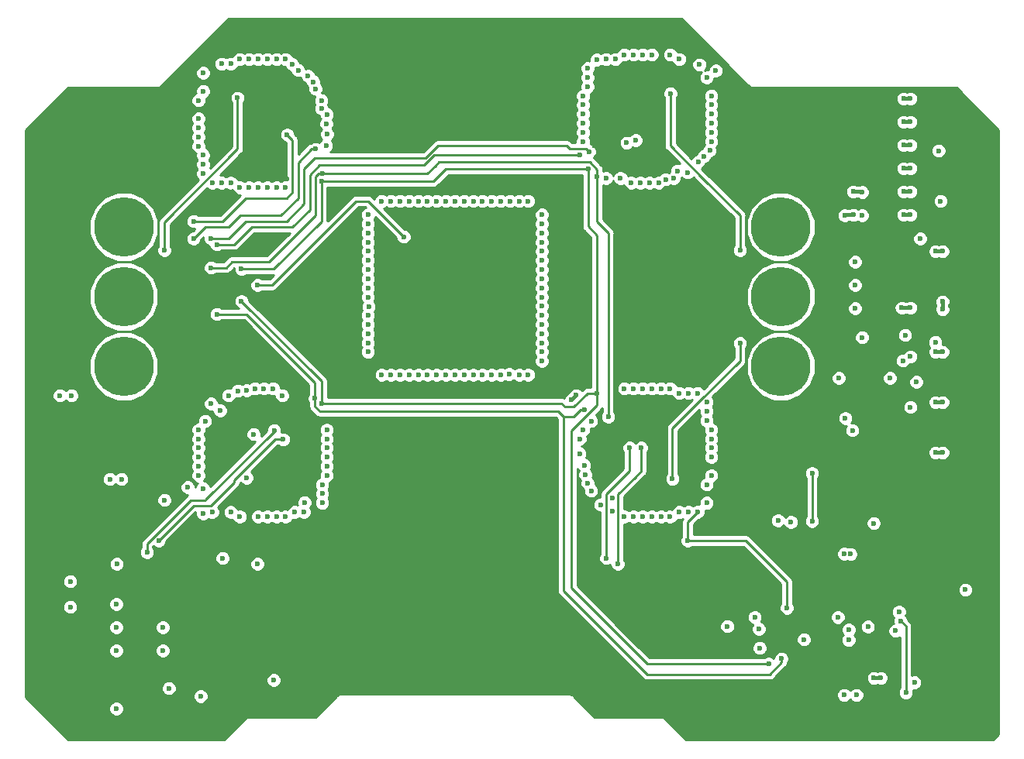
<source format=gbr>
G04 #@! TF.GenerationSoftware,KiCad,Pcbnew,(5.0.0-3-g5ebb6b6)*
G04 #@! TF.CreationDate,2019-10-28T13:28:08-04:00*
G04 #@! TF.ProjectId,Selection Interface,53656C656374696F6E20496E74657266,rev?*
G04 #@! TF.SameCoordinates,Original*
G04 #@! TF.FileFunction,Copper,L4,Bot,Signal*
G04 #@! TF.FilePolarity,Positive*
%FSLAX46Y46*%
G04 Gerber Fmt 4.6, Leading zero omitted, Abs format (unit mm)*
G04 Created by KiCad (PCBNEW (5.0.0-3-g5ebb6b6)) date Monday, October 28, 2019 at 01:28:08 PM*
%MOMM*%
%LPD*%
G01*
G04 APERTURE LIST*
G04 #@! TA.AperFunction,ComponentPad*
%ADD10C,6.502400*%
G04 #@! TD*
G04 #@! TA.AperFunction,ViaPad*
%ADD11C,0.600000*%
G04 #@! TD*
G04 #@! TA.AperFunction,Conductor*
%ADD12C,0.254000*%
G04 #@! TD*
G04 #@! TA.AperFunction,Conductor*
%ADD13C,0.400000*%
G04 #@! TD*
G04 APERTURE END LIST*
D10*
G04 #@! TO.P,MH1,1*
G04 #@! TO.N,N/C*
X163830000Y-93345000D03*
G04 #@! TD*
G04 #@! TO.P,MH2,1*
G04 #@! TO.N,N/C*
X163830000Y-100965000D03*
G04 #@! TD*
G04 #@! TO.P,MH3,1*
G04 #@! TO.N,N/C*
X163830000Y-108585000D03*
G04 #@! TD*
G04 #@! TO.P,MH5,1*
G04 #@! TO.N,N/C*
X235585000Y-100965000D03*
G04 #@! TD*
G04 #@! TO.P,MH6,1*
G04 #@! TO.N,N/C*
X235585000Y-108585000D03*
G04 #@! TD*
G04 #@! TO.P,MH4,1*
G04 #@! TO.N,N/C*
X235585000Y-93345000D03*
G04 #@! TD*
D11*
G04 #@! TO.N,GND*
X155040000Y-127460000D03*
X155040000Y-124960000D03*
X155040000Y-122460000D03*
X155040000Y-119960000D03*
X155040000Y-117460000D03*
X155040000Y-114960000D03*
X155040000Y-112460000D03*
X155040000Y-109960000D03*
X155040000Y-132460000D03*
X155040000Y-129960000D03*
X155040000Y-142460000D03*
X155040000Y-139960000D03*
X155040000Y-137460000D03*
X155040000Y-134960000D03*
X155040000Y-107460000D03*
X155040000Y-104960000D03*
X155040000Y-102460000D03*
X155040000Y-99960000D03*
X155040000Y-97460000D03*
X155040000Y-94960000D03*
X172232000Y-136430000D03*
X243979941Y-141087421D03*
X233500000Y-134369790D03*
X237250000Y-129000000D03*
X238500000Y-129000000D03*
X245250000Y-135000000D03*
X242500000Y-122250000D03*
X253750000Y-141995000D03*
X189500000Y-128000000D03*
X193000000Y-128000000D03*
X196500000Y-127500000D03*
X172499000Y-77500100D03*
X190500000Y-108000000D03*
X227501000Y-122500000D03*
X174500000Y-124501000D03*
X228000000Y-119500000D03*
X177500000Y-125000000D03*
X225500000Y-74999200D03*
X172000000Y-80500000D03*
X222500000Y-74500000D03*
X232410000Y-104775000D03*
X238760000Y-104775000D03*
X160655000Y-104775000D03*
X167005000Y-104775000D03*
X167005000Y-97155000D03*
X160655000Y-97155000D03*
X204470000Y-75565000D03*
X189865000Y-74295000D03*
X196850000Y-75565000D03*
X193040000Y-75565000D03*
X207645000Y-75311000D03*
X232410000Y-97155000D03*
X238760000Y-97155000D03*
X229870000Y-97155000D03*
X229870000Y-104775000D03*
X229870000Y-102235000D03*
X229870000Y-99695000D03*
X163068000Y-117210000D03*
X169545000Y-97155000D03*
X169545000Y-99060000D03*
X169545000Y-100965000D03*
X179070000Y-119380000D03*
X210820000Y-127635000D03*
X207010000Y-127635000D03*
X203835000Y-127635000D03*
X227330000Y-99695000D03*
X227330000Y-102235000D03*
X215265000Y-84455000D03*
X181610000Y-88114000D03*
X218440000Y-111936000D03*
X185039000Y-114935000D03*
X249750000Y-94550000D03*
X249000000Y-94550000D03*
X243205000Y-94615000D03*
X180651000Y-137855000D03*
X231500000Y-145287500D03*
X246500000Y-124712500D03*
X254037500Y-135500000D03*
X254037500Y-132000000D03*
X254037500Y-128500000D03*
X235500000Y-118711500D03*
X239000000Y-118711500D03*
X242500000Y-118711500D03*
X237000000Y-122211500D03*
X239500000Y-144500000D03*
X238500000Y-144500000D03*
X237500000Y-144500000D03*
X243205000Y-120650000D03*
X231500000Y-124712500D03*
X223500000Y-136500000D03*
X257287500Y-128500000D03*
X257287500Y-135500000D03*
X257287500Y-132000000D03*
X200000000Y-131470000D03*
X210160000Y-131470000D03*
X207645000Y-131470000D03*
X205105000Y-131470000D03*
X202565000Y-131470000D03*
X197485000Y-131470000D03*
X194945000Y-131470000D03*
X192405000Y-131470000D03*
X189865000Y-131470000D03*
X187350000Y-131470000D03*
X241000000Y-148287500D03*
X244000000Y-148287500D03*
X247000000Y-148287500D03*
X158750000Y-147955000D03*
X161290000Y-147955000D03*
X163830000Y-147955000D03*
X166370000Y-147955000D03*
X168910000Y-147955000D03*
X171450000Y-147955000D03*
X173990000Y-147955000D03*
X155040000Y-92175000D03*
X155040000Y-89635000D03*
X155040000Y-87540000D03*
X155000000Y-85500000D03*
X155000000Y-83500000D03*
X157000000Y-83500000D03*
X157000000Y-81500000D03*
X159000000Y-79500000D03*
X159000000Y-81500000D03*
X161000000Y-81500000D03*
X161000000Y-79500000D03*
X163000000Y-81500000D03*
X163000000Y-79500000D03*
X165000000Y-79500000D03*
X165000000Y-81500000D03*
X167000000Y-81500000D03*
X167000000Y-79500000D03*
X159000000Y-83500000D03*
X161000000Y-83500000D03*
X163000000Y-83500000D03*
X165000000Y-83500000D03*
X167000000Y-83500000D03*
X157000000Y-87500000D03*
X157000000Y-85500000D03*
X159000000Y-85500000D03*
X161000000Y-85500000D03*
X163000000Y-85500000D03*
X165000000Y-85500000D03*
X167000000Y-85500000D03*
X238500000Y-79000000D03*
X236500000Y-79000000D03*
X236500000Y-81000000D03*
X238500000Y-81000000D03*
X184810000Y-131470000D03*
X182245000Y-131445000D03*
X179705000Y-131445000D03*
X197485000Y-137160000D03*
X200025000Y-137160000D03*
X202565000Y-137160000D03*
X205105000Y-137160000D03*
G04 #@! TO.N,BT1_RX*
X243000000Y-138500000D03*
X172232000Y-144633000D03*
G04 #@! TO.N,BT1_TX*
X243005684Y-137360000D03*
X180213000Y-142875000D03*
G04 #@! TO.N,D18*
X201000000Y-90500000D03*
X220246000Y-88500000D03*
X186055000Y-83185000D03*
G04 #@! TO.N,D17*
X200000000Y-90500000D03*
X219246000Y-88500000D03*
X185928000Y-84455000D03*
G04 #@! TO.N,D50*
X198000000Y-109500000D03*
X214000000Y-115500000D03*
X180135000Y-111000000D03*
G04 #@! TO.N,D49*
X199000000Y-109500000D03*
X214884000Y-114554000D03*
X181135000Y-111760000D03*
G04 #@! TO.N,I2C0_SCL*
X185445000Y-112610000D03*
X215493000Y-111499000D03*
X214535000Y-86970800D03*
X185420000Y-88369800D03*
X176682500Y-101447500D03*
X176682500Y-97942500D03*
X234259301Y-141087421D03*
G04 #@! TO.N,I2C0_SDA*
X215533000Y-87797700D03*
X184700000Y-112087000D03*
X185501000Y-87498900D03*
X173355000Y-97790000D03*
X173990000Y-102870000D03*
X216750000Y-114085000D03*
X214122000Y-113284000D03*
X235670000Y-140535000D03*
G04 #@! TO.N,D8*
X190500000Y-92000000D03*
X173501000Y-88500800D03*
X214499000Y-76001100D03*
G04 #@! TO.N,D9*
X192000000Y-90500000D03*
X214499000Y-77000100D03*
X174500000Y-88500800D03*
G04 #@! TO.N,D10*
X193000000Y-90500000D03*
X214500000Y-78000000D03*
X175500000Y-88500000D03*
G04 #@! TO.N,D11*
X194000000Y-90500000D03*
X176500000Y-89000000D03*
X214000000Y-79000000D03*
G04 #@! TO.N,D12*
X195000000Y-90500000D03*
X177500000Y-89000000D03*
X214000000Y-80000000D03*
G04 #@! TO.N,D13*
X178500000Y-89000000D03*
X196000000Y-90500000D03*
X214000000Y-81000000D03*
G04 #@! TO.N,D14*
X179500000Y-89000000D03*
X197000000Y-90500000D03*
X214000000Y-82000000D03*
G04 #@! TO.N,D15*
X198000000Y-90500000D03*
X214000000Y-83000000D03*
X180500000Y-89000000D03*
G04 #@! TO.N,D16*
X199000000Y-90500000D03*
X214000000Y-84000000D03*
X181500000Y-89000000D03*
G04 #@! TO.N,D19*
X202000000Y-90500000D03*
X221246000Y-88500000D03*
X185966000Y-82042000D03*
G04 #@! TO.N,D20*
X203000000Y-90500000D03*
X222246000Y-88500000D03*
X186000000Y-81026000D03*
G04 #@! TO.N,D21*
X204000000Y-90500000D03*
X223901000Y-88011000D03*
X185420000Y-79502000D03*
G04 #@! TO.N,D22*
X205000000Y-90500000D03*
X224282000Y-87203001D03*
X184771000Y-78232000D03*
G04 #@! TO.N,D23*
X206000000Y-90500000D03*
X225425000Y-87376000D03*
X184524246Y-77470000D03*
G04 #@! TO.N,D24*
X207000000Y-90500000D03*
X183952613Y-76835000D03*
X226568000Y-86233000D03*
G04 #@! TO.N,D25*
X208000000Y-90500000D03*
X227203000Y-85598000D03*
X182880000Y-76200000D03*
G04 #@! TO.N,D26*
X209500000Y-92000000D03*
X227838000Y-84963000D03*
X182245000Y-75565000D03*
G04 #@! TO.N,D27*
X209500000Y-93000000D03*
X228000000Y-84000000D03*
X181500000Y-75000000D03*
G04 #@! TO.N,D28*
X228000000Y-83000000D03*
X180500000Y-75000000D03*
X209500000Y-93980000D03*
G04 #@! TO.N,D29*
X209500000Y-95000000D03*
X228000000Y-82000000D03*
X179500000Y-75000000D03*
G04 #@! TO.N,D30*
X209500000Y-96000000D03*
X228000000Y-81000000D03*
X178500000Y-75000000D03*
G04 #@! TO.N,D31*
X209500000Y-97000000D03*
X177500000Y-75000000D03*
X228000000Y-80000000D03*
G04 #@! TO.N,D32*
X209500000Y-98000000D03*
X176500000Y-75000000D03*
X228000000Y-79000000D03*
G04 #@! TO.N,D1*
X190500000Y-99000000D03*
X172000000Y-81500000D03*
X221500000Y-74500000D03*
G04 #@! TO.N,D2*
X190500000Y-98000000D03*
X172000000Y-82500000D03*
X220500000Y-74500000D03*
G04 #@! TO.N,D3*
X190500000Y-97000000D03*
X219500000Y-74500000D03*
X172000000Y-83500000D03*
G04 #@! TO.N,D4*
X190500000Y-96000000D03*
X218500000Y-74500000D03*
X172000000Y-84500000D03*
G04 #@! TO.N,D5*
X190500000Y-95000000D03*
X172500000Y-85500000D03*
X217500000Y-75000000D03*
G04 #@! TO.N,D6*
X190500000Y-94000000D03*
X172504000Y-86497900D03*
X216502000Y-75004200D03*
G04 #@! TO.N,D7*
X215493000Y-75044600D03*
X190500000Y-93000000D03*
X172499000Y-87506900D03*
G04 #@! TO.N,D40*
X226499000Y-111499000D03*
X208000000Y-109500000D03*
X185501000Y-123499000D03*
G04 #@! TO.N,D41*
X207000000Y-109500000D03*
X225500000Y-111499000D03*
X185501000Y-122500000D03*
G04 #@! TO.N,D42*
X205929000Y-109429000D03*
X224500000Y-111500000D03*
X185500000Y-121500000D03*
G04 #@! TO.N,D43*
X223500000Y-111000000D03*
X186000000Y-120500000D03*
X205000000Y-109500000D03*
G04 #@! TO.N,D44*
X222500000Y-111000000D03*
X186000000Y-119500000D03*
X204000000Y-109500000D03*
G04 #@! TO.N,D45*
X221500000Y-111000000D03*
X186000000Y-118500000D03*
X203000000Y-109500000D03*
G04 #@! TO.N,D46*
X220500000Y-111000000D03*
X186000000Y-117500000D03*
X202000000Y-109500000D03*
G04 #@! TO.N,D47*
X219500000Y-111000000D03*
X186000000Y-116500000D03*
X201000000Y-109500000D03*
G04 #@! TO.N,D48*
X218500000Y-111000000D03*
X186000000Y-115500000D03*
X200000000Y-109500000D03*
G04 #@! TO.N,D51*
X213619000Y-116500000D03*
X197000000Y-109500000D03*
X179135000Y-111000000D03*
G04 #@! TO.N,D52*
X196000000Y-109500000D03*
X213614000Y-118110000D03*
X178135000Y-111000000D03*
G04 #@! TO.N,D53*
X195000000Y-109500000D03*
X214249000Y-120396000D03*
X177250000Y-111210000D03*
G04 #@! TO.N,D54*
X194000000Y-109500000D03*
X214503000Y-121354643D03*
X176276000Y-111252000D03*
G04 #@! TO.N,D55*
X193000000Y-109500000D03*
X214884000Y-122174000D03*
X175264000Y-111760000D03*
G04 #@! TO.N,D56*
X192000000Y-109500000D03*
X217170000Y-122936000D03*
X174371000Y-113411000D03*
G04 #@! TO.N,D57*
X190500000Y-107000000D03*
X215900000Y-123698000D03*
X173355000Y-112649000D03*
G04 #@! TO.N,D58*
X190500000Y-106000000D03*
X217170000Y-124372999D03*
X172720000Y-114554000D03*
G04 #@! TO.N,D59*
X218500000Y-125000000D03*
X172000000Y-115500000D03*
X190500000Y-105000000D03*
G04 #@! TO.N,D60*
X219500000Y-125000000D03*
X172000000Y-116500000D03*
X190500000Y-104000000D03*
G04 #@! TO.N,D61*
X190503000Y-103006000D03*
X220500000Y-125000000D03*
X172000000Y-117500000D03*
G04 #@! TO.N,D62*
X190571000Y-102071000D03*
X221500000Y-125000000D03*
X172000000Y-118500000D03*
G04 #@! TO.N,D63*
X222500000Y-125000000D03*
X172000000Y-119500000D03*
X190500000Y-101000000D03*
G04 #@! TO.N,D64*
X223500000Y-125000000D03*
X172000000Y-120500000D03*
X190500000Y-100000000D03*
G04 #@! TO.N,D33*
X228000000Y-118500000D03*
X178500000Y-125000000D03*
X209500000Y-101000000D03*
G04 #@! TO.N,D34*
X228000000Y-117500000D03*
X179500000Y-125000000D03*
X209500000Y-102000000D03*
G04 #@! TO.N,D35*
X228000000Y-116500000D03*
X180500000Y-125000000D03*
X209500000Y-103000000D03*
G04 #@! TO.N,D36*
X228000000Y-115500000D03*
X181500000Y-125000000D03*
X209500000Y-104000000D03*
G04 #@! TO.N,D37*
X227500000Y-114500000D03*
X182500000Y-124500000D03*
X209500000Y-105000000D03*
G04 #@! TO.N,D38*
X227496000Y-113502000D03*
X183498000Y-124496000D03*
X209500000Y-106000000D03*
G04 #@! TO.N,D39*
X227501000Y-112493000D03*
X209500000Y-107000000D03*
X183581000Y-123444000D03*
G04 #@! TO.N,VDDD*
X194400000Y-94400000D03*
X178000000Y-116000000D03*
X248502000Y-135413000D03*
X255750000Y-133000000D03*
X172500000Y-78500000D03*
X224500000Y-75000000D03*
X227500000Y-121500000D03*
X175500000Y-124500000D03*
X178435000Y-99695000D03*
X223012000Y-88138000D03*
X185420000Y-80391000D03*
X214122000Y-119380000D03*
X177250000Y-120750000D03*
G04 #@! TO.N,SWDIO5*
X242500000Y-144500000D03*
X168760000Y-143760000D03*
G04 #@! TO.N,SWDCLK5*
X163020000Y-146000000D03*
X243846000Y-144500000D03*
G04 #@! TO.N,DD1*
X233281839Y-139369790D03*
X243500000Y-89470000D03*
X175500000Y-75500000D03*
X252500000Y-96000000D03*
X253250000Y-96000000D03*
X244475000Y-89535000D03*
X244475000Y-92075000D03*
X250825000Y-94615000D03*
X248920000Y-107950000D03*
X244475000Y-105410000D03*
X170815000Y-121793000D03*
G04 #@! TO.N,SS1*
X228500000Y-76250000D03*
X229750000Y-137000000D03*
X224500000Y-124500000D03*
X249750000Y-89470000D03*
X249000000Y-89470000D03*
X252820000Y-85000000D03*
X249750000Y-107500000D03*
X252476000Y-105918000D03*
X238125000Y-138430000D03*
G04 #@! TO.N,DD2*
X243500000Y-92010000D03*
X174502000Y-75504200D03*
X253250000Y-101500000D03*
X233197781Y-137292219D03*
X242570000Y-92075000D03*
X241935000Y-109855000D03*
X247523000Y-109855000D03*
X253250000Y-102350000D03*
X249174000Y-105156000D03*
X172466000Y-121920000D03*
G04 #@! TO.N,SS2*
X249000000Y-92010000D03*
X249750000Y-92010000D03*
X225498000Y-124496000D03*
X227496000Y-77002100D03*
X232750000Y-136000000D03*
X253035000Y-90500000D03*
X249750000Y-113030000D03*
X241825000Y-136000000D03*
G04 #@! TO.N,IO1*
X249750000Y-86930000D03*
X249000000Y-86930000D03*
X248116000Y-137487000D03*
X245740000Y-125725000D03*
G04 #@! TO.N,IO2*
X249750000Y-84390000D03*
X249000000Y-84390000D03*
X243200001Y-129105000D03*
X242500000Y-129077000D03*
G04 #@! TO.N,IO3*
X249750000Y-81850000D03*
X249000000Y-81850000D03*
X235289000Y-125422000D03*
G04 #@! TO.N,IO4*
X249750000Y-79310000D03*
X249000000Y-79310000D03*
X236701000Y-125595000D03*
G04 #@! TO.N,SWDIO2*
X184777000Y-84807600D03*
X171450000Y-94615000D03*
X163020000Y-134570000D03*
G04 #@! TO.N,SWDCLK2*
X181675000Y-83250000D03*
X171450000Y-92710000D03*
X157988000Y-134874000D03*
X156845000Y-111760000D03*
G04 #@! TO.N,SWDIO4*
X168100000Y-139650000D03*
X181250000Y-116565000D03*
X167640000Y-127635000D03*
G04 #@! TO.N,SWDCLK4*
X163020000Y-139650000D03*
X180250000Y-115570000D03*
X166370000Y-128905000D03*
G04 #@! TO.N,XRES*
X236263400Y-134980400D03*
X226507000Y-124501000D03*
X223750000Y-120880000D03*
X223530000Y-78750000D03*
X231140000Y-106045000D03*
X231140000Y-95885000D03*
X225425000Y-127635000D03*
X162306000Y-120904000D03*
X163576000Y-120904000D03*
X176250000Y-79222000D03*
X168275000Y-95885000D03*
X168275000Y-123190000D03*
X172499000Y-124681000D03*
G04 #@! TO.N,SWDIO1*
X216500000Y-88000800D03*
X218750000Y-84130000D03*
X173990000Y-95250000D03*
X213614000Y-85471000D03*
X163070000Y-130175000D03*
G04 #@! TO.N,SWDCLK1*
X219750000Y-83860000D03*
X173355000Y-94615000D03*
X218070529Y-87999471D03*
X214655530Y-85090000D03*
X157988000Y-132080000D03*
X158115000Y-111760000D03*
G04 #@! TO.N,SWDIO3*
X168100000Y-137110000D03*
X178435000Y-130175000D03*
X217805000Y-130175000D03*
X220345000Y-117475000D03*
G04 #@! TO.N,SWDCLK3*
X163020000Y-137110000D03*
X216535000Y-129540000D03*
X219075000Y-117475000D03*
X174625000Y-129540000D03*
G04 #@! TO.N,VDDA_M1*
X223500000Y-74500000D03*
G04 #@! TO.N,VCCD_M1*
X226700000Y-75587400D03*
G04 #@! TO.N,VDDA_M3*
X228000000Y-120500000D03*
G04 #@! TO.N,VCCD_M3*
X227501000Y-123499000D03*
G04 #@! TO.N,VDDA_M4*
X176500000Y-125000000D03*
G04 #@! TO.N,VCCD_M4*
X173501000Y-124501000D03*
G04 #@! TO.N,VDDA_M2*
X172000000Y-79500000D03*
G04 #@! TO.N,VCCD_M2*
X172499000Y-76501100D03*
G04 #@! TO.N,VCCA_C1*
X239000000Y-120249000D03*
X239000000Y-125500000D03*
G04 #@! TO.N,USBDP_C1*
X245110000Y-137036000D03*
X250190000Y-143129000D03*
G04 #@! TO.N,USBDM_C1*
X248666000Y-136398000D03*
X249245000Y-144245000D03*
G04 #@! TO.N,SolutionGate_Socket*
X253250000Y-118000000D03*
X209500000Y-100000000D03*
X243705000Y-102243000D03*
X252500000Y-118000000D03*
X243405001Y-115570000D03*
G04 #@! TO.N,LocalGates_Socket*
X252500000Y-112500000D03*
X253250000Y-112500000D03*
X209500000Y-99000000D03*
X243705000Y-99703000D03*
X242635001Y-114234999D03*
G04 #@! TO.N,BackGate_Socket*
X253250000Y-107000000D03*
X213250000Y-111750000D03*
X212750000Y-112250000D03*
X209500000Y-108000000D03*
X243705000Y-97163000D03*
X252500000Y-107000000D03*
X250399990Y-110280010D03*
G04 #@! TO.N,Gate*
X249750000Y-102170000D03*
X246496000Y-142646000D03*
X245754000Y-142646000D03*
X248817000Y-102170000D03*
G04 #@! TD*
D12*
G04 #@! TO.N,GND*
X155040000Y-124960000D02*
X155040000Y-127460000D01*
X155040000Y-119960000D02*
X155040000Y-122460000D01*
X155040000Y-114960000D02*
X155040000Y-117460000D01*
X155040000Y-109960000D02*
X155040000Y-112460000D01*
X155040000Y-129960000D02*
X155040000Y-132460000D01*
X155040000Y-139960000D02*
X155040000Y-142460000D01*
X155040000Y-102460000D02*
X155040000Y-104960000D01*
X155040000Y-99960000D02*
X155040000Y-102460000D01*
X155040000Y-97460000D02*
X155040000Y-99960000D01*
X155040000Y-134960000D02*
X155040000Y-137460000D01*
X155040000Y-104960000D02*
X155040000Y-107460000D01*
X155040000Y-94960000D02*
X155040000Y-97460000D01*
X232410000Y-97155000D02*
X229870000Y-97155000D01*
X229870000Y-97155000D02*
X229870000Y-97155000D01*
X232410000Y-104775000D02*
X229870000Y-104775000D01*
X229870000Y-104775000D02*
X229870000Y-102235000D01*
X229870000Y-104775000D02*
X229870000Y-104775000D01*
X229870000Y-102235000D02*
X229870000Y-102235000D01*
X229870000Y-99695000D02*
X229870000Y-99695000D01*
X229870000Y-99695000D02*
X229870000Y-97155000D01*
X167005000Y-97155000D02*
X169545000Y-97155000D01*
X169545000Y-97155000D02*
X169545000Y-99060000D01*
X169545000Y-99060000D02*
X169545000Y-100965000D01*
X169545000Y-97155000D02*
X169545000Y-97155000D01*
X169545000Y-99060000D02*
X169545000Y-99060000D01*
X169545000Y-100965000D02*
X169545000Y-100965000D01*
X229870000Y-99695000D02*
X227330000Y-99695000D01*
X227330000Y-99695000D02*
X227330000Y-102235000D01*
X227330000Y-102235000D02*
X229870000Y-102235000D01*
X227330000Y-99695000D02*
X227330000Y-99695000D01*
X227330000Y-102235000D02*
X227330000Y-102235000D01*
X229870000Y-99695000D02*
X229870000Y-102235000D01*
D13*
X249750000Y-94550000D02*
X249000000Y-94550000D01*
D12*
X155040000Y-107460000D02*
X155040000Y-109960000D01*
X155040000Y-112460000D02*
X155040000Y-114960000D01*
X155040000Y-117460000D02*
X155040000Y-119960000D01*
X155040000Y-122460000D02*
X155040000Y-124960000D01*
X155040000Y-127460000D02*
X155040000Y-129960000D01*
X155040000Y-132460000D02*
X155040000Y-134960000D01*
X155040000Y-137460000D02*
X155040000Y-139960000D01*
X200000000Y-131470000D02*
X200000000Y-131470000D01*
X200000000Y-131470000D02*
X202565000Y-131470000D01*
X200000000Y-131470000D02*
X197485000Y-131470000D01*
X187985000Y-131470000D02*
X187350000Y-131470000D01*
X210160000Y-131470000D02*
X210160000Y-131470000D01*
X207645000Y-131470000D02*
X210160000Y-131470000D01*
X205105000Y-131470000D02*
X207645000Y-131470000D01*
X202565000Y-131470000D02*
X205105000Y-131470000D01*
X197485000Y-131470000D02*
X194945000Y-131470000D01*
X194945000Y-131470000D02*
X192405000Y-131470000D01*
X192405000Y-131470000D02*
X189865000Y-131470000D01*
X189865000Y-131470000D02*
X187985000Y-131470000D01*
X187350000Y-131470000D02*
X187350000Y-131470000D01*
X158750000Y-147955000D02*
X158750000Y-147955000D01*
X158750000Y-147955000D02*
X161290000Y-147955000D01*
X161290000Y-147955000D02*
X163830000Y-147955000D01*
X163830000Y-147955000D02*
X166370000Y-147955000D01*
X166370000Y-147955000D02*
X168910000Y-147955000D01*
X168910000Y-147955000D02*
X171450000Y-147955000D01*
X171450000Y-147955000D02*
X173990000Y-147955000D01*
X173990000Y-147955000D02*
X173990000Y-147955000D01*
X155040000Y-94960000D02*
X155040000Y-92175000D01*
X155040000Y-92175000D02*
X155040000Y-92175000D01*
X155040000Y-92175000D02*
X155040000Y-89635000D01*
X155040000Y-89635000D02*
X155040000Y-89635000D01*
X155040000Y-89635000D02*
X155040000Y-87540000D01*
X155040000Y-87540000D02*
X155000000Y-87500000D01*
X155000000Y-87500000D02*
X155000000Y-85500000D01*
X155000000Y-85500000D02*
X155000000Y-83500000D01*
X155040000Y-87540000D02*
X155040000Y-87540000D01*
X155000000Y-85500000D02*
X155000000Y-85500000D01*
X155000000Y-83500000D02*
X155000000Y-83500000D01*
X155000000Y-83500000D02*
X157000000Y-83500000D01*
X157000000Y-83500000D02*
X157000000Y-83500000D01*
X157000000Y-83500000D02*
X157000000Y-81500000D01*
X157000000Y-81500000D02*
X157000000Y-81500000D01*
X157000000Y-81500000D02*
X159000000Y-81500000D01*
X159000000Y-81500000D02*
X159000000Y-79500000D01*
X159000000Y-79500000D02*
X161000000Y-79500000D01*
X161000000Y-79500000D02*
X161000000Y-81500000D01*
X161000000Y-81500000D02*
X163000000Y-81500000D01*
X163000000Y-81500000D02*
X163000000Y-79500000D01*
X163000000Y-79500000D02*
X165000000Y-79500000D01*
X165000000Y-79500000D02*
X165000000Y-81500000D01*
X165000000Y-81500000D02*
X167000000Y-81500000D01*
X167000000Y-81500000D02*
X167000000Y-79500000D01*
X159000000Y-79500000D02*
X159000000Y-79500000D01*
X159000000Y-81500000D02*
X159000000Y-81500000D01*
X161000000Y-81500000D02*
X161000000Y-81500000D01*
X161000000Y-79500000D02*
X161000000Y-79500000D01*
X163000000Y-81500000D02*
X163000000Y-81500000D01*
X163000000Y-79500000D02*
X163000000Y-79500000D01*
X165000000Y-79500000D02*
X165000000Y-79500000D01*
X165000000Y-81500000D02*
X165000000Y-81500000D01*
X167000000Y-81500000D02*
X167000000Y-81500000D01*
X167000000Y-79500000D02*
X167000000Y-79500000D01*
X161000000Y-79500000D02*
X163000000Y-79500000D01*
X165000000Y-79500000D02*
X167000000Y-79500000D01*
X165000000Y-81500000D02*
X163000000Y-81500000D01*
X161000000Y-81500000D02*
X159000000Y-81500000D01*
X167000000Y-83500000D02*
X167000000Y-83500000D01*
X165000000Y-81500000D02*
X165000000Y-83500000D01*
X165000000Y-83500000D02*
X167000000Y-83500000D01*
X163000000Y-83500000D02*
X163000000Y-83500000D01*
X163000000Y-81500000D02*
X163000000Y-83500000D01*
X161000000Y-83500000D02*
X161000000Y-83500000D01*
X161000000Y-81500000D02*
X161000000Y-83500000D01*
X159000000Y-81500000D02*
X159000000Y-83500000D01*
X159000000Y-83500000D02*
X161000000Y-83500000D01*
X157000000Y-83500000D02*
X159000000Y-83500000D01*
X159000000Y-83500000D02*
X159000000Y-83500000D01*
X161000000Y-83500000D02*
X163000000Y-83500000D01*
X163000000Y-83500000D02*
X165000000Y-83500000D01*
X165000000Y-83500000D02*
X165000000Y-83500000D01*
X167000000Y-83500000D02*
X167000000Y-81500000D01*
X167000000Y-85500000D02*
X167000000Y-85500000D01*
X165000000Y-85500000D02*
X165000000Y-85500000D01*
X165000000Y-83500000D02*
X165000000Y-85500000D01*
X163000000Y-83500000D02*
X163000000Y-85500000D01*
X161000000Y-83500000D02*
X161000000Y-85500000D01*
X161000000Y-85500000D02*
X165000000Y-85500000D01*
X159000000Y-83500000D02*
X159000000Y-85500000D01*
X159000000Y-85500000D02*
X161000000Y-85500000D01*
X157000000Y-83500000D02*
X157000000Y-85500000D01*
X157000000Y-85500000D02*
X159000000Y-85500000D01*
X155000000Y-85500000D02*
X157000000Y-85500000D01*
X157000000Y-85500000D02*
X157000000Y-87500000D01*
X156960000Y-87540000D02*
X155040000Y-87540000D01*
X157000000Y-87500000D02*
X156960000Y-87540000D01*
X157000000Y-87500000D02*
X157000000Y-87500000D01*
X157000000Y-85500000D02*
X157000000Y-85500000D01*
X159000000Y-85500000D02*
X159000000Y-85500000D01*
X161000000Y-85500000D02*
X161000000Y-85500000D01*
X163000000Y-85500000D02*
X163000000Y-85500000D01*
X165000000Y-85500000D02*
X167000000Y-85500000D01*
X167000000Y-85500000D02*
X167000000Y-83500000D01*
X238500000Y-79000000D02*
X238500000Y-79000000D01*
X238500000Y-79000000D02*
X236500000Y-79000000D01*
X236500000Y-79000000D02*
X236500000Y-81000000D01*
X236500000Y-81000000D02*
X238500000Y-81000000D01*
X236500000Y-79000000D02*
X236500000Y-79000000D01*
X236500000Y-81000000D02*
X236500000Y-81000000D01*
X238500000Y-81000000D02*
X238500000Y-81000000D01*
X238500000Y-79000000D02*
X238500000Y-81000000D01*
X187350000Y-131470000D02*
X184810000Y-131470000D01*
X184810000Y-131470000D02*
X184785000Y-131445000D01*
X184785000Y-131445000D02*
X182245000Y-131445000D01*
X182245000Y-131445000D02*
X179705000Y-131445000D01*
X184810000Y-131470000D02*
X184810000Y-131470000D01*
X182245000Y-131445000D02*
X182245000Y-131445000D01*
X179705000Y-131445000D02*
X179705000Y-131445000D01*
X197485000Y-137160000D02*
X197485000Y-137160000D01*
X197485000Y-137160000D02*
X200025000Y-137160000D01*
X200025000Y-137160000D02*
X202565000Y-137160000D01*
X200025000Y-137160000D02*
X200025000Y-137160000D01*
X202565000Y-137160000D02*
X202565000Y-137160000D01*
X202565000Y-137160000D02*
X205105000Y-137160000D01*
X205105000Y-137160000D02*
X205105000Y-137160000D01*
G04 #@! TO.N,I2C0_SCL*
X197630000Y-88369800D02*
X185420000Y-88369800D01*
X199029000Y-86970800D02*
X197630000Y-88369800D01*
X214535000Y-86970800D02*
X199029000Y-86970800D01*
X214535000Y-93284800D02*
X214535000Y-86970800D01*
X215493000Y-94243100D02*
X214535000Y-93284800D01*
X215493000Y-111499000D02*
X215493000Y-94243100D01*
X214501000Y-111499000D02*
X215493000Y-111499000D01*
X213000000Y-113000000D02*
X214501000Y-111499000D01*
X212000000Y-113000000D02*
X213000000Y-113000000D01*
X180187500Y-97942500D02*
X176682500Y-97942500D01*
X185420000Y-92710000D02*
X180187500Y-97942500D01*
X185420000Y-88369800D02*
X185420000Y-92710000D01*
X185445000Y-110210000D02*
X185445000Y-112610000D01*
X185090000Y-109855000D02*
X185445000Y-110210000D01*
X176682500Y-101447500D02*
X185090000Y-109855000D01*
X211610000Y-112610000D02*
X212000000Y-113000000D01*
X185445000Y-112610000D02*
X211610000Y-112610000D01*
X212725000Y-132832421D02*
X220980000Y-141087421D01*
X215493000Y-111499000D02*
X215493000Y-112840962D01*
X215493000Y-112840962D02*
X212725000Y-115608962D01*
X212725000Y-115608962D02*
X212725000Y-128905000D01*
X220980000Y-141087421D02*
X221615000Y-141087421D01*
X221615000Y-141087421D02*
X234259301Y-141087421D01*
X212725000Y-128905000D02*
X212725000Y-132715000D01*
G04 #@! TO.N,I2C0_SDA*
X215533000Y-92782900D02*
X215533000Y-87797700D01*
X216750000Y-94000000D02*
X215533000Y-92782900D01*
X216750000Y-112000000D02*
X216750000Y-94000000D01*
X175628040Y-97155000D02*
X174993040Y-97790000D01*
X185076736Y-87498900D02*
X184785000Y-87790636D01*
X179705000Y-97155000D02*
X175628040Y-97155000D01*
X184785000Y-92075000D02*
X179705000Y-97155000D01*
X184785000Y-87790636D02*
X184785000Y-92075000D01*
X174993040Y-97790000D02*
X173355000Y-97790000D01*
X185501000Y-87498900D02*
X185076736Y-87498900D01*
X184700000Y-110333797D02*
X177236203Y-102870000D01*
X184700000Y-112087000D02*
X184700000Y-110333797D01*
X177236203Y-102870000D02*
X175895000Y-102870000D01*
X215533000Y-87040838D02*
X215533000Y-87797700D01*
X214725162Y-86233000D02*
X215533000Y-87040838D01*
X197866000Y-86633957D02*
X198266957Y-86233000D01*
X197001000Y-87498900D02*
X197866000Y-86633957D01*
X198266957Y-86233000D02*
X214725162Y-86233000D01*
X185501000Y-87498900D02*
X197001000Y-87498900D01*
X175895000Y-102870000D02*
X173990000Y-102870000D01*
X173990000Y-102870000D02*
X173990000Y-102870000D01*
X216750000Y-112000000D02*
X216750000Y-114085000D01*
X216750000Y-114085000D02*
X216750000Y-114085000D01*
X212935736Y-114046000D02*
X213697736Y-113284000D01*
X213697736Y-113284000D02*
X214122000Y-113284000D01*
X211836000Y-114046000D02*
X212935736Y-114046000D01*
X211290000Y-113500000D02*
X211836000Y-114046000D01*
X185250000Y-113500000D02*
X211290000Y-113500000D01*
X184700000Y-112950000D02*
X185250000Y-113500000D01*
X184700000Y-112087000D02*
X184700000Y-112950000D01*
X211836000Y-133096000D02*
X211836000Y-133096000D01*
X235670000Y-140959264D02*
X235670000Y-140535000D01*
X234389264Y-142240000D02*
X235670000Y-140959264D01*
X220980000Y-142240000D02*
X234389264Y-142240000D01*
X211836000Y-133096000D02*
X220980000Y-142240000D01*
X211836000Y-114046000D02*
X211836000Y-133096000D01*
G04 #@! TO.N,VDDD*
X178435000Y-99695000D02*
X178435000Y-99695000D01*
X190500000Y-90500000D02*
X194400000Y-94400000D01*
X180005000Y-99695000D02*
X189200000Y-90500000D01*
X189200000Y-90500000D02*
X190500000Y-90500000D01*
X178435000Y-99695000D02*
X180005000Y-99695000D01*
D13*
G04 #@! TO.N,DD1*
X253250000Y-96000000D02*
X252500000Y-96000000D01*
X244410000Y-89470000D02*
X244475000Y-89535000D01*
X243500000Y-89470000D02*
X244410000Y-89470000D01*
G04 #@! TO.N,SS1*
X249750000Y-89470000D02*
X249000000Y-89470000D01*
G04 #@! TO.N,DD2*
X243500000Y-92010000D02*
X242635000Y-92010000D01*
X253250000Y-101500000D02*
X253250000Y-102350000D01*
X253250000Y-102350000D02*
X253250000Y-102350000D01*
G04 #@! TO.N,SS2*
X249750000Y-92010000D02*
X249000000Y-92010000D01*
G04 #@! TO.N,IO1*
X249750000Y-86930000D02*
X249000000Y-86930000D01*
G04 #@! TO.N,IO2*
X249750000Y-84390000D02*
X249000000Y-84390000D01*
G04 #@! TO.N,IO3*
X249750000Y-81850000D02*
X249000000Y-81850000D01*
G04 #@! TO.N,IO4*
X249750000Y-79310000D02*
X249000000Y-79310000D01*
D12*
G04 #@! TO.N,SWDIO2*
X172085000Y-93980000D02*
X172085000Y-93980000D01*
X184352736Y-84807600D02*
X182880000Y-86280336D01*
X184777000Y-84807600D02*
X184352736Y-84807600D01*
X182880000Y-86280336D02*
X182880000Y-88265000D01*
X182880000Y-87630000D02*
X182880000Y-88265000D01*
X172720000Y-93345000D02*
X172085000Y-93980000D01*
X175260000Y-93345000D02*
X172720000Y-93345000D01*
X176530000Y-92075000D02*
X175260000Y-93345000D01*
X180975000Y-92075000D02*
X176530000Y-92075000D01*
X182880000Y-90170000D02*
X180975000Y-92075000D01*
X182880000Y-88265000D02*
X182880000Y-90170000D01*
X172085000Y-93980000D02*
X171450000Y-94615000D01*
X171450000Y-94615000D02*
X171450000Y-94615000D01*
G04 #@! TO.N,SWDCLK2*
X171450000Y-92710000D02*
X171450000Y-92710000D01*
X174625000Y-92710000D02*
X173355000Y-92710000D01*
X173355000Y-92710000D02*
X171450000Y-92710000D01*
X181675000Y-83250000D02*
X182245000Y-83820000D01*
X181610000Y-90170000D02*
X177165000Y-90170000D01*
X182245000Y-89535000D02*
X181610000Y-90170000D01*
X182245000Y-83820000D02*
X182245000Y-89535000D01*
X177165000Y-90170000D02*
X174625000Y-92710000D01*
G04 #@! TO.N,SWDIO4*
X171450000Y-123825000D02*
X167640000Y-127635000D01*
X175895000Y-121285000D02*
X173355000Y-123825000D01*
X181250000Y-116565000D02*
X180361000Y-116565000D01*
X173355000Y-123825000D02*
X171450000Y-123825000D01*
X175895000Y-121031000D02*
X175895000Y-121285000D01*
X180361000Y-116565000D02*
X175895000Y-121031000D01*
G04 #@! TO.N,SWDCLK4*
X172739962Y-123170038D02*
X180250000Y-115660000D01*
X172739962Y-123190000D02*
X172739962Y-123170038D01*
X171157038Y-123190000D02*
X172739962Y-123190000D01*
X166370000Y-127977038D02*
X171157038Y-123190000D01*
X180250000Y-115660000D02*
X180250000Y-115570000D01*
X166370000Y-128905000D02*
X166370000Y-127977038D01*
G04 #@! TO.N,XRES*
X223750000Y-120880000D02*
X223750000Y-115316038D01*
X223750000Y-115316038D02*
X226695000Y-112371038D01*
X226695000Y-112371038D02*
X226718962Y-112371038D01*
X226695000Y-112371038D02*
X227134001Y-111932037D01*
X226718962Y-112371038D02*
X231140000Y-107950000D01*
X231140000Y-107950000D02*
X231140000Y-106045000D01*
X231140000Y-106045000D02*
X231140000Y-106045000D01*
X227134001Y-88069001D02*
X231140000Y-92075000D01*
X231140000Y-92075000D02*
X231140000Y-95885000D01*
X225425000Y-125583000D02*
X226507000Y-124501000D01*
X225425000Y-127635000D02*
X225425000Y-125583000D01*
X176250000Y-84823838D02*
X176250000Y-79222000D01*
X168275000Y-92798838D02*
X176250000Y-84823838D01*
X168275000Y-95885000D02*
X168275000Y-95885000D01*
X168275000Y-95885000D02*
X168275000Y-92798838D01*
X227134001Y-88069001D02*
X223520000Y-84455000D01*
X223530000Y-84445000D02*
X223530000Y-83820000D01*
X223520000Y-84455000D02*
X223530000Y-84445000D01*
X223530000Y-83820000D02*
X223530000Y-83955862D01*
X223530000Y-78750000D02*
X223530000Y-83820000D01*
X236263400Y-132123400D02*
X236263400Y-134980400D01*
X231775000Y-127635000D02*
X236263400Y-132123400D01*
X225425000Y-127635000D02*
X231775000Y-127635000D01*
G04 #@! TO.N,SWDIO1*
X173990000Y-95250000D02*
X173990000Y-95250000D01*
X213487000Y-85344000D02*
X213614000Y-85471000D01*
X213487000Y-85344000D02*
X213614000Y-85471000D01*
X177800000Y-93345000D02*
X175895000Y-95250000D01*
X175895000Y-95250000D02*
X173990000Y-95250000D01*
X184150000Y-91440000D02*
X182245000Y-93345000D01*
X182245000Y-93345000D02*
X177800000Y-93345000D01*
X184150000Y-87630000D02*
X184150000Y-91440000D01*
X185190100Y-86589900D02*
X184150000Y-87630000D01*
X196620100Y-86589900D02*
X185190100Y-86589900D01*
X197739000Y-85471000D02*
X196620100Y-86589900D01*
X213614000Y-85471000D02*
X197739000Y-85471000D01*
G04 #@! TO.N,SWDCLK1*
X173355000Y-94615000D02*
X173355000Y-94615000D01*
X175260000Y-94615000D02*
X173355000Y-94615000D01*
X181610000Y-92710000D02*
X177165000Y-92710000D01*
X183515000Y-90805000D02*
X181610000Y-92710000D01*
X214355531Y-84790001D02*
X212552001Y-84790001D01*
X183515000Y-86995000D02*
X183515000Y-90805000D01*
X198112934Y-84455000D02*
X196767934Y-85800000D01*
X212552001Y-84790001D02*
X212217000Y-84455000D01*
X196767934Y-85800000D02*
X184710000Y-85800000D01*
X212217000Y-84455000D02*
X198112934Y-84455000D01*
X177165000Y-92710000D02*
X175260000Y-94615000D01*
X184710000Y-85800000D02*
X183515000Y-86995000D01*
X214655530Y-85090000D02*
X214355531Y-84790001D01*
G04 #@! TO.N,SWDIO3*
X217805000Y-130175000D02*
X217805000Y-122555000D01*
X217805000Y-122555000D02*
X219710000Y-120650000D01*
X219710000Y-120650000D02*
X220345000Y-120015000D01*
X220345000Y-120015000D02*
X220345000Y-117475000D01*
G04 #@! TO.N,SWDCLK3*
X216535000Y-122555000D02*
X219075000Y-120015000D01*
X219075000Y-120015000D02*
X219075000Y-117475000D01*
X216535000Y-129540000D02*
X216535000Y-122555000D01*
G04 #@! TO.N,VCCA_C1*
X239000000Y-120249000D02*
X239000000Y-125500000D01*
X239000000Y-125500000D02*
X239000000Y-125500000D01*
G04 #@! TO.N,USBDM_C1*
X249245000Y-143820736D02*
X249245000Y-144245000D01*
X249245000Y-136977000D02*
X249245000Y-143820736D01*
X248666000Y-136398000D02*
X249245000Y-136977000D01*
D13*
G04 #@! TO.N,SolutionGate_Socket*
X253250000Y-118000000D02*
X252500000Y-118000000D01*
G04 #@! TO.N,LocalGates_Socket*
X253250000Y-112500000D02*
X252500000Y-112500000D01*
G04 #@! TO.N,BackGate_Socket*
X253250000Y-107000000D02*
X252500000Y-107000000D01*
X212750000Y-112250000D02*
X213250000Y-111750000D01*
X252500000Y-107000000D02*
X252500000Y-107000000D01*
G04 #@! TO.N,Gate*
X246496000Y-142646000D02*
X245754000Y-142646000D01*
X245754000Y-142646000D02*
X245754000Y-142646000D01*
X249750000Y-102170000D02*
X248670000Y-102170000D01*
G04 #@! TD*
D12*
G04 #@! TO.N,GND*
G36*
X229616244Y-75467601D02*
X229616247Y-75467603D01*
X231616244Y-77467601D01*
X231616247Y-77467603D01*
X232032401Y-77883757D01*
X232065983Y-77934017D01*
X232116242Y-77967599D01*
X232116244Y-77967601D01*
X232211939Y-78031542D01*
X232265112Y-78067071D01*
X232440712Y-78102000D01*
X232440717Y-78102000D01*
X232500000Y-78113792D01*
X232559283Y-78102000D01*
X254750644Y-78102000D01*
X259398000Y-82749357D01*
X259398001Y-86940712D01*
X259398000Y-103940712D01*
X259398000Y-103940713D01*
X259398001Y-142940708D01*
X259398000Y-142940713D01*
X259398001Y-148750642D01*
X258750644Y-149398000D01*
X225249357Y-149398000D01*
X222967600Y-147116244D01*
X222934017Y-147065983D01*
X222734888Y-146932929D01*
X222559288Y-146898000D01*
X222559283Y-146898000D01*
X222500000Y-146886208D01*
X222440717Y-146898000D01*
X215249357Y-146898000D01*
X212967601Y-144616245D01*
X212934017Y-144565983D01*
X212734888Y-144432929D01*
X212559288Y-144398000D01*
X212559283Y-144398000D01*
X212500000Y-144386208D01*
X212440717Y-144398000D01*
X187559283Y-144398000D01*
X187500000Y-144386208D01*
X187440717Y-144398000D01*
X187440712Y-144398000D01*
X187265112Y-144432929D01*
X187265110Y-144432930D01*
X187265111Y-144432930D01*
X187116244Y-144532399D01*
X187116242Y-144532401D01*
X187065983Y-144565983D01*
X187032401Y-144616242D01*
X184750644Y-146898000D01*
X177559283Y-146898000D01*
X177500000Y-146886208D01*
X177440717Y-146898000D01*
X177440712Y-146898000D01*
X177265112Y-146932929D01*
X177265110Y-146932930D01*
X177265111Y-146932930D01*
X177116244Y-147032399D01*
X177116242Y-147032401D01*
X177065983Y-147065983D01*
X177032401Y-147116242D01*
X174750644Y-149398000D01*
X157749357Y-149398000D01*
X154186856Y-145835499D01*
X162193000Y-145835499D01*
X162193000Y-146164501D01*
X162318903Y-146468458D01*
X162551542Y-146701097D01*
X162855499Y-146827000D01*
X163184501Y-146827000D01*
X163488458Y-146701097D01*
X163721097Y-146468458D01*
X163847000Y-146164501D01*
X163847000Y-145835499D01*
X163721097Y-145531542D01*
X163488458Y-145298903D01*
X163184501Y-145173000D01*
X162855499Y-145173000D01*
X162551542Y-145298903D01*
X162318903Y-145531542D01*
X162193000Y-145835499D01*
X154186856Y-145835499D01*
X153102000Y-144750644D01*
X153102000Y-143595499D01*
X167933000Y-143595499D01*
X167933000Y-143924501D01*
X168058903Y-144228458D01*
X168291542Y-144461097D01*
X168595499Y-144587000D01*
X168924501Y-144587000D01*
X169210587Y-144468499D01*
X171405000Y-144468499D01*
X171405000Y-144797501D01*
X171530903Y-145101458D01*
X171763542Y-145334097D01*
X172067499Y-145460000D01*
X172396501Y-145460000D01*
X172700458Y-145334097D01*
X172933097Y-145101458D01*
X173059000Y-144797501D01*
X173059000Y-144468499D01*
X173003910Y-144335499D01*
X241673000Y-144335499D01*
X241673000Y-144664501D01*
X241798903Y-144968458D01*
X242031542Y-145201097D01*
X242335499Y-145327000D01*
X242664501Y-145327000D01*
X242968458Y-145201097D01*
X243173000Y-144996555D01*
X243377542Y-145201097D01*
X243681499Y-145327000D01*
X244010501Y-145327000D01*
X244314458Y-145201097D01*
X244547097Y-144968458D01*
X244673000Y-144664501D01*
X244673000Y-144335499D01*
X244547097Y-144031542D01*
X244314458Y-143798903D01*
X244010501Y-143673000D01*
X243681499Y-143673000D01*
X243377542Y-143798903D01*
X243173000Y-144003445D01*
X242968458Y-143798903D01*
X242664501Y-143673000D01*
X242335499Y-143673000D01*
X242031542Y-143798903D01*
X241798903Y-144031542D01*
X241673000Y-144335499D01*
X173003910Y-144335499D01*
X172933097Y-144164542D01*
X172700458Y-143931903D01*
X172396501Y-143806000D01*
X172067499Y-143806000D01*
X171763542Y-143931903D01*
X171530903Y-144164542D01*
X171405000Y-144468499D01*
X169210587Y-144468499D01*
X169228458Y-144461097D01*
X169461097Y-144228458D01*
X169587000Y-143924501D01*
X169587000Y-143595499D01*
X169461097Y-143291542D01*
X169228458Y-143058903D01*
X168924501Y-142933000D01*
X168595499Y-142933000D01*
X168291542Y-143058903D01*
X168058903Y-143291542D01*
X167933000Y-143595499D01*
X153102000Y-143595499D01*
X153102000Y-142710499D01*
X179386000Y-142710499D01*
X179386000Y-143039501D01*
X179511903Y-143343458D01*
X179744542Y-143576097D01*
X180048499Y-143702000D01*
X180377501Y-143702000D01*
X180681458Y-143576097D01*
X180914097Y-143343458D01*
X181040000Y-143039501D01*
X181040000Y-142710499D01*
X180914097Y-142406542D01*
X180681458Y-142173903D01*
X180377501Y-142048000D01*
X180048499Y-142048000D01*
X179744542Y-142173903D01*
X179511903Y-142406542D01*
X179386000Y-142710499D01*
X153102000Y-142710499D01*
X153102000Y-139485499D01*
X162193000Y-139485499D01*
X162193000Y-139814501D01*
X162318903Y-140118458D01*
X162551542Y-140351097D01*
X162855499Y-140477000D01*
X163184501Y-140477000D01*
X163488458Y-140351097D01*
X163721097Y-140118458D01*
X163847000Y-139814501D01*
X163847000Y-139485499D01*
X167273000Y-139485499D01*
X167273000Y-139814501D01*
X167398903Y-140118458D01*
X167631542Y-140351097D01*
X167935499Y-140477000D01*
X168264501Y-140477000D01*
X168568458Y-140351097D01*
X168801097Y-140118458D01*
X168927000Y-139814501D01*
X168927000Y-139485499D01*
X168801097Y-139181542D01*
X168568458Y-138948903D01*
X168264501Y-138823000D01*
X167935499Y-138823000D01*
X167631542Y-138948903D01*
X167398903Y-139181542D01*
X167273000Y-139485499D01*
X163847000Y-139485499D01*
X163721097Y-139181542D01*
X163488458Y-138948903D01*
X163184501Y-138823000D01*
X162855499Y-138823000D01*
X162551542Y-138948903D01*
X162318903Y-139181542D01*
X162193000Y-139485499D01*
X153102000Y-139485499D01*
X153102000Y-136945499D01*
X162193000Y-136945499D01*
X162193000Y-137274501D01*
X162318903Y-137578458D01*
X162551542Y-137811097D01*
X162855499Y-137937000D01*
X163184501Y-137937000D01*
X163488458Y-137811097D01*
X163721097Y-137578458D01*
X163847000Y-137274501D01*
X163847000Y-136945499D01*
X167273000Y-136945499D01*
X167273000Y-137274501D01*
X167398903Y-137578458D01*
X167631542Y-137811097D01*
X167935499Y-137937000D01*
X168264501Y-137937000D01*
X168568458Y-137811097D01*
X168801097Y-137578458D01*
X168927000Y-137274501D01*
X168927000Y-136945499D01*
X168801097Y-136641542D01*
X168568458Y-136408903D01*
X168264501Y-136283000D01*
X167935499Y-136283000D01*
X167631542Y-136408903D01*
X167398903Y-136641542D01*
X167273000Y-136945499D01*
X163847000Y-136945499D01*
X163721097Y-136641542D01*
X163488458Y-136408903D01*
X163184501Y-136283000D01*
X162855499Y-136283000D01*
X162551542Y-136408903D01*
X162318903Y-136641542D01*
X162193000Y-136945499D01*
X153102000Y-136945499D01*
X153102000Y-134709499D01*
X157161000Y-134709499D01*
X157161000Y-135038501D01*
X157286903Y-135342458D01*
X157519542Y-135575097D01*
X157823499Y-135701000D01*
X158152501Y-135701000D01*
X158456458Y-135575097D01*
X158689097Y-135342458D01*
X158815000Y-135038501D01*
X158815000Y-134709499D01*
X158689097Y-134405542D01*
X158689054Y-134405499D01*
X162193000Y-134405499D01*
X162193000Y-134734501D01*
X162318903Y-135038458D01*
X162551542Y-135271097D01*
X162855499Y-135397000D01*
X163184501Y-135397000D01*
X163488458Y-135271097D01*
X163721097Y-135038458D01*
X163847000Y-134734501D01*
X163847000Y-134405499D01*
X163721097Y-134101542D01*
X163488458Y-133868903D01*
X163184501Y-133743000D01*
X162855499Y-133743000D01*
X162551542Y-133868903D01*
X162318903Y-134101542D01*
X162193000Y-134405499D01*
X158689054Y-134405499D01*
X158456458Y-134172903D01*
X158152501Y-134047000D01*
X157823499Y-134047000D01*
X157519542Y-134172903D01*
X157286903Y-134405542D01*
X157161000Y-134709499D01*
X153102000Y-134709499D01*
X153102000Y-131915499D01*
X157161000Y-131915499D01*
X157161000Y-132244501D01*
X157286903Y-132548458D01*
X157519542Y-132781097D01*
X157823499Y-132907000D01*
X158152501Y-132907000D01*
X158456458Y-132781097D01*
X158689097Y-132548458D01*
X158815000Y-132244501D01*
X158815000Y-131915499D01*
X158689097Y-131611542D01*
X158456458Y-131378903D01*
X158152501Y-131253000D01*
X157823499Y-131253000D01*
X157519542Y-131378903D01*
X157286903Y-131611542D01*
X157161000Y-131915499D01*
X153102000Y-131915499D01*
X153102000Y-130010499D01*
X162243000Y-130010499D01*
X162243000Y-130339501D01*
X162368903Y-130643458D01*
X162601542Y-130876097D01*
X162905499Y-131002000D01*
X163234501Y-131002000D01*
X163538458Y-130876097D01*
X163771097Y-130643458D01*
X163897000Y-130339501D01*
X163897000Y-130010499D01*
X163771097Y-129706542D01*
X163538458Y-129473903D01*
X163234501Y-129348000D01*
X162905499Y-129348000D01*
X162601542Y-129473903D01*
X162368903Y-129706542D01*
X162243000Y-130010499D01*
X153102000Y-130010499D01*
X153102000Y-128740499D01*
X165543000Y-128740499D01*
X165543000Y-129069501D01*
X165668903Y-129373458D01*
X165901542Y-129606097D01*
X166205499Y-129732000D01*
X166534501Y-129732000D01*
X166838458Y-129606097D01*
X167069056Y-129375499D01*
X173798000Y-129375499D01*
X173798000Y-129704501D01*
X173923903Y-130008458D01*
X174156542Y-130241097D01*
X174460499Y-130367000D01*
X174789501Y-130367000D01*
X175093458Y-130241097D01*
X175324056Y-130010499D01*
X177608000Y-130010499D01*
X177608000Y-130339501D01*
X177733903Y-130643458D01*
X177966542Y-130876097D01*
X178270499Y-131002000D01*
X178599501Y-131002000D01*
X178903458Y-130876097D01*
X179136097Y-130643458D01*
X179262000Y-130339501D01*
X179262000Y-130010499D01*
X179136097Y-129706542D01*
X178903458Y-129473903D01*
X178599501Y-129348000D01*
X178270499Y-129348000D01*
X177966542Y-129473903D01*
X177733903Y-129706542D01*
X177608000Y-130010499D01*
X175324056Y-130010499D01*
X175326097Y-130008458D01*
X175452000Y-129704501D01*
X175452000Y-129375499D01*
X175326097Y-129071542D01*
X175093458Y-128838903D01*
X174789501Y-128713000D01*
X174460499Y-128713000D01*
X174156542Y-128838903D01*
X173923903Y-129071542D01*
X173798000Y-129375499D01*
X167069056Y-129375499D01*
X167071097Y-129373458D01*
X167197000Y-129069501D01*
X167197000Y-128740499D01*
X167071097Y-128436542D01*
X167024000Y-128389445D01*
X167024000Y-128247933D01*
X167053689Y-128218244D01*
X167171542Y-128336097D01*
X167475499Y-128462000D01*
X167804501Y-128462000D01*
X168108458Y-128336097D01*
X168341097Y-128103458D01*
X168467000Y-127799501D01*
X168467000Y-127732895D01*
X171672000Y-124527895D01*
X171672000Y-124845501D01*
X171797903Y-125149458D01*
X172030542Y-125382097D01*
X172334499Y-125508000D01*
X172663501Y-125508000D01*
X172967458Y-125382097D01*
X173113800Y-125235755D01*
X173336499Y-125328000D01*
X173665501Y-125328000D01*
X173969458Y-125202097D01*
X174202097Y-124969458D01*
X174328000Y-124665501D01*
X174328000Y-124336499D01*
X174327586Y-124335499D01*
X174673000Y-124335499D01*
X174673000Y-124664501D01*
X174798903Y-124968458D01*
X175031542Y-125201097D01*
X175335499Y-125327000D01*
X175664501Y-125327000D01*
X175729207Y-125300198D01*
X175798903Y-125468458D01*
X176031542Y-125701097D01*
X176335499Y-125827000D01*
X176664501Y-125827000D01*
X176968458Y-125701097D01*
X177201097Y-125468458D01*
X177327000Y-125164501D01*
X177327000Y-124835499D01*
X177673000Y-124835499D01*
X177673000Y-125164501D01*
X177798903Y-125468458D01*
X178031542Y-125701097D01*
X178335499Y-125827000D01*
X178664501Y-125827000D01*
X178968458Y-125701097D01*
X179000000Y-125669555D01*
X179031542Y-125701097D01*
X179335499Y-125827000D01*
X179664501Y-125827000D01*
X179968458Y-125701097D01*
X180000000Y-125669555D01*
X180031542Y-125701097D01*
X180335499Y-125827000D01*
X180664501Y-125827000D01*
X180968458Y-125701097D01*
X181000000Y-125669555D01*
X181031542Y-125701097D01*
X181335499Y-125827000D01*
X181664501Y-125827000D01*
X181968458Y-125701097D01*
X182201097Y-125468458D01*
X182270793Y-125300198D01*
X182335499Y-125327000D01*
X182664501Y-125327000D01*
X182968458Y-125201097D01*
X183001000Y-125168555D01*
X183029542Y-125197097D01*
X183333499Y-125323000D01*
X183662501Y-125323000D01*
X183966458Y-125197097D01*
X184199097Y-124964458D01*
X184325000Y-124660501D01*
X184325000Y-124331499D01*
X184199097Y-124027542D01*
X184183055Y-124011500D01*
X184282097Y-123912458D01*
X184408000Y-123608501D01*
X184408000Y-123279499D01*
X184282097Y-122975542D01*
X184049458Y-122742903D01*
X183745501Y-122617000D01*
X183416499Y-122617000D01*
X183112542Y-122742903D01*
X182879903Y-122975542D01*
X182754000Y-123279499D01*
X182754000Y-123608501D01*
X182804785Y-123731108D01*
X182664501Y-123673000D01*
X182335499Y-123673000D01*
X182031542Y-123798903D01*
X181798903Y-124031542D01*
X181729207Y-124199802D01*
X181664501Y-124173000D01*
X181335499Y-124173000D01*
X181031542Y-124298903D01*
X181000000Y-124330445D01*
X180968458Y-124298903D01*
X180664501Y-124173000D01*
X180335499Y-124173000D01*
X180031542Y-124298903D01*
X180000000Y-124330445D01*
X179968458Y-124298903D01*
X179664501Y-124173000D01*
X179335499Y-124173000D01*
X179031542Y-124298903D01*
X179000000Y-124330445D01*
X178968458Y-124298903D01*
X178664501Y-124173000D01*
X178335499Y-124173000D01*
X178031542Y-124298903D01*
X177798903Y-124531542D01*
X177673000Y-124835499D01*
X177327000Y-124835499D01*
X177201097Y-124531542D01*
X176968458Y-124298903D01*
X176664501Y-124173000D01*
X176335499Y-124173000D01*
X176270793Y-124199802D01*
X176201097Y-124031542D01*
X175968458Y-123798903D01*
X175664501Y-123673000D01*
X175335499Y-123673000D01*
X175031542Y-123798903D01*
X174798903Y-124031542D01*
X174673000Y-124335499D01*
X174327586Y-124335499D01*
X174202097Y-124032542D01*
X174137225Y-123967670D01*
X176311905Y-121792991D01*
X176366507Y-121756507D01*
X176405727Y-121697811D01*
X176511053Y-121540179D01*
X176511053Y-121540178D01*
X176511054Y-121540177D01*
X176549000Y-121349409D01*
X176549000Y-121349406D01*
X176560797Y-121290098D01*
X176590670Y-121260225D01*
X176781542Y-121451097D01*
X177085499Y-121577000D01*
X177414501Y-121577000D01*
X177718458Y-121451097D01*
X177834056Y-121335499D01*
X184673000Y-121335499D01*
X184673000Y-121664501D01*
X184798903Y-121968458D01*
X184830945Y-122000500D01*
X184799903Y-122031542D01*
X184674000Y-122335499D01*
X184674000Y-122664501D01*
X184799903Y-122968458D01*
X184830945Y-122999500D01*
X184799903Y-123030542D01*
X184674000Y-123334499D01*
X184674000Y-123663501D01*
X184799903Y-123967458D01*
X185032542Y-124200097D01*
X185336499Y-124326000D01*
X185665501Y-124326000D01*
X185969458Y-124200097D01*
X186202097Y-123967458D01*
X186328000Y-123663501D01*
X186328000Y-123334499D01*
X186202097Y-123030542D01*
X186171055Y-122999500D01*
X186202097Y-122968458D01*
X186328000Y-122664501D01*
X186328000Y-122335499D01*
X186202097Y-122031542D01*
X186170055Y-121999500D01*
X186201097Y-121968458D01*
X186327000Y-121664501D01*
X186327000Y-121335499D01*
X186300198Y-121270793D01*
X186468458Y-121201097D01*
X186701097Y-120968458D01*
X186827000Y-120664501D01*
X186827000Y-120335499D01*
X186701097Y-120031542D01*
X186669555Y-120000000D01*
X186701097Y-119968458D01*
X186827000Y-119664501D01*
X186827000Y-119335499D01*
X186701097Y-119031542D01*
X186669555Y-119000000D01*
X186701097Y-118968458D01*
X186827000Y-118664501D01*
X186827000Y-118335499D01*
X186701097Y-118031542D01*
X186669555Y-118000000D01*
X186701097Y-117968458D01*
X186827000Y-117664501D01*
X186827000Y-117335499D01*
X186701097Y-117031542D01*
X186669555Y-117000000D01*
X186701097Y-116968458D01*
X186827000Y-116664501D01*
X186827000Y-116335499D01*
X186701097Y-116031542D01*
X186669555Y-116000000D01*
X186701097Y-115968458D01*
X186827000Y-115664501D01*
X186827000Y-115335499D01*
X186701097Y-115031542D01*
X186468458Y-114798903D01*
X186164501Y-114673000D01*
X185835499Y-114673000D01*
X185531542Y-114798903D01*
X185298903Y-115031542D01*
X185173000Y-115335499D01*
X185173000Y-115664501D01*
X185298903Y-115968458D01*
X185330445Y-116000000D01*
X185298903Y-116031542D01*
X185173000Y-116335499D01*
X185173000Y-116664501D01*
X185298903Y-116968458D01*
X185330445Y-117000000D01*
X185298903Y-117031542D01*
X185173000Y-117335499D01*
X185173000Y-117664501D01*
X185298903Y-117968458D01*
X185330445Y-118000000D01*
X185298903Y-118031542D01*
X185173000Y-118335499D01*
X185173000Y-118664501D01*
X185298903Y-118968458D01*
X185330445Y-119000000D01*
X185298903Y-119031542D01*
X185173000Y-119335499D01*
X185173000Y-119664501D01*
X185298903Y-119968458D01*
X185330445Y-120000000D01*
X185298903Y-120031542D01*
X185173000Y-120335499D01*
X185173000Y-120664501D01*
X185199802Y-120729207D01*
X185031542Y-120798903D01*
X184798903Y-121031542D01*
X184673000Y-121335499D01*
X177834056Y-121335499D01*
X177951097Y-121218458D01*
X178077000Y-120914501D01*
X178077000Y-120585499D01*
X177951097Y-120281542D01*
X177760225Y-120090670D01*
X180631895Y-117219000D01*
X180734445Y-117219000D01*
X180781542Y-117266097D01*
X181085499Y-117392000D01*
X181414501Y-117392000D01*
X181718458Y-117266097D01*
X181951097Y-117033458D01*
X182077000Y-116729501D01*
X182077000Y-116400499D01*
X181951097Y-116096542D01*
X181718458Y-115863903D01*
X181414501Y-115738000D01*
X181085499Y-115738000D01*
X181073490Y-115742974D01*
X181077000Y-115734501D01*
X181077000Y-115405499D01*
X180951097Y-115101542D01*
X180718458Y-114868903D01*
X180414501Y-114743000D01*
X180085499Y-114743000D01*
X179781542Y-114868903D01*
X179548903Y-115101542D01*
X179423000Y-115405499D01*
X179423000Y-115562105D01*
X178827000Y-116158105D01*
X178827000Y-115835499D01*
X178701097Y-115531542D01*
X178468458Y-115298903D01*
X178164501Y-115173000D01*
X177835499Y-115173000D01*
X177531542Y-115298903D01*
X177298903Y-115531542D01*
X177173000Y-115835499D01*
X177173000Y-116164501D01*
X177298903Y-116468458D01*
X177531542Y-116701097D01*
X177835499Y-116827000D01*
X178158105Y-116827000D01*
X173274432Y-121710673D01*
X173167097Y-121451542D01*
X172934458Y-121218903D01*
X172630501Y-121093000D01*
X172576555Y-121093000D01*
X172701097Y-120968458D01*
X172827000Y-120664501D01*
X172827000Y-120335499D01*
X172701097Y-120031542D01*
X172669555Y-120000000D01*
X172701097Y-119968458D01*
X172827000Y-119664501D01*
X172827000Y-119335499D01*
X172701097Y-119031542D01*
X172669555Y-119000000D01*
X172701097Y-118968458D01*
X172827000Y-118664501D01*
X172827000Y-118335499D01*
X172701097Y-118031542D01*
X172669555Y-118000000D01*
X172701097Y-117968458D01*
X172827000Y-117664501D01*
X172827000Y-117335499D01*
X172701097Y-117031542D01*
X172669555Y-117000000D01*
X172701097Y-116968458D01*
X172827000Y-116664501D01*
X172827000Y-116335499D01*
X172701097Y-116031542D01*
X172669555Y-116000000D01*
X172701097Y-115968458D01*
X172827000Y-115664501D01*
X172827000Y-115381000D01*
X172884501Y-115381000D01*
X173188458Y-115255097D01*
X173421097Y-115022458D01*
X173547000Y-114718501D01*
X173547000Y-114389499D01*
X173421097Y-114085542D01*
X173188458Y-113852903D01*
X172884501Y-113727000D01*
X172555499Y-113727000D01*
X172251542Y-113852903D01*
X172018903Y-114085542D01*
X171893000Y-114389499D01*
X171893000Y-114673000D01*
X171835499Y-114673000D01*
X171531542Y-114798903D01*
X171298903Y-115031542D01*
X171173000Y-115335499D01*
X171173000Y-115664501D01*
X171298903Y-115968458D01*
X171330445Y-116000000D01*
X171298903Y-116031542D01*
X171173000Y-116335499D01*
X171173000Y-116664501D01*
X171298903Y-116968458D01*
X171330445Y-117000000D01*
X171298903Y-117031542D01*
X171173000Y-117335499D01*
X171173000Y-117664501D01*
X171298903Y-117968458D01*
X171330445Y-118000000D01*
X171298903Y-118031542D01*
X171173000Y-118335499D01*
X171173000Y-118664501D01*
X171298903Y-118968458D01*
X171330445Y-119000000D01*
X171298903Y-119031542D01*
X171173000Y-119335499D01*
X171173000Y-119664501D01*
X171298903Y-119968458D01*
X171330445Y-120000000D01*
X171298903Y-120031542D01*
X171173000Y-120335499D01*
X171173000Y-120664501D01*
X171298903Y-120968458D01*
X171531542Y-121201097D01*
X171835499Y-121327000D01*
X171889445Y-121327000D01*
X171764903Y-121451542D01*
X171642000Y-121748256D01*
X171642000Y-121628499D01*
X171516097Y-121324542D01*
X171283458Y-121091903D01*
X170979501Y-120966000D01*
X170650499Y-120966000D01*
X170346542Y-121091903D01*
X170113903Y-121324542D01*
X169988000Y-121628499D01*
X169988000Y-121957501D01*
X170113903Y-122261458D01*
X170346542Y-122494097D01*
X170650499Y-122620000D01*
X170832936Y-122620000D01*
X170685531Y-122718493D01*
X170649047Y-122773095D01*
X165953096Y-127469047D01*
X165898494Y-127505531D01*
X165862010Y-127560133D01*
X165862008Y-127560135D01*
X165753946Y-127721861D01*
X165703189Y-127977038D01*
X165716001Y-128041449D01*
X165716001Y-128389444D01*
X165668903Y-128436542D01*
X165543000Y-128740499D01*
X153102000Y-128740499D01*
X153102000Y-123025499D01*
X167448000Y-123025499D01*
X167448000Y-123354501D01*
X167573903Y-123658458D01*
X167806542Y-123891097D01*
X168110499Y-124017000D01*
X168439501Y-124017000D01*
X168743458Y-123891097D01*
X168976097Y-123658458D01*
X169102000Y-123354501D01*
X169102000Y-123025499D01*
X168976097Y-122721542D01*
X168743458Y-122488903D01*
X168439501Y-122363000D01*
X168110499Y-122363000D01*
X167806542Y-122488903D01*
X167573903Y-122721542D01*
X167448000Y-123025499D01*
X153102000Y-123025499D01*
X153102000Y-120739499D01*
X161479000Y-120739499D01*
X161479000Y-121068501D01*
X161604903Y-121372458D01*
X161837542Y-121605097D01*
X162141499Y-121731000D01*
X162470501Y-121731000D01*
X162774458Y-121605097D01*
X162941000Y-121438555D01*
X163107542Y-121605097D01*
X163411499Y-121731000D01*
X163740501Y-121731000D01*
X164044458Y-121605097D01*
X164277097Y-121372458D01*
X164403000Y-121068501D01*
X164403000Y-120739499D01*
X164277097Y-120435542D01*
X164044458Y-120202903D01*
X163740501Y-120077000D01*
X163411499Y-120077000D01*
X163107542Y-120202903D01*
X162941000Y-120369445D01*
X162774458Y-120202903D01*
X162470501Y-120077000D01*
X162141499Y-120077000D01*
X161837542Y-120202903D01*
X161604903Y-120435542D01*
X161479000Y-120739499D01*
X153102000Y-120739499D01*
X153102000Y-111595499D01*
X156018000Y-111595499D01*
X156018000Y-111924501D01*
X156143903Y-112228458D01*
X156376542Y-112461097D01*
X156680499Y-112587000D01*
X157009501Y-112587000D01*
X157313458Y-112461097D01*
X157480000Y-112294555D01*
X157646542Y-112461097D01*
X157950499Y-112587000D01*
X158279501Y-112587000D01*
X158526960Y-112484499D01*
X172528000Y-112484499D01*
X172528000Y-112813501D01*
X172653903Y-113117458D01*
X172886542Y-113350097D01*
X173190499Y-113476000D01*
X173519501Y-113476000D01*
X173544000Y-113465852D01*
X173544000Y-113575501D01*
X173669903Y-113879458D01*
X173902542Y-114112097D01*
X174206499Y-114238000D01*
X174535501Y-114238000D01*
X174839458Y-114112097D01*
X175072097Y-113879458D01*
X175198000Y-113575501D01*
X175198000Y-113246499D01*
X175072097Y-112942542D01*
X174839458Y-112709903D01*
X174535501Y-112584000D01*
X174206499Y-112584000D01*
X174182000Y-112594148D01*
X174182000Y-112484499D01*
X174056097Y-112180542D01*
X173823458Y-111947903D01*
X173519501Y-111822000D01*
X173190499Y-111822000D01*
X172886542Y-111947903D01*
X172653903Y-112180542D01*
X172528000Y-112484499D01*
X158526960Y-112484499D01*
X158583458Y-112461097D01*
X158816097Y-112228458D01*
X158942000Y-111924501D01*
X158942000Y-111595499D01*
X158816097Y-111291542D01*
X158583458Y-111058903D01*
X158279501Y-110933000D01*
X157950499Y-110933000D01*
X157646542Y-111058903D01*
X157480000Y-111225445D01*
X157313458Y-111058903D01*
X157009501Y-110933000D01*
X156680499Y-110933000D01*
X156376542Y-111058903D01*
X156143903Y-111291542D01*
X156018000Y-111595499D01*
X153102000Y-111595499D01*
X153102000Y-107833469D01*
X160051800Y-107833469D01*
X160051800Y-109336531D01*
X160626997Y-110725178D01*
X161689822Y-111788003D01*
X163078469Y-112363200D01*
X164581531Y-112363200D01*
X165970178Y-111788003D01*
X166162682Y-111595499D01*
X174437000Y-111595499D01*
X174437000Y-111924501D01*
X174562903Y-112228458D01*
X174795542Y-112461097D01*
X175099499Y-112587000D01*
X175428501Y-112587000D01*
X175732458Y-112461097D01*
X175965097Y-112228458D01*
X176039378Y-112049127D01*
X176111499Y-112079000D01*
X176440501Y-112079000D01*
X176744458Y-111953097D01*
X176785018Y-111912537D01*
X177085499Y-112037000D01*
X177414501Y-112037000D01*
X177718458Y-111911097D01*
X177851745Y-111777810D01*
X177970499Y-111827000D01*
X178299501Y-111827000D01*
X178603458Y-111701097D01*
X178635000Y-111669555D01*
X178666542Y-111701097D01*
X178970499Y-111827000D01*
X179299501Y-111827000D01*
X179603458Y-111701097D01*
X179635000Y-111669555D01*
X179666542Y-111701097D01*
X179970499Y-111827000D01*
X180299501Y-111827000D01*
X180308000Y-111823480D01*
X180308000Y-111924501D01*
X180433903Y-112228458D01*
X180666542Y-112461097D01*
X180970499Y-112587000D01*
X181299501Y-112587000D01*
X181603458Y-112461097D01*
X181836097Y-112228458D01*
X181962000Y-111924501D01*
X181962000Y-111595499D01*
X181836097Y-111291542D01*
X181603458Y-111058903D01*
X181299501Y-110933000D01*
X180970499Y-110933000D01*
X180962000Y-110936520D01*
X180962000Y-110835499D01*
X180836097Y-110531542D01*
X180603458Y-110298903D01*
X180299501Y-110173000D01*
X179970499Y-110173000D01*
X179666542Y-110298903D01*
X179635000Y-110330445D01*
X179603458Y-110298903D01*
X179299501Y-110173000D01*
X178970499Y-110173000D01*
X178666542Y-110298903D01*
X178635000Y-110330445D01*
X178603458Y-110298903D01*
X178299501Y-110173000D01*
X177970499Y-110173000D01*
X177666542Y-110298903D01*
X177533255Y-110432190D01*
X177414501Y-110383000D01*
X177085499Y-110383000D01*
X176781542Y-110508903D01*
X176740982Y-110549463D01*
X176440501Y-110425000D01*
X176111499Y-110425000D01*
X175807542Y-110550903D01*
X175574903Y-110783542D01*
X175500622Y-110962873D01*
X175428501Y-110933000D01*
X175099499Y-110933000D01*
X174795542Y-111058903D01*
X174562903Y-111291542D01*
X174437000Y-111595499D01*
X166162682Y-111595499D01*
X167033003Y-110725178D01*
X167608200Y-109336531D01*
X167608200Y-107833469D01*
X167033003Y-106444822D01*
X165970178Y-105381997D01*
X164581531Y-104806800D01*
X163078469Y-104806800D01*
X161689822Y-105381997D01*
X160626997Y-106444822D01*
X160051800Y-107833469D01*
X153102000Y-107833469D01*
X153102000Y-100213469D01*
X160051800Y-100213469D01*
X160051800Y-101716531D01*
X160626997Y-103105178D01*
X161689822Y-104168003D01*
X163078469Y-104743200D01*
X164581531Y-104743200D01*
X165970178Y-104168003D01*
X167033003Y-103105178D01*
X167608200Y-101716531D01*
X167608200Y-100213469D01*
X167033003Y-98824822D01*
X165970178Y-97761997D01*
X164581531Y-97186800D01*
X163078469Y-97186800D01*
X161689822Y-97761997D01*
X160626997Y-98824822D01*
X160051800Y-100213469D01*
X153102000Y-100213469D01*
X153102000Y-92593469D01*
X160051800Y-92593469D01*
X160051800Y-94096531D01*
X160626997Y-95485178D01*
X161689822Y-96548003D01*
X163078469Y-97123200D01*
X164581531Y-97123200D01*
X165970178Y-96548003D01*
X167033003Y-95485178D01*
X167608200Y-94096531D01*
X167608200Y-92798893D01*
X167621001Y-92863249D01*
X167621000Y-95369445D01*
X167573903Y-95416542D01*
X167448000Y-95720499D01*
X167448000Y-96049501D01*
X167573903Y-96353458D01*
X167806542Y-96586097D01*
X168110499Y-96712000D01*
X168439501Y-96712000D01*
X168743458Y-96586097D01*
X168976097Y-96353458D01*
X169102000Y-96049501D01*
X169102000Y-95720499D01*
X168976097Y-95416542D01*
X168929000Y-95369445D01*
X168929000Y-93069733D01*
X172914689Y-89084044D01*
X173032542Y-89201897D01*
X173336499Y-89327800D01*
X173665501Y-89327800D01*
X173969458Y-89201897D01*
X174000500Y-89170855D01*
X174031542Y-89201897D01*
X174335499Y-89327800D01*
X174664501Y-89327800D01*
X174968458Y-89201897D01*
X175000400Y-89169955D01*
X175031542Y-89201097D01*
X175335499Y-89327000D01*
X175664501Y-89327000D01*
X175729207Y-89300198D01*
X175798903Y-89468458D01*
X176031542Y-89701097D01*
X176335499Y-89827000D01*
X176583104Y-89827000D01*
X174354105Y-92056000D01*
X171965555Y-92056000D01*
X171918458Y-92008903D01*
X171614501Y-91883000D01*
X171285499Y-91883000D01*
X170981542Y-92008903D01*
X170748903Y-92241542D01*
X170623000Y-92545499D01*
X170623000Y-92874501D01*
X170748903Y-93178458D01*
X170981542Y-93411097D01*
X171285499Y-93537000D01*
X171594445Y-93537000D01*
X171577008Y-93563097D01*
X171352105Y-93788000D01*
X171285499Y-93788000D01*
X170981542Y-93913903D01*
X170748903Y-94146542D01*
X170623000Y-94450499D01*
X170623000Y-94779501D01*
X170748903Y-95083458D01*
X170981542Y-95316097D01*
X171285499Y-95442000D01*
X171614501Y-95442000D01*
X171918458Y-95316097D01*
X172151097Y-95083458D01*
X172277000Y-94779501D01*
X172277000Y-94712895D01*
X172501902Y-94487993D01*
X172528000Y-94470555D01*
X172528000Y-94779501D01*
X172653903Y-95083458D01*
X172886542Y-95316097D01*
X173171054Y-95433946D01*
X173288903Y-95718458D01*
X173521542Y-95951097D01*
X173825499Y-96077000D01*
X174154501Y-96077000D01*
X174458458Y-95951097D01*
X174505555Y-95904000D01*
X175830594Y-95904000D01*
X175895000Y-95916811D01*
X175959406Y-95904000D01*
X175959410Y-95904000D01*
X176150178Y-95866054D01*
X176366507Y-95721507D01*
X176402993Y-95666902D01*
X178070895Y-93999000D01*
X181936104Y-93999000D01*
X179434105Y-96501000D01*
X175692447Y-96501000D01*
X175628040Y-96488189D01*
X175563633Y-96501000D01*
X175563630Y-96501000D01*
X175372862Y-96538946D01*
X175156533Y-96683493D01*
X175120048Y-96738097D01*
X174722145Y-97136000D01*
X173870555Y-97136000D01*
X173823458Y-97088903D01*
X173519501Y-96963000D01*
X173190499Y-96963000D01*
X172886542Y-97088903D01*
X172653903Y-97321542D01*
X172528000Y-97625499D01*
X172528000Y-97954501D01*
X172653903Y-98258458D01*
X172886542Y-98491097D01*
X173190499Y-98617000D01*
X173519501Y-98617000D01*
X173823458Y-98491097D01*
X173870555Y-98444000D01*
X174928634Y-98444000D01*
X174993040Y-98456811D01*
X175057446Y-98444000D01*
X175057450Y-98444000D01*
X175248218Y-98406054D01*
X175464547Y-98261507D01*
X175501033Y-98206902D01*
X175855500Y-97852435D01*
X175855500Y-98107001D01*
X175981403Y-98410958D01*
X176214042Y-98643597D01*
X176517999Y-98769500D01*
X176847001Y-98769500D01*
X177150958Y-98643597D01*
X177198055Y-98596500D01*
X180123094Y-98596500D01*
X180169395Y-98605710D01*
X179734105Y-99041000D01*
X178950555Y-99041000D01*
X178903458Y-98993903D01*
X178599501Y-98868000D01*
X178270499Y-98868000D01*
X177966542Y-98993903D01*
X177733903Y-99226542D01*
X177608000Y-99530499D01*
X177608000Y-99859501D01*
X177733903Y-100163458D01*
X177966542Y-100396097D01*
X178270499Y-100522000D01*
X178599501Y-100522000D01*
X178903458Y-100396097D01*
X178950555Y-100349000D01*
X179940594Y-100349000D01*
X180005000Y-100361811D01*
X180069406Y-100349000D01*
X180069410Y-100349000D01*
X180260178Y-100311054D01*
X180476507Y-100166507D01*
X180512993Y-100111902D01*
X189470895Y-91154000D01*
X190229105Y-91154000D01*
X190273702Y-91198597D01*
X190031542Y-91298903D01*
X189798903Y-91531542D01*
X189673000Y-91835499D01*
X189673000Y-92164501D01*
X189798903Y-92468458D01*
X189830445Y-92500000D01*
X189798903Y-92531542D01*
X189673000Y-92835499D01*
X189673000Y-93164501D01*
X189798903Y-93468458D01*
X189830445Y-93500000D01*
X189798903Y-93531542D01*
X189673000Y-93835499D01*
X189673000Y-94164501D01*
X189798903Y-94468458D01*
X189830445Y-94500000D01*
X189798903Y-94531542D01*
X189673000Y-94835499D01*
X189673000Y-95164501D01*
X189798903Y-95468458D01*
X189830445Y-95500000D01*
X189798903Y-95531542D01*
X189673000Y-95835499D01*
X189673000Y-96164501D01*
X189798903Y-96468458D01*
X189830445Y-96500000D01*
X189798903Y-96531542D01*
X189673000Y-96835499D01*
X189673000Y-97164501D01*
X189798903Y-97468458D01*
X189830445Y-97500000D01*
X189798903Y-97531542D01*
X189673000Y-97835499D01*
X189673000Y-98164501D01*
X189798903Y-98468458D01*
X189830445Y-98500000D01*
X189798903Y-98531542D01*
X189673000Y-98835499D01*
X189673000Y-99164501D01*
X189798903Y-99468458D01*
X189830445Y-99500000D01*
X189798903Y-99531542D01*
X189673000Y-99835499D01*
X189673000Y-100164501D01*
X189798903Y-100468458D01*
X189830445Y-100500000D01*
X189798903Y-100531542D01*
X189673000Y-100835499D01*
X189673000Y-101164501D01*
X189798903Y-101468458D01*
X189901445Y-101571000D01*
X189869903Y-101602542D01*
X189744000Y-101906499D01*
X189744000Y-102235501D01*
X189849425Y-102490020D01*
X189801903Y-102537542D01*
X189676000Y-102841499D01*
X189676000Y-103170501D01*
X189801903Y-103474458D01*
X189828945Y-103501500D01*
X189798903Y-103531542D01*
X189673000Y-103835499D01*
X189673000Y-104164501D01*
X189798903Y-104468458D01*
X189830445Y-104500000D01*
X189798903Y-104531542D01*
X189673000Y-104835499D01*
X189673000Y-105164501D01*
X189798903Y-105468458D01*
X189830445Y-105500000D01*
X189798903Y-105531542D01*
X189673000Y-105835499D01*
X189673000Y-106164501D01*
X189798903Y-106468458D01*
X189830445Y-106500000D01*
X189798903Y-106531542D01*
X189673000Y-106835499D01*
X189673000Y-107164501D01*
X189798903Y-107468458D01*
X190031542Y-107701097D01*
X190335499Y-107827000D01*
X190664501Y-107827000D01*
X190968458Y-107701097D01*
X191201097Y-107468458D01*
X191327000Y-107164501D01*
X191327000Y-106835499D01*
X191201097Y-106531542D01*
X191169555Y-106500000D01*
X191201097Y-106468458D01*
X191327000Y-106164501D01*
X191327000Y-105835499D01*
X191201097Y-105531542D01*
X191169555Y-105500000D01*
X191201097Y-105468458D01*
X191327000Y-105164501D01*
X191327000Y-104835499D01*
X191201097Y-104531542D01*
X191169555Y-104500000D01*
X191201097Y-104468458D01*
X191327000Y-104164501D01*
X191327000Y-103835499D01*
X191201097Y-103531542D01*
X191174055Y-103504500D01*
X191204097Y-103474458D01*
X191330000Y-103170501D01*
X191330000Y-102841499D01*
X191224575Y-102586980D01*
X191272097Y-102539458D01*
X191398000Y-102235501D01*
X191398000Y-101906499D01*
X191272097Y-101602542D01*
X191169555Y-101500000D01*
X191201097Y-101468458D01*
X191327000Y-101164501D01*
X191327000Y-100835499D01*
X191201097Y-100531542D01*
X191169555Y-100500000D01*
X191201097Y-100468458D01*
X191327000Y-100164501D01*
X191327000Y-99835499D01*
X191201097Y-99531542D01*
X191169555Y-99500000D01*
X191201097Y-99468458D01*
X191327000Y-99164501D01*
X191327000Y-98835499D01*
X191201097Y-98531542D01*
X191169555Y-98500000D01*
X191201097Y-98468458D01*
X191327000Y-98164501D01*
X191327000Y-97835499D01*
X191201097Y-97531542D01*
X191169555Y-97500000D01*
X191201097Y-97468458D01*
X191327000Y-97164501D01*
X191327000Y-96835499D01*
X191201097Y-96531542D01*
X191169555Y-96500000D01*
X191201097Y-96468458D01*
X191327000Y-96164501D01*
X191327000Y-95835499D01*
X191201097Y-95531542D01*
X191169555Y-95500000D01*
X191201097Y-95468458D01*
X191327000Y-95164501D01*
X191327000Y-94835499D01*
X191201097Y-94531542D01*
X191169555Y-94500000D01*
X191201097Y-94468458D01*
X191327000Y-94164501D01*
X191327000Y-93835499D01*
X191201097Y-93531542D01*
X191169555Y-93500000D01*
X191201097Y-93468458D01*
X191327000Y-93164501D01*
X191327000Y-92835499D01*
X191201097Y-92531542D01*
X191169555Y-92500000D01*
X191201097Y-92468458D01*
X191301403Y-92226298D01*
X193573000Y-94497896D01*
X193573000Y-94564501D01*
X193698903Y-94868458D01*
X193931542Y-95101097D01*
X194235499Y-95227000D01*
X194564501Y-95227000D01*
X194868458Y-95101097D01*
X195101097Y-94868458D01*
X195227000Y-94564501D01*
X195227000Y-94235499D01*
X195101097Y-93931542D01*
X194868458Y-93698903D01*
X194564501Y-93573000D01*
X194497896Y-93573000D01*
X192760395Y-91835499D01*
X208673000Y-91835499D01*
X208673000Y-92164501D01*
X208798903Y-92468458D01*
X208830445Y-92500000D01*
X208798903Y-92531542D01*
X208673000Y-92835499D01*
X208673000Y-93164501D01*
X208798903Y-93468458D01*
X208820445Y-93490000D01*
X208798903Y-93511542D01*
X208673000Y-93815499D01*
X208673000Y-94144501D01*
X208798903Y-94448458D01*
X208840445Y-94490000D01*
X208798903Y-94531542D01*
X208673000Y-94835499D01*
X208673000Y-95164501D01*
X208798903Y-95468458D01*
X208830445Y-95500000D01*
X208798903Y-95531542D01*
X208673000Y-95835499D01*
X208673000Y-96164501D01*
X208798903Y-96468458D01*
X208830445Y-96500000D01*
X208798903Y-96531542D01*
X208673000Y-96835499D01*
X208673000Y-97164501D01*
X208798903Y-97468458D01*
X208830445Y-97500000D01*
X208798903Y-97531542D01*
X208673000Y-97835499D01*
X208673000Y-98164501D01*
X208798903Y-98468458D01*
X208830445Y-98500000D01*
X208798903Y-98531542D01*
X208673000Y-98835499D01*
X208673000Y-99164501D01*
X208798903Y-99468458D01*
X208830445Y-99500000D01*
X208798903Y-99531542D01*
X208673000Y-99835499D01*
X208673000Y-100164501D01*
X208798903Y-100468458D01*
X208830445Y-100500000D01*
X208798903Y-100531542D01*
X208673000Y-100835499D01*
X208673000Y-101164501D01*
X208798903Y-101468458D01*
X208830445Y-101500000D01*
X208798903Y-101531542D01*
X208673000Y-101835499D01*
X208673000Y-102164501D01*
X208798903Y-102468458D01*
X208830445Y-102500000D01*
X208798903Y-102531542D01*
X208673000Y-102835499D01*
X208673000Y-103164501D01*
X208798903Y-103468458D01*
X208830445Y-103500000D01*
X208798903Y-103531542D01*
X208673000Y-103835499D01*
X208673000Y-104164501D01*
X208798903Y-104468458D01*
X208830445Y-104500000D01*
X208798903Y-104531542D01*
X208673000Y-104835499D01*
X208673000Y-105164501D01*
X208798903Y-105468458D01*
X208830445Y-105500000D01*
X208798903Y-105531542D01*
X208673000Y-105835499D01*
X208673000Y-106164501D01*
X208798903Y-106468458D01*
X208830445Y-106500000D01*
X208798903Y-106531542D01*
X208673000Y-106835499D01*
X208673000Y-107164501D01*
X208798903Y-107468458D01*
X208830445Y-107500000D01*
X208798903Y-107531542D01*
X208673000Y-107835499D01*
X208673000Y-108164501D01*
X208798903Y-108468458D01*
X209031542Y-108701097D01*
X209335499Y-108827000D01*
X209664501Y-108827000D01*
X209968458Y-108701097D01*
X210201097Y-108468458D01*
X210327000Y-108164501D01*
X210327000Y-107835499D01*
X210201097Y-107531542D01*
X210169555Y-107500000D01*
X210201097Y-107468458D01*
X210327000Y-107164501D01*
X210327000Y-106835499D01*
X210201097Y-106531542D01*
X210169555Y-106500000D01*
X210201097Y-106468458D01*
X210327000Y-106164501D01*
X210327000Y-105835499D01*
X210201097Y-105531542D01*
X210169555Y-105500000D01*
X210201097Y-105468458D01*
X210327000Y-105164501D01*
X210327000Y-104835499D01*
X210201097Y-104531542D01*
X210169555Y-104500000D01*
X210201097Y-104468458D01*
X210327000Y-104164501D01*
X210327000Y-103835499D01*
X210201097Y-103531542D01*
X210169555Y-103500000D01*
X210201097Y-103468458D01*
X210327000Y-103164501D01*
X210327000Y-102835499D01*
X210201097Y-102531542D01*
X210169555Y-102500000D01*
X210201097Y-102468458D01*
X210327000Y-102164501D01*
X210327000Y-101835499D01*
X210201097Y-101531542D01*
X210169555Y-101500000D01*
X210201097Y-101468458D01*
X210327000Y-101164501D01*
X210327000Y-100835499D01*
X210201097Y-100531542D01*
X210169555Y-100500000D01*
X210201097Y-100468458D01*
X210327000Y-100164501D01*
X210327000Y-99835499D01*
X210201097Y-99531542D01*
X210169555Y-99500000D01*
X210201097Y-99468458D01*
X210327000Y-99164501D01*
X210327000Y-98835499D01*
X210201097Y-98531542D01*
X210169555Y-98500000D01*
X210201097Y-98468458D01*
X210327000Y-98164501D01*
X210327000Y-97835499D01*
X210201097Y-97531542D01*
X210169555Y-97500000D01*
X210201097Y-97468458D01*
X210327000Y-97164501D01*
X210327000Y-96835499D01*
X210201097Y-96531542D01*
X210169555Y-96500000D01*
X210201097Y-96468458D01*
X210327000Y-96164501D01*
X210327000Y-95835499D01*
X210201097Y-95531542D01*
X210169555Y-95500000D01*
X210201097Y-95468458D01*
X210327000Y-95164501D01*
X210327000Y-94835499D01*
X210201097Y-94531542D01*
X210159555Y-94490000D01*
X210201097Y-94448458D01*
X210327000Y-94144501D01*
X210327000Y-93815499D01*
X210201097Y-93511542D01*
X210179555Y-93490000D01*
X210201097Y-93468458D01*
X210327000Y-93164501D01*
X210327000Y-92835499D01*
X210201097Y-92531542D01*
X210169555Y-92500000D01*
X210201097Y-92468458D01*
X210327000Y-92164501D01*
X210327000Y-91835499D01*
X210201097Y-91531542D01*
X209968458Y-91298903D01*
X209664501Y-91173000D01*
X209335499Y-91173000D01*
X209031542Y-91298903D01*
X208798903Y-91531542D01*
X208673000Y-91835499D01*
X192760395Y-91835499D01*
X192226298Y-91301403D01*
X192468458Y-91201097D01*
X192500000Y-91169555D01*
X192531542Y-91201097D01*
X192835499Y-91327000D01*
X193164501Y-91327000D01*
X193468458Y-91201097D01*
X193500000Y-91169555D01*
X193531542Y-91201097D01*
X193835499Y-91327000D01*
X194164501Y-91327000D01*
X194468458Y-91201097D01*
X194500000Y-91169555D01*
X194531542Y-91201097D01*
X194835499Y-91327000D01*
X195164501Y-91327000D01*
X195468458Y-91201097D01*
X195500000Y-91169555D01*
X195531542Y-91201097D01*
X195835499Y-91327000D01*
X196164501Y-91327000D01*
X196468458Y-91201097D01*
X196500000Y-91169555D01*
X196531542Y-91201097D01*
X196835499Y-91327000D01*
X197164501Y-91327000D01*
X197468458Y-91201097D01*
X197500000Y-91169555D01*
X197531542Y-91201097D01*
X197835499Y-91327000D01*
X198164501Y-91327000D01*
X198468458Y-91201097D01*
X198500000Y-91169555D01*
X198531542Y-91201097D01*
X198835499Y-91327000D01*
X199164501Y-91327000D01*
X199468458Y-91201097D01*
X199500000Y-91169555D01*
X199531542Y-91201097D01*
X199835499Y-91327000D01*
X200164501Y-91327000D01*
X200468458Y-91201097D01*
X200500000Y-91169555D01*
X200531542Y-91201097D01*
X200835499Y-91327000D01*
X201164501Y-91327000D01*
X201468458Y-91201097D01*
X201500000Y-91169555D01*
X201531542Y-91201097D01*
X201835499Y-91327000D01*
X202164501Y-91327000D01*
X202468458Y-91201097D01*
X202500000Y-91169555D01*
X202531542Y-91201097D01*
X202835499Y-91327000D01*
X203164501Y-91327000D01*
X203468458Y-91201097D01*
X203500000Y-91169555D01*
X203531542Y-91201097D01*
X203835499Y-91327000D01*
X204164501Y-91327000D01*
X204468458Y-91201097D01*
X204500000Y-91169555D01*
X204531542Y-91201097D01*
X204835499Y-91327000D01*
X205164501Y-91327000D01*
X205468458Y-91201097D01*
X205500000Y-91169555D01*
X205531542Y-91201097D01*
X205835499Y-91327000D01*
X206164501Y-91327000D01*
X206468458Y-91201097D01*
X206500000Y-91169555D01*
X206531542Y-91201097D01*
X206835499Y-91327000D01*
X207164501Y-91327000D01*
X207468458Y-91201097D01*
X207500000Y-91169555D01*
X207531542Y-91201097D01*
X207835499Y-91327000D01*
X208164501Y-91327000D01*
X208468458Y-91201097D01*
X208701097Y-90968458D01*
X208827000Y-90664501D01*
X208827000Y-90335499D01*
X208701097Y-90031542D01*
X208468458Y-89798903D01*
X208164501Y-89673000D01*
X207835499Y-89673000D01*
X207531542Y-89798903D01*
X207500000Y-89830445D01*
X207468458Y-89798903D01*
X207164501Y-89673000D01*
X206835499Y-89673000D01*
X206531542Y-89798903D01*
X206500000Y-89830445D01*
X206468458Y-89798903D01*
X206164501Y-89673000D01*
X205835499Y-89673000D01*
X205531542Y-89798903D01*
X205500000Y-89830445D01*
X205468458Y-89798903D01*
X205164501Y-89673000D01*
X204835499Y-89673000D01*
X204531542Y-89798903D01*
X204500000Y-89830445D01*
X204468458Y-89798903D01*
X204164501Y-89673000D01*
X203835499Y-89673000D01*
X203531542Y-89798903D01*
X203500000Y-89830445D01*
X203468458Y-89798903D01*
X203164501Y-89673000D01*
X202835499Y-89673000D01*
X202531542Y-89798903D01*
X202500000Y-89830445D01*
X202468458Y-89798903D01*
X202164501Y-89673000D01*
X201835499Y-89673000D01*
X201531542Y-89798903D01*
X201500000Y-89830445D01*
X201468458Y-89798903D01*
X201164501Y-89673000D01*
X200835499Y-89673000D01*
X200531542Y-89798903D01*
X200500000Y-89830445D01*
X200468458Y-89798903D01*
X200164501Y-89673000D01*
X199835499Y-89673000D01*
X199531542Y-89798903D01*
X199500000Y-89830445D01*
X199468458Y-89798903D01*
X199164501Y-89673000D01*
X198835499Y-89673000D01*
X198531542Y-89798903D01*
X198500000Y-89830445D01*
X198468458Y-89798903D01*
X198164501Y-89673000D01*
X197835499Y-89673000D01*
X197531542Y-89798903D01*
X197500000Y-89830445D01*
X197468458Y-89798903D01*
X197164501Y-89673000D01*
X196835499Y-89673000D01*
X196531542Y-89798903D01*
X196500000Y-89830445D01*
X196468458Y-89798903D01*
X196164501Y-89673000D01*
X195835499Y-89673000D01*
X195531542Y-89798903D01*
X195500000Y-89830445D01*
X195468458Y-89798903D01*
X195164501Y-89673000D01*
X194835499Y-89673000D01*
X194531542Y-89798903D01*
X194500000Y-89830445D01*
X194468458Y-89798903D01*
X194164501Y-89673000D01*
X193835499Y-89673000D01*
X193531542Y-89798903D01*
X193500000Y-89830445D01*
X193468458Y-89798903D01*
X193164501Y-89673000D01*
X192835499Y-89673000D01*
X192531542Y-89798903D01*
X192500000Y-89830445D01*
X192468458Y-89798903D01*
X192164501Y-89673000D01*
X191835499Y-89673000D01*
X191531542Y-89798903D01*
X191298903Y-90031542D01*
X191198597Y-90273702D01*
X191007993Y-90083098D01*
X190971507Y-90028493D01*
X190755178Y-89883946D01*
X190564410Y-89846000D01*
X190564406Y-89846000D01*
X190500000Y-89833189D01*
X190435594Y-89846000D01*
X189264407Y-89846000D01*
X189200000Y-89833189D01*
X189135593Y-89846000D01*
X189135590Y-89846000D01*
X188944822Y-89883946D01*
X188728493Y-90028493D01*
X188692007Y-90083098D01*
X186083210Y-92691895D01*
X186074000Y-92645596D01*
X186074000Y-89023800D01*
X197565594Y-89023800D01*
X197630000Y-89036611D01*
X197694406Y-89023800D01*
X197694410Y-89023800D01*
X197885178Y-88985854D01*
X198101507Y-88841307D01*
X198137993Y-88786702D01*
X199299895Y-87624800D01*
X213881001Y-87624800D01*
X213881000Y-93220342D01*
X213868189Y-93284696D01*
X213881000Y-93349154D01*
X213881000Y-93349209D01*
X213894065Y-93414892D01*
X213918907Y-93539881D01*
X213918935Y-93539923D01*
X213918946Y-93539977D01*
X213993363Y-93651349D01*
X214026943Y-93701623D01*
X214026977Y-93701657D01*
X214063493Y-93756307D01*
X214118057Y-93792766D01*
X214839001Y-94513936D01*
X214839000Y-110845000D01*
X214565407Y-110845000D01*
X214501000Y-110832189D01*
X214436593Y-110845000D01*
X214436590Y-110845000D01*
X214245822Y-110882946D01*
X214029493Y-111027493D01*
X213993007Y-111082098D01*
X213872330Y-111202775D01*
X213718458Y-111048903D01*
X213414501Y-110923000D01*
X213085499Y-110923000D01*
X212781542Y-111048903D01*
X212548903Y-111281542D01*
X212470595Y-111470595D01*
X212281542Y-111548903D01*
X212048903Y-111781542D01*
X211940168Y-112044053D01*
X211865178Y-111993946D01*
X211674410Y-111956000D01*
X211674406Y-111956000D01*
X211610000Y-111943189D01*
X211545594Y-111956000D01*
X186099000Y-111956000D01*
X186099000Y-110274406D01*
X186111811Y-110210000D01*
X186099000Y-110145591D01*
X186099000Y-110145590D01*
X186061054Y-109954822D01*
X185916507Y-109738493D01*
X185861900Y-109702006D01*
X185506903Y-109347008D01*
X185495394Y-109335499D01*
X191173000Y-109335499D01*
X191173000Y-109664501D01*
X191298903Y-109968458D01*
X191531542Y-110201097D01*
X191835499Y-110327000D01*
X192164501Y-110327000D01*
X192468458Y-110201097D01*
X192500000Y-110169555D01*
X192531542Y-110201097D01*
X192835499Y-110327000D01*
X193164501Y-110327000D01*
X193468458Y-110201097D01*
X193500000Y-110169555D01*
X193531542Y-110201097D01*
X193835499Y-110327000D01*
X194164501Y-110327000D01*
X194468458Y-110201097D01*
X194500000Y-110169555D01*
X194531542Y-110201097D01*
X194835499Y-110327000D01*
X195164501Y-110327000D01*
X195468458Y-110201097D01*
X195500000Y-110169555D01*
X195531542Y-110201097D01*
X195835499Y-110327000D01*
X196164501Y-110327000D01*
X196468458Y-110201097D01*
X196500000Y-110169555D01*
X196531542Y-110201097D01*
X196835499Y-110327000D01*
X197164501Y-110327000D01*
X197468458Y-110201097D01*
X197500000Y-110169555D01*
X197531542Y-110201097D01*
X197835499Y-110327000D01*
X198164501Y-110327000D01*
X198468458Y-110201097D01*
X198500000Y-110169555D01*
X198531542Y-110201097D01*
X198835499Y-110327000D01*
X199164501Y-110327000D01*
X199468458Y-110201097D01*
X199500000Y-110169555D01*
X199531542Y-110201097D01*
X199835499Y-110327000D01*
X200164501Y-110327000D01*
X200468458Y-110201097D01*
X200500000Y-110169555D01*
X200531542Y-110201097D01*
X200835499Y-110327000D01*
X201164501Y-110327000D01*
X201468458Y-110201097D01*
X201500000Y-110169555D01*
X201531542Y-110201097D01*
X201835499Y-110327000D01*
X202164501Y-110327000D01*
X202468458Y-110201097D01*
X202500000Y-110169555D01*
X202531542Y-110201097D01*
X202835499Y-110327000D01*
X203164501Y-110327000D01*
X203468458Y-110201097D01*
X203500000Y-110169555D01*
X203531542Y-110201097D01*
X203835499Y-110327000D01*
X204164501Y-110327000D01*
X204468458Y-110201097D01*
X204500000Y-110169555D01*
X204531542Y-110201097D01*
X204835499Y-110327000D01*
X205164501Y-110327000D01*
X205468458Y-110201097D01*
X205516344Y-110153211D01*
X205764499Y-110256000D01*
X206093501Y-110256000D01*
X206397458Y-110130097D01*
X206429000Y-110098555D01*
X206531542Y-110201097D01*
X206835499Y-110327000D01*
X207164501Y-110327000D01*
X207468458Y-110201097D01*
X207500000Y-110169555D01*
X207531542Y-110201097D01*
X207835499Y-110327000D01*
X208164501Y-110327000D01*
X208468458Y-110201097D01*
X208701097Y-109968458D01*
X208827000Y-109664501D01*
X208827000Y-109335499D01*
X208701097Y-109031542D01*
X208468458Y-108798903D01*
X208164501Y-108673000D01*
X207835499Y-108673000D01*
X207531542Y-108798903D01*
X207500000Y-108830445D01*
X207468458Y-108798903D01*
X207164501Y-108673000D01*
X206835499Y-108673000D01*
X206531542Y-108798903D01*
X206500000Y-108830445D01*
X206397458Y-108727903D01*
X206093501Y-108602000D01*
X205764499Y-108602000D01*
X205460542Y-108727903D01*
X205412656Y-108775789D01*
X205164501Y-108673000D01*
X204835499Y-108673000D01*
X204531542Y-108798903D01*
X204500000Y-108830445D01*
X204468458Y-108798903D01*
X204164501Y-108673000D01*
X203835499Y-108673000D01*
X203531542Y-108798903D01*
X203500000Y-108830445D01*
X203468458Y-108798903D01*
X203164501Y-108673000D01*
X202835499Y-108673000D01*
X202531542Y-108798903D01*
X202500000Y-108830445D01*
X202468458Y-108798903D01*
X202164501Y-108673000D01*
X201835499Y-108673000D01*
X201531542Y-108798903D01*
X201500000Y-108830445D01*
X201468458Y-108798903D01*
X201164501Y-108673000D01*
X200835499Y-108673000D01*
X200531542Y-108798903D01*
X200500000Y-108830445D01*
X200468458Y-108798903D01*
X200164501Y-108673000D01*
X199835499Y-108673000D01*
X199531542Y-108798903D01*
X199500000Y-108830445D01*
X199468458Y-108798903D01*
X199164501Y-108673000D01*
X198835499Y-108673000D01*
X198531542Y-108798903D01*
X198500000Y-108830445D01*
X198468458Y-108798903D01*
X198164501Y-108673000D01*
X197835499Y-108673000D01*
X197531542Y-108798903D01*
X197500000Y-108830445D01*
X197468458Y-108798903D01*
X197164501Y-108673000D01*
X196835499Y-108673000D01*
X196531542Y-108798903D01*
X196500000Y-108830445D01*
X196468458Y-108798903D01*
X196164501Y-108673000D01*
X195835499Y-108673000D01*
X195531542Y-108798903D01*
X195500000Y-108830445D01*
X195468458Y-108798903D01*
X195164501Y-108673000D01*
X194835499Y-108673000D01*
X194531542Y-108798903D01*
X194500000Y-108830445D01*
X194468458Y-108798903D01*
X194164501Y-108673000D01*
X193835499Y-108673000D01*
X193531542Y-108798903D01*
X193500000Y-108830445D01*
X193468458Y-108798903D01*
X193164501Y-108673000D01*
X192835499Y-108673000D01*
X192531542Y-108798903D01*
X192500000Y-108830445D01*
X192468458Y-108798903D01*
X192164501Y-108673000D01*
X191835499Y-108673000D01*
X191531542Y-108798903D01*
X191298903Y-109031542D01*
X191173000Y-109335499D01*
X185495394Y-109335499D01*
X177509500Y-101349605D01*
X177509500Y-101282999D01*
X177383597Y-100979042D01*
X177150958Y-100746403D01*
X176847001Y-100620500D01*
X176517999Y-100620500D01*
X176214042Y-100746403D01*
X175981403Y-100979042D01*
X175855500Y-101282999D01*
X175855500Y-101612001D01*
X175981403Y-101915958D01*
X176214042Y-102148597D01*
X176376767Y-102216000D01*
X174505555Y-102216000D01*
X174458458Y-102168903D01*
X174154501Y-102043000D01*
X173825499Y-102043000D01*
X173521542Y-102168903D01*
X173288903Y-102401542D01*
X173163000Y-102705499D01*
X173163000Y-103034501D01*
X173288903Y-103338458D01*
X173521542Y-103571097D01*
X173825499Y-103697000D01*
X174154501Y-103697000D01*
X174458458Y-103571097D01*
X174505555Y-103524000D01*
X176965308Y-103524000D01*
X184046001Y-110604694D01*
X184046000Y-111571445D01*
X183998903Y-111618542D01*
X183873000Y-111922499D01*
X183873000Y-112251501D01*
X183998903Y-112555458D01*
X184046000Y-112602555D01*
X184046000Y-112885594D01*
X184033189Y-112950000D01*
X184046000Y-113014406D01*
X184046000Y-113014410D01*
X184064069Y-113105248D01*
X184083946Y-113205177D01*
X184192008Y-113366903D01*
X184192010Y-113366905D01*
X184228494Y-113421507D01*
X184283096Y-113457991D01*
X184742009Y-113916904D01*
X184778493Y-113971507D01*
X184994822Y-114116054D01*
X185185590Y-114154000D01*
X185185594Y-114154000D01*
X185249999Y-114166811D01*
X185314404Y-114154000D01*
X211019105Y-114154000D01*
X211182000Y-114316895D01*
X211182001Y-133031585D01*
X211169188Y-133096000D01*
X211219946Y-133351178D01*
X211364493Y-133567507D01*
X211419098Y-133603993D01*
X220472007Y-142656902D01*
X220508493Y-142711507D01*
X220724822Y-142856054D01*
X220915590Y-142894000D01*
X220915593Y-142894000D01*
X220980000Y-142906811D01*
X221044406Y-142894000D01*
X234324858Y-142894000D01*
X234389264Y-142906811D01*
X234453670Y-142894000D01*
X234453674Y-142894000D01*
X234644442Y-142856054D01*
X234860771Y-142711507D01*
X234897257Y-142656902D01*
X235072660Y-142481499D01*
X244927000Y-142481499D01*
X244927000Y-142810501D01*
X245052903Y-143114458D01*
X245285542Y-143347097D01*
X245589499Y-143473000D01*
X245918501Y-143473000D01*
X246125000Y-143387465D01*
X246331499Y-143473000D01*
X246660501Y-143473000D01*
X246964458Y-143347097D01*
X247197097Y-143114458D01*
X247323000Y-142810501D01*
X247323000Y-142481499D01*
X247197097Y-142177542D01*
X246964458Y-141944903D01*
X246660501Y-141819000D01*
X246331499Y-141819000D01*
X246125000Y-141904535D01*
X245918501Y-141819000D01*
X245589499Y-141819000D01*
X245285542Y-141944903D01*
X245052903Y-142177542D01*
X244927000Y-142481499D01*
X235072660Y-142481499D01*
X236086905Y-141467255D01*
X236141507Y-141430771D01*
X236187459Y-141362000D01*
X236228810Y-141300114D01*
X236286054Y-141214442D01*
X236317325Y-141057230D01*
X236371097Y-141003458D01*
X236497000Y-140699501D01*
X236497000Y-140370499D01*
X236371097Y-140066542D01*
X236138458Y-139833903D01*
X235834501Y-139708000D01*
X235505499Y-139708000D01*
X235201542Y-139833903D01*
X234968903Y-140066542D01*
X234843000Y-140370499D01*
X234843000Y-140501565D01*
X234727759Y-140386324D01*
X234423802Y-140260421D01*
X234094800Y-140260421D01*
X233790843Y-140386324D01*
X233743746Y-140433421D01*
X221250896Y-140433421D01*
X220022764Y-139205289D01*
X232454839Y-139205289D01*
X232454839Y-139534291D01*
X232580742Y-139838248D01*
X232813381Y-140070887D01*
X233117338Y-140196790D01*
X233446340Y-140196790D01*
X233750297Y-140070887D01*
X233982936Y-139838248D01*
X234108839Y-139534291D01*
X234108839Y-139205289D01*
X233982936Y-138901332D01*
X233750297Y-138668693D01*
X233446340Y-138542790D01*
X233117338Y-138542790D01*
X232813381Y-138668693D01*
X232580742Y-138901332D01*
X232454839Y-139205289D01*
X220022764Y-139205289D01*
X219082974Y-138265499D01*
X237298000Y-138265499D01*
X237298000Y-138594501D01*
X237423903Y-138898458D01*
X237656542Y-139131097D01*
X237960499Y-139257000D01*
X238289501Y-139257000D01*
X238593458Y-139131097D01*
X238826097Y-138898458D01*
X238952000Y-138594501D01*
X238952000Y-138335499D01*
X242173000Y-138335499D01*
X242173000Y-138664501D01*
X242298903Y-138968458D01*
X242531542Y-139201097D01*
X242835499Y-139327000D01*
X243164501Y-139327000D01*
X243468458Y-139201097D01*
X243701097Y-138968458D01*
X243827000Y-138664501D01*
X243827000Y-138335499D01*
X243701097Y-138031542D01*
X243602397Y-137932842D01*
X243706781Y-137828458D01*
X243832684Y-137524501D01*
X243832684Y-137195499D01*
X243706781Y-136891542D01*
X243686738Y-136871499D01*
X244283000Y-136871499D01*
X244283000Y-137200501D01*
X244408903Y-137504458D01*
X244641542Y-137737097D01*
X244945499Y-137863000D01*
X245274501Y-137863000D01*
X245578458Y-137737097D01*
X245811097Y-137504458D01*
X245886466Y-137322499D01*
X247289000Y-137322499D01*
X247289000Y-137651501D01*
X247414903Y-137955458D01*
X247647542Y-138188097D01*
X247951499Y-138314000D01*
X248280501Y-138314000D01*
X248584458Y-138188097D01*
X248591000Y-138181555D01*
X248591001Y-143729444D01*
X248543903Y-143776542D01*
X248418000Y-144080499D01*
X248418000Y-144409501D01*
X248543903Y-144713458D01*
X248776542Y-144946097D01*
X249080499Y-145072000D01*
X249409501Y-145072000D01*
X249713458Y-144946097D01*
X249946097Y-144713458D01*
X250072000Y-144409501D01*
X250072000Y-144080499D01*
X250019381Y-143953466D01*
X250025499Y-143956000D01*
X250354501Y-143956000D01*
X250658458Y-143830097D01*
X250891097Y-143597458D01*
X251017000Y-143293501D01*
X251017000Y-142964499D01*
X250891097Y-142660542D01*
X250658458Y-142427903D01*
X250354501Y-142302000D01*
X250025499Y-142302000D01*
X249899000Y-142354398D01*
X249899000Y-137041407D01*
X249911811Y-136977000D01*
X249899000Y-136912591D01*
X249899000Y-136912590D01*
X249861054Y-136721822D01*
X249716507Y-136505493D01*
X249661902Y-136469007D01*
X249493000Y-136300105D01*
X249493000Y-136233499D01*
X249367097Y-135929542D01*
X249237048Y-135799493D01*
X249329000Y-135577501D01*
X249329000Y-135248499D01*
X249203097Y-134944542D01*
X248970458Y-134711903D01*
X248666501Y-134586000D01*
X248337499Y-134586000D01*
X248033542Y-134711903D01*
X247800903Y-134944542D01*
X247675000Y-135248499D01*
X247675000Y-135577501D01*
X247800903Y-135881458D01*
X247930952Y-136011507D01*
X247839000Y-136233499D01*
X247839000Y-136562501D01*
X247889946Y-136685496D01*
X247647542Y-136785903D01*
X247414903Y-137018542D01*
X247289000Y-137322499D01*
X245886466Y-137322499D01*
X245937000Y-137200501D01*
X245937000Y-136871499D01*
X245811097Y-136567542D01*
X245578458Y-136334903D01*
X245274501Y-136209000D01*
X244945499Y-136209000D01*
X244641542Y-136334903D01*
X244408903Y-136567542D01*
X244283000Y-136871499D01*
X243686738Y-136871499D01*
X243474142Y-136658903D01*
X243170185Y-136533000D01*
X242841183Y-136533000D01*
X242537226Y-136658903D01*
X242304587Y-136891542D01*
X242178684Y-137195499D01*
X242178684Y-137524501D01*
X242304587Y-137828458D01*
X242403287Y-137927158D01*
X242298903Y-138031542D01*
X242173000Y-138335499D01*
X238952000Y-138335499D01*
X238952000Y-138265499D01*
X238826097Y-137961542D01*
X238593458Y-137728903D01*
X238289501Y-137603000D01*
X237960499Y-137603000D01*
X237656542Y-137728903D01*
X237423903Y-137961542D01*
X237298000Y-138265499D01*
X219082974Y-138265499D01*
X217652974Y-136835499D01*
X228923000Y-136835499D01*
X228923000Y-137164501D01*
X229048903Y-137468458D01*
X229281542Y-137701097D01*
X229585499Y-137827000D01*
X229914501Y-137827000D01*
X230218458Y-137701097D01*
X230451097Y-137468458D01*
X230577000Y-137164501D01*
X230577000Y-136835499D01*
X230451097Y-136531542D01*
X230218458Y-136298903D01*
X229914501Y-136173000D01*
X229585499Y-136173000D01*
X229281542Y-136298903D01*
X229048903Y-136531542D01*
X228923000Y-136835499D01*
X217652974Y-136835499D01*
X216652974Y-135835499D01*
X231923000Y-135835499D01*
X231923000Y-136164501D01*
X232048903Y-136468458D01*
X232281542Y-136701097D01*
X232520407Y-136800038D01*
X232496684Y-136823761D01*
X232370781Y-137127718D01*
X232370781Y-137456720D01*
X232496684Y-137760677D01*
X232729323Y-137993316D01*
X233033280Y-138119219D01*
X233362282Y-138119219D01*
X233666239Y-137993316D01*
X233898878Y-137760677D01*
X234024781Y-137456720D01*
X234024781Y-137127718D01*
X233898878Y-136823761D01*
X233666239Y-136591122D01*
X233427374Y-136492181D01*
X233451097Y-136468458D01*
X233577000Y-136164501D01*
X233577000Y-135835499D01*
X240998000Y-135835499D01*
X240998000Y-136164501D01*
X241123903Y-136468458D01*
X241356542Y-136701097D01*
X241660499Y-136827000D01*
X241989501Y-136827000D01*
X242293458Y-136701097D01*
X242526097Y-136468458D01*
X242652000Y-136164501D01*
X242652000Y-135835499D01*
X242526097Y-135531542D01*
X242293458Y-135298903D01*
X241989501Y-135173000D01*
X241660499Y-135173000D01*
X241356542Y-135298903D01*
X241123903Y-135531542D01*
X240998000Y-135835499D01*
X233577000Y-135835499D01*
X233451097Y-135531542D01*
X233218458Y-135298903D01*
X232914501Y-135173000D01*
X232585499Y-135173000D01*
X232281542Y-135298903D01*
X232048903Y-135531542D01*
X231923000Y-135835499D01*
X216652974Y-135835499D01*
X213379000Y-132561526D01*
X213379000Y-123533499D01*
X215073000Y-123533499D01*
X215073000Y-123862501D01*
X215198903Y-124166458D01*
X215431542Y-124399097D01*
X215735499Y-124525000D01*
X215881001Y-124525000D01*
X215881000Y-129024445D01*
X215833903Y-129071542D01*
X215708000Y-129375499D01*
X215708000Y-129704501D01*
X215833903Y-130008458D01*
X216066542Y-130241097D01*
X216370499Y-130367000D01*
X216699501Y-130367000D01*
X216978000Y-130251642D01*
X216978000Y-130339501D01*
X217103903Y-130643458D01*
X217336542Y-130876097D01*
X217640499Y-131002000D01*
X217969501Y-131002000D01*
X218273458Y-130876097D01*
X218506097Y-130643458D01*
X218632000Y-130339501D01*
X218632000Y-130010499D01*
X218506097Y-129706542D01*
X218459000Y-129659445D01*
X218459000Y-125827000D01*
X218664501Y-125827000D01*
X218968458Y-125701097D01*
X219000000Y-125669555D01*
X219031542Y-125701097D01*
X219335499Y-125827000D01*
X219664501Y-125827000D01*
X219968458Y-125701097D01*
X220000000Y-125669555D01*
X220031542Y-125701097D01*
X220335499Y-125827000D01*
X220664501Y-125827000D01*
X220968458Y-125701097D01*
X221000000Y-125669555D01*
X221031542Y-125701097D01*
X221335499Y-125827000D01*
X221664501Y-125827000D01*
X221968458Y-125701097D01*
X222000000Y-125669555D01*
X222031542Y-125701097D01*
X222335499Y-125827000D01*
X222664501Y-125827000D01*
X222968458Y-125701097D01*
X223000000Y-125669555D01*
X223031542Y-125701097D01*
X223335499Y-125827000D01*
X223664501Y-125827000D01*
X223968458Y-125701097D01*
X224201097Y-125468458D01*
X224270793Y-125300198D01*
X224335499Y-125327000D01*
X224664501Y-125327000D01*
X224864983Y-125243958D01*
X224808946Y-125327823D01*
X224758189Y-125583000D01*
X224771001Y-125647411D01*
X224771000Y-127119445D01*
X224723903Y-127166542D01*
X224598000Y-127470499D01*
X224598000Y-127799501D01*
X224723903Y-128103458D01*
X224956542Y-128336097D01*
X225260499Y-128462000D01*
X225589501Y-128462000D01*
X225893458Y-128336097D01*
X225940555Y-128289000D01*
X231504105Y-128289000D01*
X235609400Y-132394296D01*
X235609401Y-134464844D01*
X235562303Y-134511942D01*
X235436400Y-134815899D01*
X235436400Y-135144901D01*
X235562303Y-135448858D01*
X235794942Y-135681497D01*
X236098899Y-135807400D01*
X236427901Y-135807400D01*
X236731858Y-135681497D01*
X236964497Y-135448858D01*
X237090400Y-135144901D01*
X237090400Y-134815899D01*
X236964497Y-134511942D01*
X236917400Y-134464845D01*
X236917400Y-132835499D01*
X254923000Y-132835499D01*
X254923000Y-133164501D01*
X255048903Y-133468458D01*
X255281542Y-133701097D01*
X255585499Y-133827000D01*
X255914501Y-133827000D01*
X256218458Y-133701097D01*
X256451097Y-133468458D01*
X256577000Y-133164501D01*
X256577000Y-132835499D01*
X256451097Y-132531542D01*
X256218458Y-132298903D01*
X255914501Y-132173000D01*
X255585499Y-132173000D01*
X255281542Y-132298903D01*
X255048903Y-132531542D01*
X254923000Y-132835499D01*
X236917400Y-132835499D01*
X236917400Y-132187804D01*
X236930211Y-132123399D01*
X236917400Y-132058994D01*
X236917400Y-132058990D01*
X236879454Y-131868222D01*
X236734907Y-131651893D01*
X236680305Y-131615409D01*
X233977395Y-128912499D01*
X241673000Y-128912499D01*
X241673000Y-129241501D01*
X241798903Y-129545458D01*
X242031542Y-129778097D01*
X242335499Y-129904000D01*
X242664501Y-129904000D01*
X242816201Y-129841164D01*
X243035500Y-129932000D01*
X243364502Y-129932000D01*
X243668459Y-129806097D01*
X243901098Y-129573458D01*
X244027001Y-129269501D01*
X244027001Y-128940499D01*
X243901098Y-128636542D01*
X243668459Y-128403903D01*
X243364502Y-128278000D01*
X243035500Y-128278000D01*
X242883800Y-128340836D01*
X242664501Y-128250000D01*
X242335499Y-128250000D01*
X242031542Y-128375903D01*
X241798903Y-128608542D01*
X241673000Y-128912499D01*
X233977395Y-128912499D01*
X232282992Y-127218097D01*
X232246507Y-127163493D01*
X232030178Y-127018946D01*
X231839410Y-126981000D01*
X231839406Y-126981000D01*
X231775000Y-126968189D01*
X231710594Y-126981000D01*
X226079000Y-126981000D01*
X226079000Y-125853895D01*
X226604896Y-125328000D01*
X226671501Y-125328000D01*
X226841705Y-125257499D01*
X234462000Y-125257499D01*
X234462000Y-125586501D01*
X234587903Y-125890458D01*
X234820542Y-126123097D01*
X235124499Y-126249000D01*
X235453501Y-126249000D01*
X235757458Y-126123097D01*
X235946360Y-125934195D01*
X235999903Y-126063458D01*
X236232542Y-126296097D01*
X236536499Y-126422000D01*
X236865501Y-126422000D01*
X237169458Y-126296097D01*
X237402097Y-126063458D01*
X237528000Y-125759501D01*
X237528000Y-125430499D01*
X237402097Y-125126542D01*
X237169458Y-124893903D01*
X236865501Y-124768000D01*
X236536499Y-124768000D01*
X236232542Y-124893903D01*
X236043640Y-125082805D01*
X235990097Y-124953542D01*
X235757458Y-124720903D01*
X235453501Y-124595000D01*
X235124499Y-124595000D01*
X234820542Y-124720903D01*
X234587903Y-124953542D01*
X234462000Y-125257499D01*
X226841705Y-125257499D01*
X226975458Y-125202097D01*
X227208097Y-124969458D01*
X227334000Y-124665501D01*
X227334000Y-124336499D01*
X227328233Y-124322576D01*
X227336499Y-124326000D01*
X227665501Y-124326000D01*
X227969458Y-124200097D01*
X228202097Y-123967458D01*
X228328000Y-123663501D01*
X228328000Y-123334499D01*
X228202097Y-123030542D01*
X227969458Y-122797903D01*
X227665501Y-122672000D01*
X227336499Y-122672000D01*
X227032542Y-122797903D01*
X226799903Y-123030542D01*
X226674000Y-123334499D01*
X226674000Y-123663501D01*
X226679767Y-123677424D01*
X226671501Y-123674000D01*
X226342499Y-123674000D01*
X226038542Y-123799903D01*
X226005000Y-123833445D01*
X225966458Y-123794903D01*
X225662501Y-123669000D01*
X225333499Y-123669000D01*
X225029542Y-123794903D01*
X224997000Y-123827445D01*
X224968458Y-123798903D01*
X224664501Y-123673000D01*
X224335499Y-123673000D01*
X224031542Y-123798903D01*
X223798903Y-124031542D01*
X223729207Y-124199802D01*
X223664501Y-124173000D01*
X223335499Y-124173000D01*
X223031542Y-124298903D01*
X223000000Y-124330445D01*
X222968458Y-124298903D01*
X222664501Y-124173000D01*
X222335499Y-124173000D01*
X222031542Y-124298903D01*
X222000000Y-124330445D01*
X221968458Y-124298903D01*
X221664501Y-124173000D01*
X221335499Y-124173000D01*
X221031542Y-124298903D01*
X221000000Y-124330445D01*
X220968458Y-124298903D01*
X220664501Y-124173000D01*
X220335499Y-124173000D01*
X220031542Y-124298903D01*
X220000000Y-124330445D01*
X219968458Y-124298903D01*
X219664501Y-124173000D01*
X219335499Y-124173000D01*
X219031542Y-124298903D01*
X219000000Y-124330445D01*
X218968458Y-124298903D01*
X218664501Y-124173000D01*
X218459000Y-124173000D01*
X218459000Y-122825895D01*
X220761902Y-120522993D01*
X220816507Y-120486507D01*
X220961054Y-120270178D01*
X220999000Y-120079410D01*
X220999000Y-120079407D01*
X221011811Y-120015000D01*
X220999000Y-119950593D01*
X220999000Y-117990555D01*
X221046097Y-117943458D01*
X221172000Y-117639501D01*
X221172000Y-117310499D01*
X221046097Y-117006542D01*
X220813458Y-116773903D01*
X220509501Y-116648000D01*
X220180499Y-116648000D01*
X219876542Y-116773903D01*
X219710000Y-116940445D01*
X219543458Y-116773903D01*
X219239501Y-116648000D01*
X218910499Y-116648000D01*
X218606542Y-116773903D01*
X218373903Y-117006542D01*
X218248000Y-117310499D01*
X218248000Y-117639501D01*
X218373903Y-117943458D01*
X218421001Y-117990556D01*
X218421000Y-119744104D01*
X216118096Y-122047009D01*
X216063494Y-122083493D01*
X216027010Y-122138095D01*
X216027008Y-122138097D01*
X215918946Y-122299823D01*
X215868189Y-122555000D01*
X215881001Y-122619411D01*
X215881001Y-122871000D01*
X215735499Y-122871000D01*
X215431542Y-122996903D01*
X215198903Y-123229542D01*
X215073000Y-123533499D01*
X213379000Y-123533499D01*
X213379000Y-119747295D01*
X213420903Y-119848458D01*
X213533869Y-119961424D01*
X213422000Y-120231499D01*
X213422000Y-120560501D01*
X213547903Y-120864458D01*
X213733872Y-121050427D01*
X213676000Y-121190142D01*
X213676000Y-121519144D01*
X213801903Y-121823101D01*
X214034542Y-122055740D01*
X214057000Y-122065042D01*
X214057000Y-122338501D01*
X214182903Y-122642458D01*
X214415542Y-122875097D01*
X214719499Y-123001000D01*
X215048501Y-123001000D01*
X215352458Y-122875097D01*
X215585097Y-122642458D01*
X215711000Y-122338501D01*
X215711000Y-122009499D01*
X215585097Y-121705542D01*
X215352458Y-121472903D01*
X215330000Y-121463601D01*
X215330000Y-121190142D01*
X215204097Y-120886185D01*
X215018128Y-120700216D01*
X215076000Y-120560501D01*
X215076000Y-120231499D01*
X214950097Y-119927542D01*
X214837131Y-119814576D01*
X214949000Y-119544501D01*
X214949000Y-119215499D01*
X214823097Y-118911542D01*
X214590458Y-118678903D01*
X214319910Y-118566838D01*
X214441000Y-118274501D01*
X214441000Y-117945499D01*
X214315097Y-117641542D01*
X214082458Y-117408903D01*
X213834114Y-117306036D01*
X214087458Y-117201097D01*
X214320097Y-116968458D01*
X214446000Y-116664501D01*
X214446000Y-116335499D01*
X214401771Y-116228720D01*
X214468458Y-116201097D01*
X214701097Y-115968458D01*
X214827000Y-115664501D01*
X214827000Y-115381000D01*
X215048501Y-115381000D01*
X215352458Y-115255097D01*
X215585097Y-115022458D01*
X215711000Y-114718501D01*
X215711000Y-114389499D01*
X215585097Y-114085542D01*
X215379206Y-113879651D01*
X215909905Y-113348953D01*
X215964507Y-113312469D01*
X216002789Y-113255177D01*
X216036197Y-113205178D01*
X216096001Y-113115676D01*
X216096001Y-113569444D01*
X216048903Y-113616542D01*
X215923000Y-113920499D01*
X215923000Y-114249501D01*
X216048903Y-114553458D01*
X216281542Y-114786097D01*
X216585499Y-114912000D01*
X216914501Y-114912000D01*
X217218458Y-114786097D01*
X217451097Y-114553458D01*
X217577000Y-114249501D01*
X217577000Y-113920499D01*
X217451097Y-113616542D01*
X217404000Y-113569445D01*
X217404000Y-110835499D01*
X217673000Y-110835499D01*
X217673000Y-111164501D01*
X217798903Y-111468458D01*
X218031542Y-111701097D01*
X218335499Y-111827000D01*
X218664501Y-111827000D01*
X218968458Y-111701097D01*
X219000000Y-111669555D01*
X219031542Y-111701097D01*
X219335499Y-111827000D01*
X219664501Y-111827000D01*
X219968458Y-111701097D01*
X220000000Y-111669555D01*
X220031542Y-111701097D01*
X220335499Y-111827000D01*
X220664501Y-111827000D01*
X220968458Y-111701097D01*
X221000000Y-111669555D01*
X221031542Y-111701097D01*
X221335499Y-111827000D01*
X221664501Y-111827000D01*
X221968458Y-111701097D01*
X222000000Y-111669555D01*
X222031542Y-111701097D01*
X222335499Y-111827000D01*
X222664501Y-111827000D01*
X222968458Y-111701097D01*
X223000000Y-111669555D01*
X223031542Y-111701097D01*
X223335499Y-111827000D01*
X223664501Y-111827000D01*
X223729207Y-111800198D01*
X223798903Y-111968458D01*
X224031542Y-112201097D01*
X224335499Y-112327000D01*
X224664501Y-112327000D01*
X224968458Y-112201097D01*
X225000500Y-112169055D01*
X225031542Y-112200097D01*
X225335499Y-112326000D01*
X225664501Y-112326000D01*
X225921661Y-112219481D01*
X223333096Y-114808047D01*
X223278494Y-114844531D01*
X223242010Y-114899133D01*
X223242008Y-114899135D01*
X223133946Y-115060861D01*
X223083189Y-115316038D01*
X223096001Y-115380449D01*
X223096000Y-120364445D01*
X223048903Y-120411542D01*
X222923000Y-120715499D01*
X222923000Y-121044501D01*
X223048903Y-121348458D01*
X223281542Y-121581097D01*
X223585499Y-121707000D01*
X223914501Y-121707000D01*
X224218458Y-121581097D01*
X224451097Y-121348458D01*
X224456464Y-121335499D01*
X226673000Y-121335499D01*
X226673000Y-121664501D01*
X226798903Y-121968458D01*
X227031542Y-122201097D01*
X227335499Y-122327000D01*
X227664501Y-122327000D01*
X227968458Y-122201097D01*
X228201097Y-121968458D01*
X228327000Y-121664501D01*
X228327000Y-121335499D01*
X228300198Y-121270793D01*
X228468458Y-121201097D01*
X228701097Y-120968458D01*
X228827000Y-120664501D01*
X228827000Y-120335499D01*
X228723033Y-120084499D01*
X238173000Y-120084499D01*
X238173000Y-120413501D01*
X238298903Y-120717458D01*
X238346000Y-120764555D01*
X238346001Y-124984444D01*
X238298903Y-125031542D01*
X238173000Y-125335499D01*
X238173000Y-125664501D01*
X238298903Y-125968458D01*
X238531542Y-126201097D01*
X238835499Y-126327000D01*
X239164501Y-126327000D01*
X239468458Y-126201097D01*
X239701097Y-125968458D01*
X239827000Y-125664501D01*
X239827000Y-125560499D01*
X244913000Y-125560499D01*
X244913000Y-125889501D01*
X245038903Y-126193458D01*
X245271542Y-126426097D01*
X245575499Y-126552000D01*
X245904501Y-126552000D01*
X246208458Y-126426097D01*
X246441097Y-126193458D01*
X246567000Y-125889501D01*
X246567000Y-125560499D01*
X246441097Y-125256542D01*
X246208458Y-125023903D01*
X245904501Y-124898000D01*
X245575499Y-124898000D01*
X245271542Y-125023903D01*
X245038903Y-125256542D01*
X244913000Y-125560499D01*
X239827000Y-125560499D01*
X239827000Y-125335499D01*
X239701097Y-125031542D01*
X239654000Y-124984445D01*
X239654000Y-120764555D01*
X239701097Y-120717458D01*
X239827000Y-120413501D01*
X239827000Y-120084499D01*
X239701097Y-119780542D01*
X239468458Y-119547903D01*
X239164501Y-119422000D01*
X238835499Y-119422000D01*
X238531542Y-119547903D01*
X238298903Y-119780542D01*
X238173000Y-120084499D01*
X228723033Y-120084499D01*
X228701097Y-120031542D01*
X228468458Y-119798903D01*
X228164501Y-119673000D01*
X227835499Y-119673000D01*
X227531542Y-119798903D01*
X227298903Y-120031542D01*
X227173000Y-120335499D01*
X227173000Y-120664501D01*
X227199802Y-120729207D01*
X227031542Y-120798903D01*
X226798903Y-121031542D01*
X226673000Y-121335499D01*
X224456464Y-121335499D01*
X224577000Y-121044501D01*
X224577000Y-120715499D01*
X224451097Y-120411542D01*
X224404000Y-120364445D01*
X224404000Y-115586933D01*
X226680006Y-113310928D01*
X226669000Y-113337499D01*
X226669000Y-113666501D01*
X226794903Y-113970458D01*
X226827445Y-114003000D01*
X226798903Y-114031542D01*
X226673000Y-114335499D01*
X226673000Y-114664501D01*
X226798903Y-114968458D01*
X227031542Y-115201097D01*
X227199802Y-115270793D01*
X227173000Y-115335499D01*
X227173000Y-115664501D01*
X227298903Y-115968458D01*
X227330445Y-116000000D01*
X227298903Y-116031542D01*
X227173000Y-116335499D01*
X227173000Y-116664501D01*
X227298903Y-116968458D01*
X227330445Y-117000000D01*
X227298903Y-117031542D01*
X227173000Y-117335499D01*
X227173000Y-117664501D01*
X227298903Y-117968458D01*
X227330445Y-118000000D01*
X227298903Y-118031542D01*
X227173000Y-118335499D01*
X227173000Y-118664501D01*
X227298903Y-118968458D01*
X227531542Y-119201097D01*
X227835499Y-119327000D01*
X228164501Y-119327000D01*
X228468458Y-119201097D01*
X228701097Y-118968458D01*
X228827000Y-118664501D01*
X228827000Y-118335499D01*
X228701097Y-118031542D01*
X228669555Y-118000000D01*
X228701097Y-117968458D01*
X228756170Y-117835499D01*
X251673000Y-117835499D01*
X251673000Y-118164501D01*
X251798903Y-118468458D01*
X252031542Y-118701097D01*
X252335499Y-118827000D01*
X252664501Y-118827000D01*
X252875000Y-118739809D01*
X253085499Y-118827000D01*
X253414501Y-118827000D01*
X253718458Y-118701097D01*
X253951097Y-118468458D01*
X254077000Y-118164501D01*
X254077000Y-117835499D01*
X253951097Y-117531542D01*
X253718458Y-117298903D01*
X253414501Y-117173000D01*
X253085499Y-117173000D01*
X252875000Y-117260191D01*
X252664501Y-117173000D01*
X252335499Y-117173000D01*
X252031542Y-117298903D01*
X251798903Y-117531542D01*
X251673000Y-117835499D01*
X228756170Y-117835499D01*
X228827000Y-117664501D01*
X228827000Y-117335499D01*
X228701097Y-117031542D01*
X228669555Y-117000000D01*
X228701097Y-116968458D01*
X228827000Y-116664501D01*
X228827000Y-116335499D01*
X228701097Y-116031542D01*
X228669555Y-116000000D01*
X228701097Y-115968458D01*
X228827000Y-115664501D01*
X228827000Y-115335499D01*
X228701097Y-115031542D01*
X228468458Y-114798903D01*
X228300198Y-114729207D01*
X228327000Y-114664501D01*
X228327000Y-114335499D01*
X228217234Y-114070498D01*
X241808001Y-114070498D01*
X241808001Y-114399500D01*
X241933904Y-114703457D01*
X242166543Y-114936096D01*
X242470500Y-115061999D01*
X242743447Y-115061999D01*
X242703904Y-115101542D01*
X242578001Y-115405499D01*
X242578001Y-115734501D01*
X242703904Y-116038458D01*
X242936543Y-116271097D01*
X243240500Y-116397000D01*
X243569502Y-116397000D01*
X243873459Y-116271097D01*
X244106098Y-116038458D01*
X244232001Y-115734501D01*
X244232001Y-115405499D01*
X244106098Y-115101542D01*
X243873459Y-114868903D01*
X243569502Y-114743000D01*
X243296555Y-114743000D01*
X243336098Y-114703457D01*
X243462001Y-114399500D01*
X243462001Y-114070498D01*
X243336098Y-113766541D01*
X243103459Y-113533902D01*
X242799502Y-113407999D01*
X242470500Y-113407999D01*
X242166543Y-113533902D01*
X241933904Y-113766541D01*
X241808001Y-114070498D01*
X228217234Y-114070498D01*
X228201097Y-114031542D01*
X228168555Y-113999000D01*
X228197097Y-113970458D01*
X228323000Y-113666501D01*
X228323000Y-113337499D01*
X228197097Y-113033542D01*
X228163555Y-113000000D01*
X228202097Y-112961458D01*
X228241844Y-112865499D01*
X248923000Y-112865499D01*
X248923000Y-113194501D01*
X249048903Y-113498458D01*
X249281542Y-113731097D01*
X249585499Y-113857000D01*
X249914501Y-113857000D01*
X250218458Y-113731097D01*
X250451097Y-113498458D01*
X250577000Y-113194501D01*
X250577000Y-112865499D01*
X250451097Y-112561542D01*
X250225054Y-112335499D01*
X251673000Y-112335499D01*
X251673000Y-112664501D01*
X251798903Y-112968458D01*
X252031542Y-113201097D01*
X252335499Y-113327000D01*
X252664501Y-113327000D01*
X252875000Y-113239809D01*
X253085499Y-113327000D01*
X253414501Y-113327000D01*
X253718458Y-113201097D01*
X253951097Y-112968458D01*
X254077000Y-112664501D01*
X254077000Y-112335499D01*
X253951097Y-112031542D01*
X253718458Y-111798903D01*
X253414501Y-111673000D01*
X253085499Y-111673000D01*
X252875000Y-111760191D01*
X252664501Y-111673000D01*
X252335499Y-111673000D01*
X252031542Y-111798903D01*
X251798903Y-112031542D01*
X251673000Y-112335499D01*
X250225054Y-112335499D01*
X250218458Y-112328903D01*
X249914501Y-112203000D01*
X249585499Y-112203000D01*
X249281542Y-112328903D01*
X249048903Y-112561542D01*
X248923000Y-112865499D01*
X228241844Y-112865499D01*
X228328000Y-112657501D01*
X228328000Y-112328499D01*
X228202097Y-112024542D01*
X228096225Y-111918670D01*
X231556905Y-108457991D01*
X231611507Y-108421507D01*
X231756054Y-108205178D01*
X231794000Y-108014410D01*
X231794000Y-108014407D01*
X231806800Y-107950055D01*
X231806800Y-109336531D01*
X232381997Y-110725178D01*
X233444822Y-111788003D01*
X234833469Y-112363200D01*
X236336531Y-112363200D01*
X237725178Y-111788003D01*
X238788003Y-110725178D01*
X239216581Y-109690499D01*
X241108000Y-109690499D01*
X241108000Y-110019501D01*
X241233903Y-110323458D01*
X241466542Y-110556097D01*
X241770499Y-110682000D01*
X242099501Y-110682000D01*
X242403458Y-110556097D01*
X242636097Y-110323458D01*
X242762000Y-110019501D01*
X242762000Y-109690499D01*
X246696000Y-109690499D01*
X246696000Y-110019501D01*
X246821903Y-110323458D01*
X247054542Y-110556097D01*
X247358499Y-110682000D01*
X247687501Y-110682000D01*
X247991458Y-110556097D01*
X248224097Y-110323458D01*
X248310232Y-110115509D01*
X249572990Y-110115509D01*
X249572990Y-110444511D01*
X249698893Y-110748468D01*
X249931532Y-110981107D01*
X250235489Y-111107010D01*
X250564491Y-111107010D01*
X250868448Y-110981107D01*
X251101087Y-110748468D01*
X251226990Y-110444511D01*
X251226990Y-110115509D01*
X251101087Y-109811552D01*
X250868448Y-109578913D01*
X250564491Y-109453010D01*
X250235489Y-109453010D01*
X249931532Y-109578913D01*
X249698893Y-109811552D01*
X249572990Y-110115509D01*
X248310232Y-110115509D01*
X248350000Y-110019501D01*
X248350000Y-109690499D01*
X248224097Y-109386542D01*
X247991458Y-109153903D01*
X247687501Y-109028000D01*
X247358499Y-109028000D01*
X247054542Y-109153903D01*
X246821903Y-109386542D01*
X246696000Y-109690499D01*
X242762000Y-109690499D01*
X242636097Y-109386542D01*
X242403458Y-109153903D01*
X242099501Y-109028000D01*
X241770499Y-109028000D01*
X241466542Y-109153903D01*
X241233903Y-109386542D01*
X241108000Y-109690499D01*
X239216581Y-109690499D01*
X239363200Y-109336531D01*
X239363200Y-107833469D01*
X239343331Y-107785499D01*
X248093000Y-107785499D01*
X248093000Y-108114501D01*
X248218903Y-108418458D01*
X248451542Y-108651097D01*
X248755499Y-108777000D01*
X249084501Y-108777000D01*
X249388458Y-108651097D01*
X249621097Y-108418458D01*
X249658980Y-108327000D01*
X249914501Y-108327000D01*
X250218458Y-108201097D01*
X250451097Y-107968458D01*
X250577000Y-107664501D01*
X250577000Y-107335499D01*
X250451097Y-107031542D01*
X250218458Y-106798903D01*
X249914501Y-106673000D01*
X249585499Y-106673000D01*
X249281542Y-106798903D01*
X249048903Y-107031542D01*
X249011020Y-107123000D01*
X248755499Y-107123000D01*
X248451542Y-107248903D01*
X248218903Y-107481542D01*
X248093000Y-107785499D01*
X239343331Y-107785499D01*
X238788003Y-106444822D01*
X237725178Y-105381997D01*
X237395644Y-105245499D01*
X243648000Y-105245499D01*
X243648000Y-105574501D01*
X243773903Y-105878458D01*
X244006542Y-106111097D01*
X244310499Y-106237000D01*
X244639501Y-106237000D01*
X244943458Y-106111097D01*
X245176097Y-105878458D01*
X245302000Y-105574501D01*
X245302000Y-105245499D01*
X245196790Y-104991499D01*
X248347000Y-104991499D01*
X248347000Y-105320501D01*
X248472903Y-105624458D01*
X248705542Y-105857097D01*
X249009499Y-105983000D01*
X249338501Y-105983000D01*
X249642458Y-105857097D01*
X249746056Y-105753499D01*
X251649000Y-105753499D01*
X251649000Y-106082501D01*
X251774903Y-106386458D01*
X251859445Y-106471000D01*
X251798903Y-106531542D01*
X251673000Y-106835499D01*
X251673000Y-107164501D01*
X251798903Y-107468458D01*
X252031542Y-107701097D01*
X252335499Y-107827000D01*
X252664501Y-107827000D01*
X252875000Y-107739809D01*
X253085499Y-107827000D01*
X253414501Y-107827000D01*
X253718458Y-107701097D01*
X253951097Y-107468458D01*
X254077000Y-107164501D01*
X254077000Y-106835499D01*
X253951097Y-106531542D01*
X253718458Y-106298903D01*
X253414501Y-106173000D01*
X253265514Y-106173000D01*
X253303000Y-106082501D01*
X253303000Y-105753499D01*
X253177097Y-105449542D01*
X252944458Y-105216903D01*
X252640501Y-105091000D01*
X252311499Y-105091000D01*
X252007542Y-105216903D01*
X251774903Y-105449542D01*
X251649000Y-105753499D01*
X249746056Y-105753499D01*
X249875097Y-105624458D01*
X250001000Y-105320501D01*
X250001000Y-104991499D01*
X249875097Y-104687542D01*
X249642458Y-104454903D01*
X249338501Y-104329000D01*
X249009499Y-104329000D01*
X248705542Y-104454903D01*
X248472903Y-104687542D01*
X248347000Y-104991499D01*
X245196790Y-104991499D01*
X245176097Y-104941542D01*
X244943458Y-104708903D01*
X244639501Y-104583000D01*
X244310499Y-104583000D01*
X244006542Y-104708903D01*
X243773903Y-104941542D01*
X243648000Y-105245499D01*
X237395644Y-105245499D01*
X236336531Y-104806800D01*
X234833469Y-104806800D01*
X233444822Y-105381997D01*
X232381997Y-106444822D01*
X231806800Y-107833469D01*
X231806800Y-107949945D01*
X231794000Y-107885594D01*
X231794000Y-106560555D01*
X231841097Y-106513458D01*
X231967000Y-106209501D01*
X231967000Y-105880499D01*
X231841097Y-105576542D01*
X231608458Y-105343903D01*
X231304501Y-105218000D01*
X230975499Y-105218000D01*
X230671542Y-105343903D01*
X230438903Y-105576542D01*
X230313000Y-105880499D01*
X230313000Y-106209501D01*
X230438903Y-106513458D01*
X230486001Y-106560556D01*
X230486000Y-107679104D01*
X227167330Y-110997775D01*
X226967458Y-110797903D01*
X226663501Y-110672000D01*
X226334499Y-110672000D01*
X226030542Y-110797903D01*
X225999500Y-110828945D01*
X225968458Y-110797903D01*
X225664501Y-110672000D01*
X225335499Y-110672000D01*
X225031542Y-110797903D01*
X224999500Y-110829945D01*
X224968458Y-110798903D01*
X224664501Y-110673000D01*
X224335499Y-110673000D01*
X224270793Y-110699802D01*
X224201097Y-110531542D01*
X223968458Y-110298903D01*
X223664501Y-110173000D01*
X223335499Y-110173000D01*
X223031542Y-110298903D01*
X223000000Y-110330445D01*
X222968458Y-110298903D01*
X222664501Y-110173000D01*
X222335499Y-110173000D01*
X222031542Y-110298903D01*
X222000000Y-110330445D01*
X221968458Y-110298903D01*
X221664501Y-110173000D01*
X221335499Y-110173000D01*
X221031542Y-110298903D01*
X221000000Y-110330445D01*
X220968458Y-110298903D01*
X220664501Y-110173000D01*
X220335499Y-110173000D01*
X220031542Y-110298903D01*
X220000000Y-110330445D01*
X219968458Y-110298903D01*
X219664501Y-110173000D01*
X219335499Y-110173000D01*
X219031542Y-110298903D01*
X219000000Y-110330445D01*
X218968458Y-110298903D01*
X218664501Y-110173000D01*
X218335499Y-110173000D01*
X218031542Y-110298903D01*
X217798903Y-110531542D01*
X217673000Y-110835499D01*
X217404000Y-110835499D01*
X217404000Y-100213469D01*
X231806800Y-100213469D01*
X231806800Y-101716531D01*
X232381997Y-103105178D01*
X233444822Y-104168003D01*
X234833469Y-104743200D01*
X236336531Y-104743200D01*
X237725178Y-104168003D01*
X238788003Y-103105178D01*
X239213267Y-102078499D01*
X242878000Y-102078499D01*
X242878000Y-102407501D01*
X243003903Y-102711458D01*
X243236542Y-102944097D01*
X243540499Y-103070000D01*
X243869501Y-103070000D01*
X244173458Y-102944097D01*
X244406097Y-102711458D01*
X244532000Y-102407501D01*
X244532000Y-102170000D01*
X247928758Y-102170000D01*
X247985182Y-102453661D01*
X248145863Y-102694137D01*
X248223372Y-102745927D01*
X248348542Y-102871097D01*
X248652499Y-102997000D01*
X248981501Y-102997000D01*
X249222923Y-102897000D01*
X249344077Y-102897000D01*
X249585499Y-102997000D01*
X249914501Y-102997000D01*
X250218458Y-102871097D01*
X250451097Y-102638458D01*
X250577000Y-102334501D01*
X250577000Y-102005499D01*
X250451097Y-101701542D01*
X250218458Y-101468903D01*
X249914501Y-101343000D01*
X249585499Y-101343000D01*
X249344077Y-101443000D01*
X249222923Y-101443000D01*
X248981501Y-101343000D01*
X248652499Y-101343000D01*
X248348542Y-101468903D01*
X248223372Y-101594073D01*
X248145863Y-101645863D01*
X247985182Y-101886339D01*
X247928758Y-102170000D01*
X244532000Y-102170000D01*
X244532000Y-102078499D01*
X244406097Y-101774542D01*
X244173458Y-101541903D01*
X243869501Y-101416000D01*
X243540499Y-101416000D01*
X243236542Y-101541903D01*
X243003903Y-101774542D01*
X242878000Y-102078499D01*
X239213267Y-102078499D01*
X239363200Y-101716531D01*
X239363200Y-101335499D01*
X252423000Y-101335499D01*
X252423000Y-101664501D01*
X252523000Y-101905923D01*
X252523000Y-101944077D01*
X252423000Y-102185499D01*
X252423000Y-102514501D01*
X252548903Y-102818458D01*
X252781542Y-103051097D01*
X253085499Y-103177000D01*
X253414501Y-103177000D01*
X253718458Y-103051097D01*
X253951097Y-102818458D01*
X254077000Y-102514501D01*
X254077000Y-102185499D01*
X253977000Y-101944077D01*
X253977000Y-101905923D01*
X254077000Y-101664501D01*
X254077000Y-101335499D01*
X253951097Y-101031542D01*
X253718458Y-100798903D01*
X253414501Y-100673000D01*
X253085499Y-100673000D01*
X252781542Y-100798903D01*
X252548903Y-101031542D01*
X252423000Y-101335499D01*
X239363200Y-101335499D01*
X239363200Y-100213469D01*
X239083618Y-99538499D01*
X242878000Y-99538499D01*
X242878000Y-99867501D01*
X243003903Y-100171458D01*
X243236542Y-100404097D01*
X243540499Y-100530000D01*
X243869501Y-100530000D01*
X244173458Y-100404097D01*
X244406097Y-100171458D01*
X244532000Y-99867501D01*
X244532000Y-99538499D01*
X244406097Y-99234542D01*
X244173458Y-99001903D01*
X243869501Y-98876000D01*
X243540499Y-98876000D01*
X243236542Y-99001903D01*
X243003903Y-99234542D01*
X242878000Y-99538499D01*
X239083618Y-99538499D01*
X238788003Y-98824822D01*
X237725178Y-97761997D01*
X236336531Y-97186800D01*
X234833469Y-97186800D01*
X233444822Y-97761997D01*
X232381997Y-98824822D01*
X231806800Y-100213469D01*
X217404000Y-100213469D01*
X217404000Y-94064419D01*
X217416811Y-94000027D01*
X217404000Y-93935607D01*
X217404000Y-93935590D01*
X217388631Y-93858325D01*
X217366064Y-93744847D01*
X217366057Y-93744836D01*
X217366054Y-93744822D01*
X217287358Y-93627046D01*
X217258009Y-93583118D01*
X217258001Y-93583110D01*
X217221507Y-93528493D01*
X217166912Y-93492014D01*
X216187000Y-92512021D01*
X216187000Y-88766290D01*
X216335499Y-88827800D01*
X216664501Y-88827800D01*
X216968458Y-88701897D01*
X217201097Y-88469258D01*
X217285540Y-88265395D01*
X217369432Y-88467929D01*
X217602071Y-88700568D01*
X217906028Y-88826471D01*
X218235030Y-88826471D01*
X218449323Y-88737708D01*
X218544903Y-88968458D01*
X218777542Y-89201097D01*
X219081499Y-89327000D01*
X219410501Y-89327000D01*
X219714458Y-89201097D01*
X219746000Y-89169555D01*
X219777542Y-89201097D01*
X220081499Y-89327000D01*
X220410501Y-89327000D01*
X220714458Y-89201097D01*
X220746000Y-89169555D01*
X220777542Y-89201097D01*
X221081499Y-89327000D01*
X221410501Y-89327000D01*
X221714458Y-89201097D01*
X221746000Y-89169555D01*
X221777542Y-89201097D01*
X222081499Y-89327000D01*
X222410501Y-89327000D01*
X222714458Y-89201097D01*
X222947097Y-88968458D01*
X222948529Y-88965000D01*
X223176501Y-88965000D01*
X223480458Y-88839097D01*
X223556226Y-88763329D01*
X223736499Y-88838000D01*
X224065501Y-88838000D01*
X224369458Y-88712097D01*
X224602097Y-88479458D01*
X224728000Y-88175501D01*
X224728000Y-87913400D01*
X224750458Y-87904098D01*
X224767001Y-87887556D01*
X224956542Y-88077097D01*
X225260499Y-88203000D01*
X225589501Y-88203000D01*
X225893458Y-88077097D01*
X226055330Y-87915225D01*
X226717097Y-88576993D01*
X226717100Y-88576995D01*
X230486000Y-92345896D01*
X230486001Y-95369444D01*
X230438903Y-95416542D01*
X230313000Y-95720499D01*
X230313000Y-96049501D01*
X230438903Y-96353458D01*
X230671542Y-96586097D01*
X230975499Y-96712000D01*
X231304501Y-96712000D01*
X231608458Y-96586097D01*
X231841097Y-96353458D01*
X231967000Y-96049501D01*
X231967000Y-95720499D01*
X231841097Y-95416542D01*
X231794000Y-95369445D01*
X231794000Y-92593469D01*
X231806800Y-92593469D01*
X231806800Y-94096531D01*
X232381997Y-95485178D01*
X233444822Y-96548003D01*
X234833469Y-97123200D01*
X236336531Y-97123200D01*
X236637585Y-96998499D01*
X242878000Y-96998499D01*
X242878000Y-97327501D01*
X243003903Y-97631458D01*
X243236542Y-97864097D01*
X243540499Y-97990000D01*
X243869501Y-97990000D01*
X244173458Y-97864097D01*
X244406097Y-97631458D01*
X244532000Y-97327501D01*
X244532000Y-96998499D01*
X244406097Y-96694542D01*
X244173458Y-96461903D01*
X243869501Y-96336000D01*
X243540499Y-96336000D01*
X243236542Y-96461903D01*
X243003903Y-96694542D01*
X242878000Y-96998499D01*
X236637585Y-96998499D01*
X237725178Y-96548003D01*
X238437682Y-95835499D01*
X251673000Y-95835499D01*
X251673000Y-96164501D01*
X251798903Y-96468458D01*
X252031542Y-96701097D01*
X252335499Y-96827000D01*
X252664501Y-96827000D01*
X252875000Y-96739809D01*
X253085499Y-96827000D01*
X253414501Y-96827000D01*
X253718458Y-96701097D01*
X253951097Y-96468458D01*
X254077000Y-96164501D01*
X254077000Y-95835499D01*
X253951097Y-95531542D01*
X253718458Y-95298903D01*
X253414501Y-95173000D01*
X253085499Y-95173000D01*
X252875000Y-95260191D01*
X252664501Y-95173000D01*
X252335499Y-95173000D01*
X252031542Y-95298903D01*
X251798903Y-95531542D01*
X251673000Y-95835499D01*
X238437682Y-95835499D01*
X238788003Y-95485178D01*
X239216581Y-94450499D01*
X249998000Y-94450499D01*
X249998000Y-94779501D01*
X250123903Y-95083458D01*
X250356542Y-95316097D01*
X250660499Y-95442000D01*
X250989501Y-95442000D01*
X251293458Y-95316097D01*
X251526097Y-95083458D01*
X251652000Y-94779501D01*
X251652000Y-94450499D01*
X251526097Y-94146542D01*
X251293458Y-93913903D01*
X250989501Y-93788000D01*
X250660499Y-93788000D01*
X250356542Y-93913903D01*
X250123903Y-94146542D01*
X249998000Y-94450499D01*
X239216581Y-94450499D01*
X239363200Y-94096531D01*
X239363200Y-92593469D01*
X239080305Y-91910499D01*
X241743000Y-91910499D01*
X241743000Y-92239501D01*
X241868903Y-92543458D01*
X242101542Y-92776097D01*
X242405499Y-92902000D01*
X242734501Y-92902000D01*
X243038458Y-92776097D01*
X243077555Y-92737000D01*
X243094077Y-92737000D01*
X243335499Y-92837000D01*
X243664501Y-92837000D01*
X243949426Y-92718981D01*
X244006542Y-92776097D01*
X244310499Y-92902000D01*
X244639501Y-92902000D01*
X244943458Y-92776097D01*
X245176097Y-92543458D01*
X245302000Y-92239501D01*
X245302000Y-91910499D01*
X245275077Y-91845499D01*
X248173000Y-91845499D01*
X248173000Y-92174501D01*
X248298903Y-92478458D01*
X248531542Y-92711097D01*
X248835499Y-92837000D01*
X249164501Y-92837000D01*
X249375000Y-92749809D01*
X249585499Y-92837000D01*
X249914501Y-92837000D01*
X250218458Y-92711097D01*
X250451097Y-92478458D01*
X250577000Y-92174501D01*
X250577000Y-91845499D01*
X250451097Y-91541542D01*
X250218458Y-91308903D01*
X249914501Y-91183000D01*
X249585499Y-91183000D01*
X249375000Y-91270191D01*
X249164501Y-91183000D01*
X248835499Y-91183000D01*
X248531542Y-91308903D01*
X248298903Y-91541542D01*
X248173000Y-91845499D01*
X245275077Y-91845499D01*
X245176097Y-91606542D01*
X244943458Y-91373903D01*
X244639501Y-91248000D01*
X244310499Y-91248000D01*
X244025574Y-91366019D01*
X243968458Y-91308903D01*
X243664501Y-91183000D01*
X243335499Y-91183000D01*
X243094077Y-91283000D01*
X242818999Y-91283000D01*
X242734501Y-91248000D01*
X242405499Y-91248000D01*
X242101542Y-91373903D01*
X241868903Y-91606542D01*
X241743000Y-91910499D01*
X239080305Y-91910499D01*
X238788003Y-91204822D01*
X237725178Y-90141997D01*
X236336531Y-89566800D01*
X234833469Y-89566800D01*
X233444822Y-90141997D01*
X232381997Y-91204822D01*
X231806800Y-92593469D01*
X231794000Y-92593469D01*
X231794000Y-92139404D01*
X231806811Y-92074999D01*
X231794000Y-92010594D01*
X231794000Y-92010590D01*
X231756054Y-91819822D01*
X231672580Y-91694896D01*
X231647992Y-91658096D01*
X231647991Y-91658095D01*
X231611507Y-91603493D01*
X231556905Y-91567009D01*
X229295395Y-89305499D01*
X242673000Y-89305499D01*
X242673000Y-89634501D01*
X242798903Y-89938458D01*
X243031542Y-90171097D01*
X243335499Y-90297000D01*
X243664501Y-90297000D01*
X243905923Y-90197000D01*
X243967445Y-90197000D01*
X244006542Y-90236097D01*
X244310499Y-90362000D01*
X244639501Y-90362000D01*
X244703480Y-90335499D01*
X252208000Y-90335499D01*
X252208000Y-90664501D01*
X252333903Y-90968458D01*
X252566542Y-91201097D01*
X252870499Y-91327000D01*
X253199501Y-91327000D01*
X253503458Y-91201097D01*
X253736097Y-90968458D01*
X253862000Y-90664501D01*
X253862000Y-90335499D01*
X253736097Y-90031542D01*
X253503458Y-89798903D01*
X253199501Y-89673000D01*
X252870499Y-89673000D01*
X252566542Y-89798903D01*
X252333903Y-90031542D01*
X252208000Y-90335499D01*
X244703480Y-90335499D01*
X244943458Y-90236097D01*
X245176097Y-90003458D01*
X245302000Y-89699501D01*
X245302000Y-89370499D01*
X245275077Y-89305499D01*
X248173000Y-89305499D01*
X248173000Y-89634501D01*
X248298903Y-89938458D01*
X248531542Y-90171097D01*
X248835499Y-90297000D01*
X249164501Y-90297000D01*
X249375000Y-90209809D01*
X249585499Y-90297000D01*
X249914501Y-90297000D01*
X250218458Y-90171097D01*
X250451097Y-89938458D01*
X250577000Y-89634501D01*
X250577000Y-89305499D01*
X250451097Y-89001542D01*
X250218458Y-88768903D01*
X249914501Y-88643000D01*
X249585499Y-88643000D01*
X249375000Y-88730191D01*
X249164501Y-88643000D01*
X248835499Y-88643000D01*
X248531542Y-88768903D01*
X248298903Y-89001542D01*
X248173000Y-89305499D01*
X245275077Y-89305499D01*
X245176097Y-89066542D01*
X244943458Y-88833903D01*
X244639501Y-88708000D01*
X244310499Y-88708000D01*
X244226001Y-88743000D01*
X243905923Y-88743000D01*
X243664501Y-88643000D01*
X243335499Y-88643000D01*
X243031542Y-88768903D01*
X242798903Y-89001542D01*
X242673000Y-89305499D01*
X229295395Y-89305499D01*
X227641995Y-87652100D01*
X227641993Y-87652097D01*
X226956933Y-86967037D01*
X227036458Y-86934097D01*
X227205056Y-86765499D01*
X248173000Y-86765499D01*
X248173000Y-87094501D01*
X248298903Y-87398458D01*
X248531542Y-87631097D01*
X248835499Y-87757000D01*
X249164501Y-87757000D01*
X249375000Y-87669809D01*
X249585499Y-87757000D01*
X249914501Y-87757000D01*
X250218458Y-87631097D01*
X250451097Y-87398458D01*
X250577000Y-87094501D01*
X250577000Y-86765499D01*
X250451097Y-86461542D01*
X250218458Y-86228903D01*
X249914501Y-86103000D01*
X249585499Y-86103000D01*
X249375000Y-86190191D01*
X249164501Y-86103000D01*
X248835499Y-86103000D01*
X248531542Y-86228903D01*
X248298903Y-86461542D01*
X248173000Y-86765499D01*
X227205056Y-86765499D01*
X227269097Y-86701458D01*
X227386946Y-86416946D01*
X227671458Y-86299097D01*
X227904097Y-86066458D01*
X228021946Y-85781946D01*
X228306458Y-85664097D01*
X228539097Y-85431458D01*
X228665000Y-85127501D01*
X228665000Y-84798499D01*
X228578906Y-84590649D01*
X228701097Y-84468458D01*
X228801733Y-84225499D01*
X248173000Y-84225499D01*
X248173000Y-84554501D01*
X248298903Y-84858458D01*
X248531542Y-85091097D01*
X248835499Y-85217000D01*
X249164501Y-85217000D01*
X249375000Y-85129809D01*
X249585499Y-85217000D01*
X249914501Y-85217000D01*
X250218458Y-85091097D01*
X250451097Y-84858458D01*
X250460606Y-84835499D01*
X251993000Y-84835499D01*
X251993000Y-85164501D01*
X252118903Y-85468458D01*
X252351542Y-85701097D01*
X252655499Y-85827000D01*
X252984501Y-85827000D01*
X253288458Y-85701097D01*
X253521097Y-85468458D01*
X253647000Y-85164501D01*
X253647000Y-84835499D01*
X253521097Y-84531542D01*
X253288458Y-84298903D01*
X252984501Y-84173000D01*
X252655499Y-84173000D01*
X252351542Y-84298903D01*
X252118903Y-84531542D01*
X251993000Y-84835499D01*
X250460606Y-84835499D01*
X250577000Y-84554501D01*
X250577000Y-84225499D01*
X250451097Y-83921542D01*
X250218458Y-83688903D01*
X249914501Y-83563000D01*
X249585499Y-83563000D01*
X249375000Y-83650191D01*
X249164501Y-83563000D01*
X248835499Y-83563000D01*
X248531542Y-83688903D01*
X248298903Y-83921542D01*
X248173000Y-84225499D01*
X228801733Y-84225499D01*
X228827000Y-84164501D01*
X228827000Y-83835499D01*
X228701097Y-83531542D01*
X228669555Y-83500000D01*
X228701097Y-83468458D01*
X228827000Y-83164501D01*
X228827000Y-82835499D01*
X228701097Y-82531542D01*
X228669555Y-82500000D01*
X228701097Y-82468458D01*
X228827000Y-82164501D01*
X228827000Y-81835499D01*
X228764869Y-81685499D01*
X248173000Y-81685499D01*
X248173000Y-82014501D01*
X248298903Y-82318458D01*
X248531542Y-82551097D01*
X248835499Y-82677000D01*
X249164501Y-82677000D01*
X249375000Y-82589809D01*
X249585499Y-82677000D01*
X249914501Y-82677000D01*
X250218458Y-82551097D01*
X250451097Y-82318458D01*
X250577000Y-82014501D01*
X250577000Y-81685499D01*
X250451097Y-81381542D01*
X250218458Y-81148903D01*
X249914501Y-81023000D01*
X249585499Y-81023000D01*
X249375000Y-81110191D01*
X249164501Y-81023000D01*
X248835499Y-81023000D01*
X248531542Y-81148903D01*
X248298903Y-81381542D01*
X248173000Y-81685499D01*
X228764869Y-81685499D01*
X228701097Y-81531542D01*
X228669555Y-81500000D01*
X228701097Y-81468458D01*
X228827000Y-81164501D01*
X228827000Y-80835499D01*
X228701097Y-80531542D01*
X228669555Y-80500000D01*
X228701097Y-80468458D01*
X228827000Y-80164501D01*
X228827000Y-79835499D01*
X228701097Y-79531542D01*
X228669555Y-79500000D01*
X228701097Y-79468458D01*
X228827000Y-79164501D01*
X228827000Y-79145499D01*
X248173000Y-79145499D01*
X248173000Y-79474501D01*
X248298903Y-79778458D01*
X248531542Y-80011097D01*
X248835499Y-80137000D01*
X249164501Y-80137000D01*
X249375000Y-80049809D01*
X249585499Y-80137000D01*
X249914501Y-80137000D01*
X250218458Y-80011097D01*
X250451097Y-79778458D01*
X250577000Y-79474501D01*
X250577000Y-79145499D01*
X250451097Y-78841542D01*
X250218458Y-78608903D01*
X249914501Y-78483000D01*
X249585499Y-78483000D01*
X249375000Y-78570191D01*
X249164501Y-78483000D01*
X248835499Y-78483000D01*
X248531542Y-78608903D01*
X248298903Y-78841542D01*
X248173000Y-79145499D01*
X228827000Y-79145499D01*
X228827000Y-78835499D01*
X228701097Y-78531542D01*
X228468458Y-78298903D01*
X228164501Y-78173000D01*
X227835499Y-78173000D01*
X227531542Y-78298903D01*
X227298903Y-78531542D01*
X227173000Y-78835499D01*
X227173000Y-79164501D01*
X227298903Y-79468458D01*
X227330445Y-79500000D01*
X227298903Y-79531542D01*
X227173000Y-79835499D01*
X227173000Y-80164501D01*
X227298903Y-80468458D01*
X227330445Y-80500000D01*
X227298903Y-80531542D01*
X227173000Y-80835499D01*
X227173000Y-81164501D01*
X227298903Y-81468458D01*
X227330445Y-81500000D01*
X227298903Y-81531542D01*
X227173000Y-81835499D01*
X227173000Y-82164501D01*
X227298903Y-82468458D01*
X227330445Y-82500000D01*
X227298903Y-82531542D01*
X227173000Y-82835499D01*
X227173000Y-83164501D01*
X227298903Y-83468458D01*
X227330445Y-83500000D01*
X227298903Y-83531542D01*
X227173000Y-83835499D01*
X227173000Y-84164501D01*
X227259094Y-84372351D01*
X227136903Y-84494542D01*
X227019054Y-84779054D01*
X226734542Y-84896903D01*
X226501903Y-85129542D01*
X226384054Y-85414054D01*
X226099542Y-85531903D01*
X225866903Y-85764542D01*
X225833963Y-85844067D01*
X224184000Y-84194105D01*
X224184000Y-79265555D01*
X224231097Y-79218458D01*
X224357000Y-78914501D01*
X224357000Y-78585499D01*
X224231097Y-78281542D01*
X223998458Y-78048903D01*
X223694501Y-77923000D01*
X223365499Y-77923000D01*
X223061542Y-78048903D01*
X222828903Y-78281542D01*
X222703000Y-78585499D01*
X222703000Y-78914501D01*
X222828903Y-79218458D01*
X222876000Y-79265555D01*
X222876001Y-83755585D01*
X222876000Y-83755590D01*
X222876000Y-84340319D01*
X222853189Y-84455000D01*
X222903946Y-84710177D01*
X223048493Y-84926507D01*
X223103097Y-84962992D01*
X224565323Y-86425219D01*
X224446501Y-86376001D01*
X224117499Y-86376001D01*
X223813542Y-86501904D01*
X223580903Y-86734543D01*
X223455000Y-87038500D01*
X223455000Y-87300601D01*
X223432542Y-87309903D01*
X223356774Y-87385671D01*
X223176501Y-87311000D01*
X222847499Y-87311000D01*
X222543542Y-87436903D01*
X222310903Y-87669542D01*
X222309471Y-87673000D01*
X222081499Y-87673000D01*
X221777542Y-87798903D01*
X221746000Y-87830445D01*
X221714458Y-87798903D01*
X221410501Y-87673000D01*
X221081499Y-87673000D01*
X220777542Y-87798903D01*
X220746000Y-87830445D01*
X220714458Y-87798903D01*
X220410501Y-87673000D01*
X220081499Y-87673000D01*
X219777542Y-87798903D01*
X219746000Y-87830445D01*
X219714458Y-87798903D01*
X219410501Y-87673000D01*
X219081499Y-87673000D01*
X218867206Y-87761763D01*
X218771626Y-87531013D01*
X218538987Y-87298374D01*
X218235030Y-87172471D01*
X217906028Y-87172471D01*
X217602071Y-87298374D01*
X217369432Y-87531013D01*
X217284989Y-87734876D01*
X217201097Y-87532342D01*
X216968458Y-87299703D01*
X216664501Y-87173800D01*
X216335499Y-87173800D01*
X216187000Y-87235310D01*
X216187000Y-87105242D01*
X216199811Y-87040837D01*
X216187000Y-86976432D01*
X216187000Y-86976428D01*
X216149054Y-86785660D01*
X216058343Y-86649902D01*
X216040992Y-86623934D01*
X216040991Y-86623933D01*
X216004507Y-86569331D01*
X215949905Y-86532847D01*
X215233155Y-85816098D01*
X215196669Y-85761493D01*
X215170846Y-85744239D01*
X215356627Y-85558458D01*
X215482530Y-85254501D01*
X215482530Y-84925499D01*
X215356627Y-84621542D01*
X215123988Y-84388903D01*
X214820031Y-84263000D01*
X214786200Y-84263000D01*
X214827000Y-84164501D01*
X214827000Y-83965499D01*
X217923000Y-83965499D01*
X217923000Y-84294501D01*
X218048903Y-84598458D01*
X218281542Y-84831097D01*
X218585499Y-84957000D01*
X218914501Y-84957000D01*
X219218458Y-84831097D01*
X219427854Y-84621701D01*
X219585499Y-84687000D01*
X219914501Y-84687000D01*
X220218458Y-84561097D01*
X220451097Y-84328458D01*
X220577000Y-84024501D01*
X220577000Y-83695499D01*
X220451097Y-83391542D01*
X220218458Y-83158903D01*
X219914501Y-83033000D01*
X219585499Y-83033000D01*
X219281542Y-83158903D01*
X219072146Y-83368299D01*
X218914501Y-83303000D01*
X218585499Y-83303000D01*
X218281542Y-83428903D01*
X218048903Y-83661542D01*
X217923000Y-83965499D01*
X214827000Y-83965499D01*
X214827000Y-83835499D01*
X214701097Y-83531542D01*
X214669555Y-83500000D01*
X214701097Y-83468458D01*
X214827000Y-83164501D01*
X214827000Y-82835499D01*
X214701097Y-82531542D01*
X214669555Y-82500000D01*
X214701097Y-82468458D01*
X214827000Y-82164501D01*
X214827000Y-81835499D01*
X214701097Y-81531542D01*
X214669555Y-81500000D01*
X214701097Y-81468458D01*
X214827000Y-81164501D01*
X214827000Y-80835499D01*
X214701097Y-80531542D01*
X214669555Y-80500000D01*
X214701097Y-80468458D01*
X214827000Y-80164501D01*
X214827000Y-79835499D01*
X214701097Y-79531542D01*
X214669555Y-79500000D01*
X214701097Y-79468458D01*
X214827000Y-79164501D01*
X214827000Y-78835499D01*
X214800198Y-78770793D01*
X214968458Y-78701097D01*
X215201097Y-78468458D01*
X215327000Y-78164501D01*
X215327000Y-77835499D01*
X215201097Y-77531542D01*
X215169105Y-77499550D01*
X215200097Y-77468558D01*
X215326000Y-77164601D01*
X215326000Y-76835599D01*
X215200097Y-76531642D01*
X215169055Y-76500600D01*
X215200097Y-76469558D01*
X215326000Y-76165601D01*
X215326000Y-75870565D01*
X215328499Y-75871600D01*
X215657501Y-75871600D01*
X215961458Y-75745697D01*
X216017700Y-75689455D01*
X216033542Y-75705297D01*
X216337499Y-75831200D01*
X216666501Y-75831200D01*
X216970458Y-75705297D01*
X217003100Y-75672655D01*
X217031542Y-75701097D01*
X217335499Y-75827000D01*
X217664501Y-75827000D01*
X217968458Y-75701097D01*
X218201097Y-75468458D01*
X218270793Y-75300198D01*
X218335499Y-75327000D01*
X218664501Y-75327000D01*
X218968458Y-75201097D01*
X219000000Y-75169555D01*
X219031542Y-75201097D01*
X219335499Y-75327000D01*
X219664501Y-75327000D01*
X219968458Y-75201097D01*
X220000000Y-75169555D01*
X220031542Y-75201097D01*
X220335499Y-75327000D01*
X220664501Y-75327000D01*
X220968458Y-75201097D01*
X221000000Y-75169555D01*
X221031542Y-75201097D01*
X221335499Y-75327000D01*
X221664501Y-75327000D01*
X221968458Y-75201097D01*
X222201097Y-74968458D01*
X222327000Y-74664501D01*
X222327000Y-74335499D01*
X222673000Y-74335499D01*
X222673000Y-74664501D01*
X222798903Y-74968458D01*
X223031542Y-75201097D01*
X223335499Y-75327000D01*
X223664501Y-75327000D01*
X223729207Y-75300198D01*
X223798903Y-75468458D01*
X224031542Y-75701097D01*
X224335499Y-75827000D01*
X224664501Y-75827000D01*
X224968458Y-75701097D01*
X225201097Y-75468458D01*
X225219968Y-75422899D01*
X225873000Y-75422899D01*
X225873000Y-75751901D01*
X225998903Y-76055858D01*
X226231542Y-76288497D01*
X226535499Y-76414400D01*
X226864501Y-76414400D01*
X226949249Y-76379296D01*
X226794903Y-76533642D01*
X226669000Y-76837599D01*
X226669000Y-77166601D01*
X226794903Y-77470558D01*
X227027542Y-77703197D01*
X227331499Y-77829100D01*
X227660501Y-77829100D01*
X227964458Y-77703197D01*
X228197097Y-77470558D01*
X228323000Y-77166601D01*
X228323000Y-77071823D01*
X228335499Y-77077000D01*
X228664501Y-77077000D01*
X228968458Y-76951097D01*
X229201097Y-76718458D01*
X229327000Y-76414501D01*
X229327000Y-76085499D01*
X229201097Y-75781542D01*
X228968458Y-75548903D01*
X228664501Y-75423000D01*
X228335499Y-75423000D01*
X228031542Y-75548903D01*
X227798903Y-75781542D01*
X227673000Y-76085499D01*
X227673000Y-76180277D01*
X227660501Y-76175100D01*
X227331499Y-76175100D01*
X227246751Y-76210204D01*
X227401097Y-76055858D01*
X227527000Y-75751901D01*
X227527000Y-75422899D01*
X227401097Y-75118942D01*
X227168458Y-74886303D01*
X226864501Y-74760400D01*
X226535499Y-74760400D01*
X226231542Y-74886303D01*
X225998903Y-75118942D01*
X225873000Y-75422899D01*
X225219968Y-75422899D01*
X225327000Y-75164501D01*
X225327000Y-74835499D01*
X225201097Y-74531542D01*
X224968458Y-74298903D01*
X224664501Y-74173000D01*
X224335499Y-74173000D01*
X224270793Y-74199802D01*
X224201097Y-74031542D01*
X223968458Y-73798903D01*
X223664501Y-73673000D01*
X223335499Y-73673000D01*
X223031542Y-73798903D01*
X222798903Y-74031542D01*
X222673000Y-74335499D01*
X222327000Y-74335499D01*
X222201097Y-74031542D01*
X221968458Y-73798903D01*
X221664501Y-73673000D01*
X221335499Y-73673000D01*
X221031542Y-73798903D01*
X221000000Y-73830445D01*
X220968458Y-73798903D01*
X220664501Y-73673000D01*
X220335499Y-73673000D01*
X220031542Y-73798903D01*
X220000000Y-73830445D01*
X219968458Y-73798903D01*
X219664501Y-73673000D01*
X219335499Y-73673000D01*
X219031542Y-73798903D01*
X219000000Y-73830445D01*
X218968458Y-73798903D01*
X218664501Y-73673000D01*
X218335499Y-73673000D01*
X218031542Y-73798903D01*
X217798903Y-74031542D01*
X217729207Y-74199802D01*
X217664501Y-74173000D01*
X217335499Y-74173000D01*
X217031542Y-74298903D01*
X216998900Y-74331545D01*
X216970458Y-74303103D01*
X216666501Y-74177200D01*
X216337499Y-74177200D01*
X216033542Y-74303103D01*
X215977300Y-74359345D01*
X215961458Y-74343503D01*
X215657501Y-74217600D01*
X215328499Y-74217600D01*
X215024542Y-74343503D01*
X214791903Y-74576142D01*
X214666000Y-74880099D01*
X214666000Y-75175135D01*
X214663501Y-75174100D01*
X214334499Y-75174100D01*
X214030542Y-75300003D01*
X213797903Y-75532642D01*
X213672000Y-75836599D01*
X213672000Y-76165601D01*
X213797903Y-76469558D01*
X213828945Y-76500600D01*
X213797903Y-76531642D01*
X213672000Y-76835599D01*
X213672000Y-77164601D01*
X213797903Y-77468558D01*
X213829895Y-77500550D01*
X213798903Y-77531542D01*
X213673000Y-77835499D01*
X213673000Y-78164501D01*
X213699802Y-78229207D01*
X213531542Y-78298903D01*
X213298903Y-78531542D01*
X213173000Y-78835499D01*
X213173000Y-79164501D01*
X213298903Y-79468458D01*
X213330445Y-79500000D01*
X213298903Y-79531542D01*
X213173000Y-79835499D01*
X213173000Y-80164501D01*
X213298903Y-80468458D01*
X213330445Y-80500000D01*
X213298903Y-80531542D01*
X213173000Y-80835499D01*
X213173000Y-81164501D01*
X213298903Y-81468458D01*
X213330445Y-81500000D01*
X213298903Y-81531542D01*
X213173000Y-81835499D01*
X213173000Y-82164501D01*
X213298903Y-82468458D01*
X213330445Y-82500000D01*
X213298903Y-82531542D01*
X213173000Y-82835499D01*
X213173000Y-83164501D01*
X213298903Y-83468458D01*
X213330445Y-83500000D01*
X213298903Y-83531542D01*
X213173000Y-83835499D01*
X213173000Y-84136001D01*
X212822896Y-84136001D01*
X212724992Y-84038097D01*
X212688507Y-83983493D01*
X212472178Y-83838946D01*
X212281410Y-83801000D01*
X212281406Y-83801000D01*
X212217000Y-83788189D01*
X212152594Y-83801000D01*
X198177338Y-83801000D01*
X198112933Y-83788189D01*
X198048528Y-83801000D01*
X198048524Y-83801000D01*
X197857756Y-83838946D01*
X197641427Y-83983493D01*
X197604943Y-84038095D01*
X196497039Y-85146000D01*
X186406555Y-85146000D01*
X186629097Y-84923458D01*
X186755000Y-84619501D01*
X186755000Y-84290499D01*
X186629097Y-83986542D01*
X186526055Y-83883500D01*
X186756097Y-83653458D01*
X186882000Y-83349501D01*
X186882000Y-83020499D01*
X186756097Y-82716542D01*
X186608555Y-82569000D01*
X186667097Y-82510458D01*
X186793000Y-82206501D01*
X186793000Y-81877499D01*
X186667097Y-81573542D01*
X186644555Y-81551000D01*
X186701097Y-81494458D01*
X186827000Y-81190501D01*
X186827000Y-80861499D01*
X186701097Y-80557542D01*
X186468458Y-80324903D01*
X186247000Y-80233172D01*
X186247000Y-80226499D01*
X186131021Y-79946500D01*
X186247000Y-79666501D01*
X186247000Y-79337499D01*
X186121097Y-79033542D01*
X185888458Y-78800903D01*
X185584501Y-78675000D01*
X185482642Y-78675000D01*
X185598000Y-78396501D01*
X185598000Y-78067499D01*
X185472097Y-77763542D01*
X185348847Y-77640292D01*
X185351246Y-77634501D01*
X185351246Y-77305499D01*
X185225343Y-77001542D01*
X184992704Y-76768903D01*
X184779613Y-76680638D01*
X184779613Y-76670499D01*
X184653710Y-76366542D01*
X184421071Y-76133903D01*
X184117114Y-76008000D01*
X183788112Y-76008000D01*
X183707000Y-76041598D01*
X183707000Y-76035499D01*
X183581097Y-75731542D01*
X183348458Y-75498903D01*
X183063946Y-75381054D01*
X182946097Y-75096542D01*
X182713458Y-74863903D01*
X182409501Y-74738000D01*
X182286615Y-74738000D01*
X182201097Y-74531542D01*
X181968458Y-74298903D01*
X181664501Y-74173000D01*
X181335499Y-74173000D01*
X181031542Y-74298903D01*
X181000000Y-74330445D01*
X180968458Y-74298903D01*
X180664501Y-74173000D01*
X180335499Y-74173000D01*
X180031542Y-74298903D01*
X180000000Y-74330445D01*
X179968458Y-74298903D01*
X179664501Y-74173000D01*
X179335499Y-74173000D01*
X179031542Y-74298903D01*
X179000000Y-74330445D01*
X178968458Y-74298903D01*
X178664501Y-74173000D01*
X178335499Y-74173000D01*
X178031542Y-74298903D01*
X178000000Y-74330445D01*
X177968458Y-74298903D01*
X177664501Y-74173000D01*
X177335499Y-74173000D01*
X177031542Y-74298903D01*
X177000000Y-74330445D01*
X176968458Y-74298903D01*
X176664501Y-74173000D01*
X176335499Y-74173000D01*
X176031542Y-74298903D01*
X175798903Y-74531542D01*
X175729207Y-74699802D01*
X175664501Y-74673000D01*
X175335499Y-74673000D01*
X175031542Y-74798903D01*
X174998900Y-74831545D01*
X174970458Y-74803103D01*
X174666501Y-74677200D01*
X174337499Y-74677200D01*
X174033542Y-74803103D01*
X173800903Y-75035742D01*
X173675000Y-75339699D01*
X173675000Y-75668701D01*
X173800903Y-75972658D01*
X174033542Y-76205297D01*
X174337499Y-76331200D01*
X174666501Y-76331200D01*
X174970458Y-76205297D01*
X175003100Y-76172655D01*
X175031542Y-76201097D01*
X175335499Y-76327000D01*
X175664501Y-76327000D01*
X175968458Y-76201097D01*
X176201097Y-75968458D01*
X176270793Y-75800198D01*
X176335499Y-75827000D01*
X176664501Y-75827000D01*
X176968458Y-75701097D01*
X177000000Y-75669555D01*
X177031542Y-75701097D01*
X177335499Y-75827000D01*
X177664501Y-75827000D01*
X177968458Y-75701097D01*
X178000000Y-75669555D01*
X178031542Y-75701097D01*
X178335499Y-75827000D01*
X178664501Y-75827000D01*
X178968458Y-75701097D01*
X179000000Y-75669555D01*
X179031542Y-75701097D01*
X179335499Y-75827000D01*
X179664501Y-75827000D01*
X179968458Y-75701097D01*
X180000000Y-75669555D01*
X180031542Y-75701097D01*
X180335499Y-75827000D01*
X180664501Y-75827000D01*
X180968458Y-75701097D01*
X181000000Y-75669555D01*
X181031542Y-75701097D01*
X181335499Y-75827000D01*
X181458385Y-75827000D01*
X181543903Y-76033458D01*
X181776542Y-76266097D01*
X182061054Y-76383946D01*
X182178903Y-76668458D01*
X182411542Y-76901097D01*
X182715499Y-77027000D01*
X183044501Y-77027000D01*
X183125613Y-76993402D01*
X183125613Y-76999501D01*
X183251516Y-77303458D01*
X183484155Y-77536097D01*
X183697246Y-77624362D01*
X183697246Y-77634501D01*
X183823149Y-77938458D01*
X183946399Y-78061708D01*
X183944000Y-78067499D01*
X183944000Y-78396501D01*
X184069903Y-78700458D01*
X184302542Y-78933097D01*
X184606499Y-79059000D01*
X184708358Y-79059000D01*
X184593000Y-79337499D01*
X184593000Y-79666501D01*
X184708979Y-79946500D01*
X184593000Y-80226499D01*
X184593000Y-80555501D01*
X184718903Y-80859458D01*
X184951542Y-81092097D01*
X185173000Y-81183828D01*
X185173000Y-81190501D01*
X185298903Y-81494458D01*
X185321445Y-81517000D01*
X185264903Y-81573542D01*
X185139000Y-81877499D01*
X185139000Y-82206501D01*
X185264903Y-82510458D01*
X185412445Y-82658000D01*
X185353903Y-82716542D01*
X185228000Y-83020499D01*
X185228000Y-83349501D01*
X185353903Y-83653458D01*
X185456945Y-83756500D01*
X185226903Y-83986542D01*
X185187208Y-84082375D01*
X184941501Y-83980600D01*
X184612499Y-83980600D01*
X184308542Y-84106503D01*
X184254770Y-84160275D01*
X184097558Y-84191546D01*
X184046744Y-84225499D01*
X183936888Y-84298903D01*
X183881229Y-84336093D01*
X183844745Y-84390695D01*
X182899000Y-85336441D01*
X182899000Y-83884407D01*
X182911811Y-83820000D01*
X182899000Y-83755591D01*
X182899000Y-83755590D01*
X182861054Y-83564822D01*
X182716507Y-83348493D01*
X182661902Y-83312007D01*
X182502000Y-83152105D01*
X182502000Y-83085499D01*
X182376097Y-82781542D01*
X182143458Y-82548903D01*
X181839501Y-82423000D01*
X181510499Y-82423000D01*
X181206542Y-82548903D01*
X180973903Y-82781542D01*
X180848000Y-83085499D01*
X180848000Y-83414501D01*
X180973903Y-83718458D01*
X181206542Y-83951097D01*
X181510499Y-84077000D01*
X181577105Y-84077000D01*
X181591000Y-84090895D01*
X181591001Y-88173000D01*
X181335499Y-88173000D01*
X181031542Y-88298903D01*
X181000000Y-88330445D01*
X180968458Y-88298903D01*
X180664501Y-88173000D01*
X180335499Y-88173000D01*
X180031542Y-88298903D01*
X180000000Y-88330445D01*
X179968458Y-88298903D01*
X179664501Y-88173000D01*
X179335499Y-88173000D01*
X179031542Y-88298903D01*
X179000000Y-88330445D01*
X178968458Y-88298903D01*
X178664501Y-88173000D01*
X178335499Y-88173000D01*
X178031542Y-88298903D01*
X178000000Y-88330445D01*
X177968458Y-88298903D01*
X177664501Y-88173000D01*
X177335499Y-88173000D01*
X177031542Y-88298903D01*
X177000000Y-88330445D01*
X176968458Y-88298903D01*
X176664501Y-88173000D01*
X176335499Y-88173000D01*
X176270793Y-88199802D01*
X176201097Y-88031542D01*
X175968458Y-87798903D01*
X175664501Y-87673000D01*
X175335499Y-87673000D01*
X175031542Y-87798903D01*
X174999600Y-87830845D01*
X174968458Y-87799703D01*
X174664501Y-87673800D01*
X174335499Y-87673800D01*
X174317463Y-87681271D01*
X176666905Y-85331829D01*
X176721507Y-85295345D01*
X176866054Y-85079016D01*
X176904000Y-84888248D01*
X176904000Y-84888244D01*
X176916811Y-84823839D01*
X176904000Y-84759434D01*
X176904000Y-79737555D01*
X176951097Y-79690458D01*
X177077000Y-79386501D01*
X177077000Y-79057499D01*
X176951097Y-78753542D01*
X176718458Y-78520903D01*
X176414501Y-78395000D01*
X176085499Y-78395000D01*
X175781542Y-78520903D01*
X175548903Y-78753542D01*
X175423000Y-79057499D01*
X175423000Y-79386501D01*
X175548903Y-79690458D01*
X175596001Y-79737556D01*
X175596000Y-84552942D01*
X173221016Y-86927926D01*
X173331000Y-86662401D01*
X173331000Y-86333399D01*
X173205097Y-86029442D01*
X173172605Y-85996950D01*
X173201097Y-85968458D01*
X173327000Y-85664501D01*
X173327000Y-85335499D01*
X173201097Y-85031542D01*
X172968458Y-84798903D01*
X172800198Y-84729207D01*
X172827000Y-84664501D01*
X172827000Y-84335499D01*
X172701097Y-84031542D01*
X172669555Y-84000000D01*
X172701097Y-83968458D01*
X172827000Y-83664501D01*
X172827000Y-83335499D01*
X172701097Y-83031542D01*
X172669555Y-83000000D01*
X172701097Y-82968458D01*
X172827000Y-82664501D01*
X172827000Y-82335499D01*
X172701097Y-82031542D01*
X172669555Y-82000000D01*
X172701097Y-81968458D01*
X172827000Y-81664501D01*
X172827000Y-81335499D01*
X172701097Y-81031542D01*
X172468458Y-80798903D01*
X172164501Y-80673000D01*
X171835499Y-80673000D01*
X171531542Y-80798903D01*
X171298903Y-81031542D01*
X171173000Y-81335499D01*
X171173000Y-81664501D01*
X171298903Y-81968458D01*
X171330445Y-82000000D01*
X171298903Y-82031542D01*
X171173000Y-82335499D01*
X171173000Y-82664501D01*
X171298903Y-82968458D01*
X171330445Y-83000000D01*
X171298903Y-83031542D01*
X171173000Y-83335499D01*
X171173000Y-83664501D01*
X171298903Y-83968458D01*
X171330445Y-84000000D01*
X171298903Y-84031542D01*
X171173000Y-84335499D01*
X171173000Y-84664501D01*
X171298903Y-84968458D01*
X171531542Y-85201097D01*
X171699802Y-85270793D01*
X171673000Y-85335499D01*
X171673000Y-85664501D01*
X171798903Y-85968458D01*
X171831395Y-86000950D01*
X171802903Y-86029442D01*
X171677000Y-86333399D01*
X171677000Y-86662401D01*
X171802903Y-86966358D01*
X171836445Y-86999900D01*
X171797903Y-87038442D01*
X171672000Y-87342399D01*
X171672000Y-87671401D01*
X171797903Y-87975358D01*
X171985744Y-88163199D01*
X167858096Y-92290847D01*
X167803494Y-92327331D01*
X167767010Y-92381933D01*
X167767008Y-92381935D01*
X167658946Y-92543661D01*
X167608200Y-92798783D01*
X167608200Y-92593469D01*
X167033003Y-91204822D01*
X165970178Y-90141997D01*
X164581531Y-89566800D01*
X163078469Y-89566800D01*
X161689822Y-90141997D01*
X160626997Y-91204822D01*
X160051800Y-92593469D01*
X153102000Y-92593469D01*
X153102000Y-82749356D01*
X156515857Y-79335499D01*
X171173000Y-79335499D01*
X171173000Y-79664501D01*
X171298903Y-79968458D01*
X171531542Y-80201097D01*
X171835499Y-80327000D01*
X172164501Y-80327000D01*
X172468458Y-80201097D01*
X172701097Y-79968458D01*
X172827000Y-79664501D01*
X172827000Y-79335499D01*
X172800198Y-79270793D01*
X172968458Y-79201097D01*
X173201097Y-78968458D01*
X173327000Y-78664501D01*
X173327000Y-78335499D01*
X173201097Y-78031542D01*
X172968458Y-77798903D01*
X172664501Y-77673000D01*
X172335499Y-77673000D01*
X172031542Y-77798903D01*
X171798903Y-78031542D01*
X171673000Y-78335499D01*
X171673000Y-78664501D01*
X171699802Y-78729207D01*
X171531542Y-78798903D01*
X171298903Y-79031542D01*
X171173000Y-79335499D01*
X156515857Y-79335499D01*
X157749357Y-78102000D01*
X167440717Y-78102000D01*
X167500000Y-78113792D01*
X167559283Y-78102000D01*
X167559288Y-78102000D01*
X167734888Y-78067071D01*
X167934017Y-77934017D01*
X167967601Y-77883755D01*
X169514757Y-76336599D01*
X171672000Y-76336599D01*
X171672000Y-76665601D01*
X171797903Y-76969558D01*
X172030542Y-77202197D01*
X172334499Y-77328100D01*
X172663501Y-77328100D01*
X172967458Y-77202197D01*
X173200097Y-76969558D01*
X173326000Y-76665601D01*
X173326000Y-76336599D01*
X173200097Y-76032642D01*
X172967458Y-75800003D01*
X172663501Y-75674100D01*
X172334499Y-75674100D01*
X172030542Y-75800003D01*
X171797903Y-76032642D01*
X171672000Y-76336599D01*
X169514757Y-76336599D01*
X170467601Y-75383756D01*
X170467603Y-75383753D01*
X175249357Y-70602000D01*
X224750644Y-70602000D01*
X229616244Y-75467601D01*
X229616244Y-75467601D01*
G37*
X229616244Y-75467601D02*
X229616247Y-75467603D01*
X231616244Y-77467601D01*
X231616247Y-77467603D01*
X232032401Y-77883757D01*
X232065983Y-77934017D01*
X232116242Y-77967599D01*
X232116244Y-77967601D01*
X232211939Y-78031542D01*
X232265112Y-78067071D01*
X232440712Y-78102000D01*
X232440717Y-78102000D01*
X232500000Y-78113792D01*
X232559283Y-78102000D01*
X254750644Y-78102000D01*
X259398000Y-82749357D01*
X259398001Y-86940712D01*
X259398000Y-103940712D01*
X259398000Y-103940713D01*
X259398001Y-142940708D01*
X259398000Y-142940713D01*
X259398001Y-148750642D01*
X258750644Y-149398000D01*
X225249357Y-149398000D01*
X222967600Y-147116244D01*
X222934017Y-147065983D01*
X222734888Y-146932929D01*
X222559288Y-146898000D01*
X222559283Y-146898000D01*
X222500000Y-146886208D01*
X222440717Y-146898000D01*
X215249357Y-146898000D01*
X212967601Y-144616245D01*
X212934017Y-144565983D01*
X212734888Y-144432929D01*
X212559288Y-144398000D01*
X212559283Y-144398000D01*
X212500000Y-144386208D01*
X212440717Y-144398000D01*
X187559283Y-144398000D01*
X187500000Y-144386208D01*
X187440717Y-144398000D01*
X187440712Y-144398000D01*
X187265112Y-144432929D01*
X187265110Y-144432930D01*
X187265111Y-144432930D01*
X187116244Y-144532399D01*
X187116242Y-144532401D01*
X187065983Y-144565983D01*
X187032401Y-144616242D01*
X184750644Y-146898000D01*
X177559283Y-146898000D01*
X177500000Y-146886208D01*
X177440717Y-146898000D01*
X177440712Y-146898000D01*
X177265112Y-146932929D01*
X177265110Y-146932930D01*
X177265111Y-146932930D01*
X177116244Y-147032399D01*
X177116242Y-147032401D01*
X177065983Y-147065983D01*
X177032401Y-147116242D01*
X174750644Y-149398000D01*
X157749357Y-149398000D01*
X154186856Y-145835499D01*
X162193000Y-145835499D01*
X162193000Y-146164501D01*
X162318903Y-146468458D01*
X162551542Y-146701097D01*
X162855499Y-146827000D01*
X163184501Y-146827000D01*
X163488458Y-146701097D01*
X163721097Y-146468458D01*
X163847000Y-146164501D01*
X163847000Y-145835499D01*
X163721097Y-145531542D01*
X163488458Y-145298903D01*
X163184501Y-145173000D01*
X162855499Y-145173000D01*
X162551542Y-145298903D01*
X162318903Y-145531542D01*
X162193000Y-145835499D01*
X154186856Y-145835499D01*
X153102000Y-144750644D01*
X153102000Y-143595499D01*
X167933000Y-143595499D01*
X167933000Y-143924501D01*
X168058903Y-144228458D01*
X168291542Y-144461097D01*
X168595499Y-144587000D01*
X168924501Y-144587000D01*
X169210587Y-144468499D01*
X171405000Y-144468499D01*
X171405000Y-144797501D01*
X171530903Y-145101458D01*
X171763542Y-145334097D01*
X172067499Y-145460000D01*
X172396501Y-145460000D01*
X172700458Y-145334097D01*
X172933097Y-145101458D01*
X173059000Y-144797501D01*
X173059000Y-144468499D01*
X173003910Y-144335499D01*
X241673000Y-144335499D01*
X241673000Y-144664501D01*
X241798903Y-144968458D01*
X242031542Y-145201097D01*
X242335499Y-145327000D01*
X242664501Y-145327000D01*
X242968458Y-145201097D01*
X243173000Y-144996555D01*
X243377542Y-145201097D01*
X243681499Y-145327000D01*
X244010501Y-145327000D01*
X244314458Y-145201097D01*
X244547097Y-144968458D01*
X244673000Y-144664501D01*
X244673000Y-144335499D01*
X244547097Y-144031542D01*
X244314458Y-143798903D01*
X244010501Y-143673000D01*
X243681499Y-143673000D01*
X243377542Y-143798903D01*
X243173000Y-144003445D01*
X242968458Y-143798903D01*
X242664501Y-143673000D01*
X242335499Y-143673000D01*
X242031542Y-143798903D01*
X241798903Y-144031542D01*
X241673000Y-144335499D01*
X173003910Y-144335499D01*
X172933097Y-144164542D01*
X172700458Y-143931903D01*
X172396501Y-143806000D01*
X172067499Y-143806000D01*
X171763542Y-143931903D01*
X171530903Y-144164542D01*
X171405000Y-144468499D01*
X169210587Y-144468499D01*
X169228458Y-144461097D01*
X169461097Y-144228458D01*
X169587000Y-143924501D01*
X169587000Y-143595499D01*
X169461097Y-143291542D01*
X169228458Y-143058903D01*
X168924501Y-142933000D01*
X168595499Y-142933000D01*
X168291542Y-143058903D01*
X168058903Y-143291542D01*
X167933000Y-143595499D01*
X153102000Y-143595499D01*
X153102000Y-142710499D01*
X179386000Y-142710499D01*
X179386000Y-143039501D01*
X179511903Y-143343458D01*
X179744542Y-143576097D01*
X180048499Y-143702000D01*
X180377501Y-143702000D01*
X180681458Y-143576097D01*
X180914097Y-143343458D01*
X181040000Y-143039501D01*
X181040000Y-142710499D01*
X180914097Y-142406542D01*
X180681458Y-142173903D01*
X180377501Y-142048000D01*
X180048499Y-142048000D01*
X179744542Y-142173903D01*
X179511903Y-142406542D01*
X179386000Y-142710499D01*
X153102000Y-142710499D01*
X153102000Y-139485499D01*
X162193000Y-139485499D01*
X162193000Y-139814501D01*
X162318903Y-140118458D01*
X162551542Y-140351097D01*
X162855499Y-140477000D01*
X163184501Y-140477000D01*
X163488458Y-140351097D01*
X163721097Y-140118458D01*
X163847000Y-139814501D01*
X163847000Y-139485499D01*
X167273000Y-139485499D01*
X167273000Y-139814501D01*
X167398903Y-140118458D01*
X167631542Y-140351097D01*
X167935499Y-140477000D01*
X168264501Y-140477000D01*
X168568458Y-140351097D01*
X168801097Y-140118458D01*
X168927000Y-139814501D01*
X168927000Y-139485499D01*
X168801097Y-139181542D01*
X168568458Y-138948903D01*
X168264501Y-138823000D01*
X167935499Y-138823000D01*
X167631542Y-138948903D01*
X167398903Y-139181542D01*
X167273000Y-139485499D01*
X163847000Y-139485499D01*
X163721097Y-139181542D01*
X163488458Y-138948903D01*
X163184501Y-138823000D01*
X162855499Y-138823000D01*
X162551542Y-138948903D01*
X162318903Y-139181542D01*
X162193000Y-139485499D01*
X153102000Y-139485499D01*
X153102000Y-136945499D01*
X162193000Y-136945499D01*
X162193000Y-137274501D01*
X162318903Y-137578458D01*
X162551542Y-137811097D01*
X162855499Y-137937000D01*
X163184501Y-137937000D01*
X163488458Y-137811097D01*
X163721097Y-137578458D01*
X163847000Y-137274501D01*
X163847000Y-136945499D01*
X167273000Y-136945499D01*
X167273000Y-137274501D01*
X167398903Y-137578458D01*
X167631542Y-137811097D01*
X167935499Y-137937000D01*
X168264501Y-137937000D01*
X168568458Y-137811097D01*
X168801097Y-137578458D01*
X168927000Y-137274501D01*
X168927000Y-136945499D01*
X168801097Y-136641542D01*
X168568458Y-136408903D01*
X168264501Y-136283000D01*
X167935499Y-136283000D01*
X167631542Y-136408903D01*
X167398903Y-136641542D01*
X167273000Y-136945499D01*
X163847000Y-136945499D01*
X163721097Y-136641542D01*
X163488458Y-136408903D01*
X163184501Y-136283000D01*
X162855499Y-136283000D01*
X162551542Y-136408903D01*
X162318903Y-136641542D01*
X162193000Y-136945499D01*
X153102000Y-136945499D01*
X153102000Y-134709499D01*
X157161000Y-134709499D01*
X157161000Y-135038501D01*
X157286903Y-135342458D01*
X157519542Y-135575097D01*
X157823499Y-135701000D01*
X158152501Y-135701000D01*
X158456458Y-135575097D01*
X158689097Y-135342458D01*
X158815000Y-135038501D01*
X158815000Y-134709499D01*
X158689097Y-134405542D01*
X158689054Y-134405499D01*
X162193000Y-134405499D01*
X162193000Y-134734501D01*
X162318903Y-135038458D01*
X162551542Y-135271097D01*
X162855499Y-135397000D01*
X163184501Y-135397000D01*
X163488458Y-135271097D01*
X163721097Y-135038458D01*
X163847000Y-134734501D01*
X163847000Y-134405499D01*
X163721097Y-134101542D01*
X163488458Y-133868903D01*
X163184501Y-133743000D01*
X162855499Y-133743000D01*
X162551542Y-133868903D01*
X162318903Y-134101542D01*
X162193000Y-134405499D01*
X158689054Y-134405499D01*
X158456458Y-134172903D01*
X158152501Y-134047000D01*
X157823499Y-134047000D01*
X157519542Y-134172903D01*
X157286903Y-134405542D01*
X157161000Y-134709499D01*
X153102000Y-134709499D01*
X153102000Y-131915499D01*
X157161000Y-131915499D01*
X157161000Y-132244501D01*
X157286903Y-132548458D01*
X157519542Y-132781097D01*
X157823499Y-132907000D01*
X158152501Y-132907000D01*
X158456458Y-132781097D01*
X158689097Y-132548458D01*
X158815000Y-132244501D01*
X158815000Y-131915499D01*
X158689097Y-131611542D01*
X158456458Y-131378903D01*
X158152501Y-131253000D01*
X157823499Y-131253000D01*
X157519542Y-131378903D01*
X157286903Y-131611542D01*
X157161000Y-131915499D01*
X153102000Y-131915499D01*
X153102000Y-130010499D01*
X162243000Y-130010499D01*
X162243000Y-130339501D01*
X162368903Y-130643458D01*
X162601542Y-130876097D01*
X162905499Y-131002000D01*
X163234501Y-131002000D01*
X163538458Y-130876097D01*
X163771097Y-130643458D01*
X163897000Y-130339501D01*
X163897000Y-130010499D01*
X163771097Y-129706542D01*
X163538458Y-129473903D01*
X163234501Y-129348000D01*
X162905499Y-129348000D01*
X162601542Y-129473903D01*
X162368903Y-129706542D01*
X162243000Y-130010499D01*
X153102000Y-130010499D01*
X153102000Y-128740499D01*
X165543000Y-128740499D01*
X165543000Y-129069501D01*
X165668903Y-129373458D01*
X165901542Y-129606097D01*
X166205499Y-129732000D01*
X166534501Y-129732000D01*
X166838458Y-129606097D01*
X167069056Y-129375499D01*
X173798000Y-129375499D01*
X173798000Y-129704501D01*
X173923903Y-130008458D01*
X174156542Y-130241097D01*
X174460499Y-130367000D01*
X174789501Y-130367000D01*
X175093458Y-130241097D01*
X175324056Y-130010499D01*
X177608000Y-130010499D01*
X177608000Y-130339501D01*
X177733903Y-130643458D01*
X177966542Y-130876097D01*
X178270499Y-131002000D01*
X178599501Y-131002000D01*
X178903458Y-130876097D01*
X179136097Y-130643458D01*
X179262000Y-130339501D01*
X179262000Y-130010499D01*
X179136097Y-129706542D01*
X178903458Y-129473903D01*
X178599501Y-129348000D01*
X178270499Y-129348000D01*
X177966542Y-129473903D01*
X177733903Y-129706542D01*
X177608000Y-130010499D01*
X175324056Y-130010499D01*
X175326097Y-130008458D01*
X175452000Y-129704501D01*
X175452000Y-129375499D01*
X175326097Y-129071542D01*
X175093458Y-128838903D01*
X174789501Y-128713000D01*
X174460499Y-128713000D01*
X174156542Y-128838903D01*
X173923903Y-129071542D01*
X173798000Y-129375499D01*
X167069056Y-129375499D01*
X167071097Y-129373458D01*
X167197000Y-129069501D01*
X167197000Y-128740499D01*
X167071097Y-128436542D01*
X167024000Y-128389445D01*
X167024000Y-128247933D01*
X167053689Y-128218244D01*
X167171542Y-128336097D01*
X167475499Y-128462000D01*
X167804501Y-128462000D01*
X168108458Y-128336097D01*
X168341097Y-128103458D01*
X168467000Y-127799501D01*
X168467000Y-127732895D01*
X171672000Y-124527895D01*
X171672000Y-124845501D01*
X171797903Y-125149458D01*
X172030542Y-125382097D01*
X172334499Y-125508000D01*
X172663501Y-125508000D01*
X172967458Y-125382097D01*
X173113800Y-125235755D01*
X173336499Y-125328000D01*
X173665501Y-125328000D01*
X173969458Y-125202097D01*
X174202097Y-124969458D01*
X174328000Y-124665501D01*
X174328000Y-124336499D01*
X174327586Y-124335499D01*
X174673000Y-124335499D01*
X174673000Y-124664501D01*
X174798903Y-124968458D01*
X175031542Y-125201097D01*
X175335499Y-125327000D01*
X175664501Y-125327000D01*
X175729207Y-125300198D01*
X175798903Y-125468458D01*
X176031542Y-125701097D01*
X176335499Y-125827000D01*
X176664501Y-125827000D01*
X176968458Y-125701097D01*
X177201097Y-125468458D01*
X177327000Y-125164501D01*
X177327000Y-124835499D01*
X177673000Y-124835499D01*
X177673000Y-125164501D01*
X177798903Y-125468458D01*
X178031542Y-125701097D01*
X178335499Y-125827000D01*
X178664501Y-125827000D01*
X178968458Y-125701097D01*
X179000000Y-125669555D01*
X179031542Y-125701097D01*
X179335499Y-125827000D01*
X179664501Y-125827000D01*
X179968458Y-125701097D01*
X180000000Y-125669555D01*
X180031542Y-125701097D01*
X180335499Y-125827000D01*
X180664501Y-125827000D01*
X180968458Y-125701097D01*
X181000000Y-125669555D01*
X181031542Y-125701097D01*
X181335499Y-125827000D01*
X181664501Y-125827000D01*
X181968458Y-125701097D01*
X182201097Y-125468458D01*
X182270793Y-125300198D01*
X182335499Y-125327000D01*
X182664501Y-125327000D01*
X182968458Y-125201097D01*
X183001000Y-125168555D01*
X183029542Y-125197097D01*
X183333499Y-125323000D01*
X183662501Y-125323000D01*
X183966458Y-125197097D01*
X184199097Y-124964458D01*
X184325000Y-124660501D01*
X184325000Y-124331499D01*
X184199097Y-124027542D01*
X184183055Y-124011500D01*
X184282097Y-123912458D01*
X184408000Y-123608501D01*
X184408000Y-123279499D01*
X184282097Y-122975542D01*
X184049458Y-122742903D01*
X183745501Y-122617000D01*
X183416499Y-122617000D01*
X183112542Y-122742903D01*
X182879903Y-122975542D01*
X182754000Y-123279499D01*
X182754000Y-123608501D01*
X182804785Y-123731108D01*
X182664501Y-123673000D01*
X182335499Y-123673000D01*
X182031542Y-123798903D01*
X181798903Y-124031542D01*
X181729207Y-124199802D01*
X181664501Y-124173000D01*
X181335499Y-124173000D01*
X181031542Y-124298903D01*
X181000000Y-124330445D01*
X180968458Y-124298903D01*
X180664501Y-124173000D01*
X180335499Y-124173000D01*
X180031542Y-124298903D01*
X180000000Y-124330445D01*
X179968458Y-124298903D01*
X179664501Y-124173000D01*
X179335499Y-124173000D01*
X179031542Y-124298903D01*
X179000000Y-124330445D01*
X178968458Y-124298903D01*
X178664501Y-124173000D01*
X178335499Y-124173000D01*
X178031542Y-124298903D01*
X177798903Y-124531542D01*
X177673000Y-124835499D01*
X177327000Y-124835499D01*
X177201097Y-124531542D01*
X176968458Y-124298903D01*
X176664501Y-124173000D01*
X176335499Y-124173000D01*
X176270793Y-124199802D01*
X176201097Y-124031542D01*
X175968458Y-123798903D01*
X175664501Y-123673000D01*
X175335499Y-123673000D01*
X175031542Y-123798903D01*
X174798903Y-124031542D01*
X174673000Y-124335499D01*
X174327586Y-124335499D01*
X174202097Y-124032542D01*
X174137225Y-123967670D01*
X176311905Y-121792991D01*
X176366507Y-121756507D01*
X176405727Y-121697811D01*
X176511053Y-121540179D01*
X176511053Y-121540178D01*
X176511054Y-121540177D01*
X176549000Y-121349409D01*
X176549000Y-121349406D01*
X176560797Y-121290098D01*
X176590670Y-121260225D01*
X176781542Y-121451097D01*
X177085499Y-121577000D01*
X177414501Y-121577000D01*
X177718458Y-121451097D01*
X177834056Y-121335499D01*
X184673000Y-121335499D01*
X184673000Y-121664501D01*
X184798903Y-121968458D01*
X184830945Y-122000500D01*
X184799903Y-122031542D01*
X184674000Y-122335499D01*
X184674000Y-122664501D01*
X184799903Y-122968458D01*
X184830945Y-122999500D01*
X184799903Y-123030542D01*
X184674000Y-123334499D01*
X184674000Y-123663501D01*
X184799903Y-123967458D01*
X185032542Y-124200097D01*
X185336499Y-124326000D01*
X185665501Y-124326000D01*
X185969458Y-124200097D01*
X186202097Y-123967458D01*
X186328000Y-123663501D01*
X186328000Y-123334499D01*
X186202097Y-123030542D01*
X186171055Y-122999500D01*
X186202097Y-122968458D01*
X186328000Y-122664501D01*
X186328000Y-122335499D01*
X186202097Y-122031542D01*
X186170055Y-121999500D01*
X186201097Y-121968458D01*
X186327000Y-121664501D01*
X186327000Y-121335499D01*
X186300198Y-121270793D01*
X186468458Y-121201097D01*
X186701097Y-120968458D01*
X186827000Y-120664501D01*
X186827000Y-120335499D01*
X186701097Y-120031542D01*
X186669555Y-120000000D01*
X186701097Y-119968458D01*
X186827000Y-119664501D01*
X186827000Y-119335499D01*
X186701097Y-119031542D01*
X186669555Y-119000000D01*
X186701097Y-118968458D01*
X186827000Y-118664501D01*
X186827000Y-118335499D01*
X186701097Y-118031542D01*
X186669555Y-118000000D01*
X186701097Y-117968458D01*
X186827000Y-117664501D01*
X186827000Y-117335499D01*
X186701097Y-117031542D01*
X186669555Y-117000000D01*
X186701097Y-116968458D01*
X186827000Y-116664501D01*
X186827000Y-116335499D01*
X186701097Y-116031542D01*
X186669555Y-116000000D01*
X186701097Y-115968458D01*
X186827000Y-115664501D01*
X186827000Y-115335499D01*
X186701097Y-115031542D01*
X186468458Y-114798903D01*
X186164501Y-114673000D01*
X185835499Y-114673000D01*
X185531542Y-114798903D01*
X185298903Y-115031542D01*
X185173000Y-115335499D01*
X185173000Y-115664501D01*
X185298903Y-115968458D01*
X185330445Y-116000000D01*
X185298903Y-116031542D01*
X185173000Y-116335499D01*
X185173000Y-116664501D01*
X185298903Y-116968458D01*
X185330445Y-117000000D01*
X185298903Y-117031542D01*
X185173000Y-117335499D01*
X185173000Y-117664501D01*
X185298903Y-117968458D01*
X185330445Y-118000000D01*
X185298903Y-118031542D01*
X185173000Y-118335499D01*
X185173000Y-118664501D01*
X185298903Y-118968458D01*
X185330445Y-119000000D01*
X185298903Y-119031542D01*
X185173000Y-119335499D01*
X185173000Y-119664501D01*
X185298903Y-119968458D01*
X185330445Y-120000000D01*
X185298903Y-120031542D01*
X185173000Y-120335499D01*
X185173000Y-120664501D01*
X185199802Y-120729207D01*
X185031542Y-120798903D01*
X184798903Y-121031542D01*
X184673000Y-121335499D01*
X177834056Y-121335499D01*
X177951097Y-121218458D01*
X178077000Y-120914501D01*
X178077000Y-120585499D01*
X177951097Y-120281542D01*
X177760225Y-120090670D01*
X180631895Y-117219000D01*
X180734445Y-117219000D01*
X180781542Y-117266097D01*
X181085499Y-117392000D01*
X181414501Y-117392000D01*
X181718458Y-117266097D01*
X181951097Y-117033458D01*
X182077000Y-116729501D01*
X182077000Y-116400499D01*
X181951097Y-116096542D01*
X181718458Y-115863903D01*
X181414501Y-115738000D01*
X181085499Y-115738000D01*
X181073490Y-115742974D01*
X181077000Y-115734501D01*
X181077000Y-115405499D01*
X180951097Y-115101542D01*
X180718458Y-114868903D01*
X180414501Y-114743000D01*
X180085499Y-114743000D01*
X179781542Y-114868903D01*
X179548903Y-115101542D01*
X179423000Y-115405499D01*
X179423000Y-115562105D01*
X178827000Y-116158105D01*
X178827000Y-115835499D01*
X178701097Y-115531542D01*
X178468458Y-115298903D01*
X178164501Y-115173000D01*
X177835499Y-115173000D01*
X177531542Y-115298903D01*
X177298903Y-115531542D01*
X177173000Y-115835499D01*
X177173000Y-116164501D01*
X177298903Y-116468458D01*
X177531542Y-116701097D01*
X177835499Y-116827000D01*
X178158105Y-116827000D01*
X173274432Y-121710673D01*
X173167097Y-121451542D01*
X172934458Y-121218903D01*
X172630501Y-121093000D01*
X172576555Y-121093000D01*
X172701097Y-120968458D01*
X172827000Y-120664501D01*
X172827000Y-120335499D01*
X172701097Y-120031542D01*
X172669555Y-120000000D01*
X172701097Y-119968458D01*
X172827000Y-119664501D01*
X172827000Y-119335499D01*
X172701097Y-119031542D01*
X172669555Y-119000000D01*
X172701097Y-118968458D01*
X172827000Y-118664501D01*
X172827000Y-118335499D01*
X172701097Y-118031542D01*
X172669555Y-118000000D01*
X172701097Y-117968458D01*
X172827000Y-117664501D01*
X172827000Y-117335499D01*
X172701097Y-117031542D01*
X172669555Y-117000000D01*
X172701097Y-116968458D01*
X172827000Y-116664501D01*
X172827000Y-116335499D01*
X172701097Y-116031542D01*
X172669555Y-116000000D01*
X172701097Y-115968458D01*
X172827000Y-115664501D01*
X172827000Y-115381000D01*
X172884501Y-115381000D01*
X173188458Y-115255097D01*
X173421097Y-115022458D01*
X173547000Y-114718501D01*
X173547000Y-114389499D01*
X173421097Y-114085542D01*
X173188458Y-113852903D01*
X172884501Y-113727000D01*
X172555499Y-113727000D01*
X172251542Y-113852903D01*
X172018903Y-114085542D01*
X171893000Y-114389499D01*
X171893000Y-114673000D01*
X171835499Y-114673000D01*
X171531542Y-114798903D01*
X171298903Y-115031542D01*
X171173000Y-115335499D01*
X171173000Y-115664501D01*
X171298903Y-115968458D01*
X171330445Y-116000000D01*
X171298903Y-116031542D01*
X171173000Y-116335499D01*
X171173000Y-116664501D01*
X171298903Y-116968458D01*
X171330445Y-117000000D01*
X171298903Y-117031542D01*
X171173000Y-117335499D01*
X171173000Y-117664501D01*
X171298903Y-117968458D01*
X171330445Y-118000000D01*
X171298903Y-118031542D01*
X171173000Y-118335499D01*
X171173000Y-118664501D01*
X171298903Y-118968458D01*
X171330445Y-119000000D01*
X171298903Y-119031542D01*
X171173000Y-119335499D01*
X171173000Y-119664501D01*
X171298903Y-119968458D01*
X171330445Y-120000000D01*
X171298903Y-120031542D01*
X171173000Y-120335499D01*
X171173000Y-120664501D01*
X171298903Y-120968458D01*
X171531542Y-121201097D01*
X171835499Y-121327000D01*
X171889445Y-121327000D01*
X171764903Y-121451542D01*
X171642000Y-121748256D01*
X171642000Y-121628499D01*
X171516097Y-121324542D01*
X171283458Y-121091903D01*
X170979501Y-120966000D01*
X170650499Y-120966000D01*
X170346542Y-121091903D01*
X170113903Y-121324542D01*
X169988000Y-121628499D01*
X169988000Y-121957501D01*
X170113903Y-122261458D01*
X170346542Y-122494097D01*
X170650499Y-122620000D01*
X170832936Y-122620000D01*
X170685531Y-122718493D01*
X170649047Y-122773095D01*
X165953096Y-127469047D01*
X165898494Y-127505531D01*
X165862010Y-127560133D01*
X165862008Y-127560135D01*
X165753946Y-127721861D01*
X165703189Y-127977038D01*
X165716001Y-128041449D01*
X165716001Y-128389444D01*
X165668903Y-128436542D01*
X165543000Y-128740499D01*
X153102000Y-128740499D01*
X153102000Y-123025499D01*
X167448000Y-123025499D01*
X167448000Y-123354501D01*
X167573903Y-123658458D01*
X167806542Y-123891097D01*
X168110499Y-124017000D01*
X168439501Y-124017000D01*
X168743458Y-123891097D01*
X168976097Y-123658458D01*
X169102000Y-123354501D01*
X169102000Y-123025499D01*
X168976097Y-122721542D01*
X168743458Y-122488903D01*
X168439501Y-122363000D01*
X168110499Y-122363000D01*
X167806542Y-122488903D01*
X167573903Y-122721542D01*
X167448000Y-123025499D01*
X153102000Y-123025499D01*
X153102000Y-120739499D01*
X161479000Y-120739499D01*
X161479000Y-121068501D01*
X161604903Y-121372458D01*
X161837542Y-121605097D01*
X162141499Y-121731000D01*
X162470501Y-121731000D01*
X162774458Y-121605097D01*
X162941000Y-121438555D01*
X163107542Y-121605097D01*
X163411499Y-121731000D01*
X163740501Y-121731000D01*
X164044458Y-121605097D01*
X164277097Y-121372458D01*
X164403000Y-121068501D01*
X164403000Y-120739499D01*
X164277097Y-120435542D01*
X164044458Y-120202903D01*
X163740501Y-120077000D01*
X163411499Y-120077000D01*
X163107542Y-120202903D01*
X162941000Y-120369445D01*
X162774458Y-120202903D01*
X162470501Y-120077000D01*
X162141499Y-120077000D01*
X161837542Y-120202903D01*
X161604903Y-120435542D01*
X161479000Y-120739499D01*
X153102000Y-120739499D01*
X153102000Y-111595499D01*
X156018000Y-111595499D01*
X156018000Y-111924501D01*
X156143903Y-112228458D01*
X156376542Y-112461097D01*
X156680499Y-112587000D01*
X157009501Y-112587000D01*
X157313458Y-112461097D01*
X157480000Y-112294555D01*
X157646542Y-112461097D01*
X157950499Y-112587000D01*
X158279501Y-112587000D01*
X158526960Y-112484499D01*
X172528000Y-112484499D01*
X172528000Y-112813501D01*
X172653903Y-113117458D01*
X172886542Y-113350097D01*
X173190499Y-113476000D01*
X173519501Y-113476000D01*
X173544000Y-113465852D01*
X173544000Y-113575501D01*
X173669903Y-113879458D01*
X173902542Y-114112097D01*
X174206499Y-114238000D01*
X174535501Y-114238000D01*
X174839458Y-114112097D01*
X175072097Y-113879458D01*
X175198000Y-113575501D01*
X175198000Y-113246499D01*
X175072097Y-112942542D01*
X174839458Y-112709903D01*
X174535501Y-112584000D01*
X174206499Y-112584000D01*
X174182000Y-112594148D01*
X174182000Y-112484499D01*
X174056097Y-112180542D01*
X173823458Y-111947903D01*
X173519501Y-111822000D01*
X173190499Y-111822000D01*
X172886542Y-111947903D01*
X172653903Y-112180542D01*
X172528000Y-112484499D01*
X158526960Y-112484499D01*
X158583458Y-112461097D01*
X158816097Y-112228458D01*
X158942000Y-111924501D01*
X158942000Y-111595499D01*
X158816097Y-111291542D01*
X158583458Y-111058903D01*
X158279501Y-110933000D01*
X157950499Y-110933000D01*
X157646542Y-111058903D01*
X157480000Y-111225445D01*
X157313458Y-111058903D01*
X157009501Y-110933000D01*
X156680499Y-110933000D01*
X156376542Y-111058903D01*
X156143903Y-111291542D01*
X156018000Y-111595499D01*
X153102000Y-111595499D01*
X153102000Y-107833469D01*
X160051800Y-107833469D01*
X160051800Y-109336531D01*
X160626997Y-110725178D01*
X161689822Y-111788003D01*
X163078469Y-112363200D01*
X164581531Y-112363200D01*
X165970178Y-111788003D01*
X166162682Y-111595499D01*
X174437000Y-111595499D01*
X174437000Y-111924501D01*
X174562903Y-112228458D01*
X174795542Y-112461097D01*
X175099499Y-112587000D01*
X175428501Y-112587000D01*
X175732458Y-112461097D01*
X175965097Y-112228458D01*
X176039378Y-112049127D01*
X176111499Y-112079000D01*
X176440501Y-112079000D01*
X176744458Y-111953097D01*
X176785018Y-111912537D01*
X177085499Y-112037000D01*
X177414501Y-112037000D01*
X177718458Y-111911097D01*
X177851745Y-111777810D01*
X177970499Y-111827000D01*
X178299501Y-111827000D01*
X178603458Y-111701097D01*
X178635000Y-111669555D01*
X178666542Y-111701097D01*
X178970499Y-111827000D01*
X179299501Y-111827000D01*
X179603458Y-111701097D01*
X179635000Y-111669555D01*
X179666542Y-111701097D01*
X179970499Y-111827000D01*
X180299501Y-111827000D01*
X180308000Y-111823480D01*
X180308000Y-111924501D01*
X180433903Y-112228458D01*
X180666542Y-112461097D01*
X180970499Y-112587000D01*
X181299501Y-112587000D01*
X181603458Y-112461097D01*
X181836097Y-112228458D01*
X181962000Y-111924501D01*
X181962000Y-111595499D01*
X181836097Y-111291542D01*
X181603458Y-111058903D01*
X181299501Y-110933000D01*
X180970499Y-110933000D01*
X180962000Y-110936520D01*
X180962000Y-110835499D01*
X180836097Y-110531542D01*
X180603458Y-110298903D01*
X180299501Y-110173000D01*
X179970499Y-110173000D01*
X179666542Y-110298903D01*
X179635000Y-110330445D01*
X179603458Y-110298903D01*
X179299501Y-110173000D01*
X178970499Y-110173000D01*
X178666542Y-110298903D01*
X178635000Y-110330445D01*
X178603458Y-110298903D01*
X178299501Y-110173000D01*
X177970499Y-110173000D01*
X177666542Y-110298903D01*
X177533255Y-110432190D01*
X177414501Y-110383000D01*
X177085499Y-110383000D01*
X176781542Y-110508903D01*
X176740982Y-110549463D01*
X176440501Y-110425000D01*
X176111499Y-110425000D01*
X175807542Y-110550903D01*
X175574903Y-110783542D01*
X175500622Y-110962873D01*
X175428501Y-110933000D01*
X175099499Y-110933000D01*
X174795542Y-111058903D01*
X174562903Y-111291542D01*
X174437000Y-111595499D01*
X166162682Y-111595499D01*
X167033003Y-110725178D01*
X167608200Y-109336531D01*
X167608200Y-107833469D01*
X167033003Y-106444822D01*
X165970178Y-105381997D01*
X164581531Y-104806800D01*
X163078469Y-104806800D01*
X161689822Y-105381997D01*
X160626997Y-106444822D01*
X160051800Y-107833469D01*
X153102000Y-107833469D01*
X153102000Y-100213469D01*
X160051800Y-100213469D01*
X160051800Y-101716531D01*
X160626997Y-103105178D01*
X161689822Y-104168003D01*
X163078469Y-104743200D01*
X164581531Y-104743200D01*
X165970178Y-104168003D01*
X167033003Y-103105178D01*
X167608200Y-101716531D01*
X167608200Y-100213469D01*
X167033003Y-98824822D01*
X165970178Y-97761997D01*
X164581531Y-97186800D01*
X163078469Y-97186800D01*
X161689822Y-97761997D01*
X160626997Y-98824822D01*
X160051800Y-100213469D01*
X153102000Y-100213469D01*
X153102000Y-92593469D01*
X160051800Y-92593469D01*
X160051800Y-94096531D01*
X160626997Y-95485178D01*
X161689822Y-96548003D01*
X163078469Y-97123200D01*
X164581531Y-97123200D01*
X165970178Y-96548003D01*
X167033003Y-95485178D01*
X167608200Y-94096531D01*
X167608200Y-92798893D01*
X167621001Y-92863249D01*
X167621000Y-95369445D01*
X167573903Y-95416542D01*
X167448000Y-95720499D01*
X167448000Y-96049501D01*
X167573903Y-96353458D01*
X167806542Y-96586097D01*
X168110499Y-96712000D01*
X168439501Y-96712000D01*
X168743458Y-96586097D01*
X168976097Y-96353458D01*
X169102000Y-96049501D01*
X169102000Y-95720499D01*
X168976097Y-95416542D01*
X168929000Y-95369445D01*
X168929000Y-93069733D01*
X172914689Y-89084044D01*
X173032542Y-89201897D01*
X173336499Y-89327800D01*
X173665501Y-89327800D01*
X173969458Y-89201897D01*
X174000500Y-89170855D01*
X174031542Y-89201897D01*
X174335499Y-89327800D01*
X174664501Y-89327800D01*
X174968458Y-89201897D01*
X175000400Y-89169955D01*
X175031542Y-89201097D01*
X175335499Y-89327000D01*
X175664501Y-89327000D01*
X175729207Y-89300198D01*
X175798903Y-89468458D01*
X176031542Y-89701097D01*
X176335499Y-89827000D01*
X176583104Y-89827000D01*
X174354105Y-92056000D01*
X171965555Y-92056000D01*
X171918458Y-92008903D01*
X171614501Y-91883000D01*
X171285499Y-91883000D01*
X170981542Y-92008903D01*
X170748903Y-92241542D01*
X170623000Y-92545499D01*
X170623000Y-92874501D01*
X170748903Y-93178458D01*
X170981542Y-93411097D01*
X171285499Y-93537000D01*
X171594445Y-93537000D01*
X171577008Y-93563097D01*
X171352105Y-93788000D01*
X171285499Y-93788000D01*
X170981542Y-93913903D01*
X170748903Y-94146542D01*
X170623000Y-94450499D01*
X170623000Y-94779501D01*
X170748903Y-95083458D01*
X170981542Y-95316097D01*
X171285499Y-95442000D01*
X171614501Y-95442000D01*
X171918458Y-95316097D01*
X172151097Y-95083458D01*
X172277000Y-94779501D01*
X172277000Y-94712895D01*
X172501902Y-94487993D01*
X172528000Y-94470555D01*
X172528000Y-94779501D01*
X172653903Y-95083458D01*
X172886542Y-95316097D01*
X173171054Y-95433946D01*
X173288903Y-95718458D01*
X173521542Y-95951097D01*
X173825499Y-96077000D01*
X174154501Y-96077000D01*
X174458458Y-95951097D01*
X174505555Y-95904000D01*
X175830594Y-95904000D01*
X175895000Y-95916811D01*
X175959406Y-95904000D01*
X175959410Y-95904000D01*
X176150178Y-95866054D01*
X176366507Y-95721507D01*
X176402993Y-95666902D01*
X178070895Y-93999000D01*
X181936104Y-93999000D01*
X179434105Y-96501000D01*
X175692447Y-96501000D01*
X175628040Y-96488189D01*
X175563633Y-96501000D01*
X175563630Y-96501000D01*
X175372862Y-96538946D01*
X175156533Y-96683493D01*
X175120048Y-96738097D01*
X174722145Y-97136000D01*
X173870555Y-97136000D01*
X173823458Y-97088903D01*
X173519501Y-96963000D01*
X173190499Y-96963000D01*
X172886542Y-97088903D01*
X172653903Y-97321542D01*
X172528000Y-97625499D01*
X172528000Y-97954501D01*
X172653903Y-98258458D01*
X172886542Y-98491097D01*
X173190499Y-98617000D01*
X173519501Y-98617000D01*
X173823458Y-98491097D01*
X173870555Y-98444000D01*
X174928634Y-98444000D01*
X174993040Y-98456811D01*
X175057446Y-98444000D01*
X175057450Y-98444000D01*
X175248218Y-98406054D01*
X175464547Y-98261507D01*
X175501033Y-98206902D01*
X175855500Y-97852435D01*
X175855500Y-98107001D01*
X175981403Y-98410958D01*
X176214042Y-98643597D01*
X176517999Y-98769500D01*
X176847001Y-98769500D01*
X177150958Y-98643597D01*
X177198055Y-98596500D01*
X180123094Y-98596500D01*
X180169395Y-98605710D01*
X179734105Y-99041000D01*
X178950555Y-99041000D01*
X178903458Y-98993903D01*
X178599501Y-98868000D01*
X178270499Y-98868000D01*
X177966542Y-98993903D01*
X177733903Y-99226542D01*
X177608000Y-99530499D01*
X177608000Y-99859501D01*
X177733903Y-100163458D01*
X177966542Y-100396097D01*
X178270499Y-100522000D01*
X178599501Y-100522000D01*
X178903458Y-100396097D01*
X178950555Y-100349000D01*
X179940594Y-100349000D01*
X180005000Y-100361811D01*
X180069406Y-100349000D01*
X180069410Y-100349000D01*
X180260178Y-100311054D01*
X180476507Y-100166507D01*
X180512993Y-100111902D01*
X189470895Y-91154000D01*
X190229105Y-91154000D01*
X190273702Y-91198597D01*
X190031542Y-91298903D01*
X189798903Y-91531542D01*
X189673000Y-91835499D01*
X189673000Y-92164501D01*
X189798903Y-92468458D01*
X189830445Y-92500000D01*
X189798903Y-92531542D01*
X189673000Y-92835499D01*
X189673000Y-93164501D01*
X189798903Y-93468458D01*
X189830445Y-93500000D01*
X189798903Y-93531542D01*
X189673000Y-93835499D01*
X189673000Y-94164501D01*
X189798903Y-94468458D01*
X189830445Y-94500000D01*
X189798903Y-94531542D01*
X189673000Y-94835499D01*
X189673000Y-95164501D01*
X189798903Y-95468458D01*
X189830445Y-95500000D01*
X189798903Y-95531542D01*
X189673000Y-95835499D01*
X189673000Y-96164501D01*
X189798903Y-96468458D01*
X189830445Y-96500000D01*
X189798903Y-96531542D01*
X189673000Y-96835499D01*
X189673000Y-97164501D01*
X189798903Y-97468458D01*
X189830445Y-97500000D01*
X189798903Y-97531542D01*
X189673000Y-97835499D01*
X189673000Y-98164501D01*
X189798903Y-98468458D01*
X189830445Y-98500000D01*
X189798903Y-98531542D01*
X189673000Y-98835499D01*
X189673000Y-99164501D01*
X189798903Y-99468458D01*
X189830445Y-99500000D01*
X189798903Y-99531542D01*
X189673000Y-99835499D01*
X189673000Y-100164501D01*
X189798903Y-100468458D01*
X189830445Y-100500000D01*
X189798903Y-100531542D01*
X189673000Y-100835499D01*
X189673000Y-101164501D01*
X189798903Y-101468458D01*
X189901445Y-101571000D01*
X189869903Y-101602542D01*
X189744000Y-101906499D01*
X189744000Y-102235501D01*
X189849425Y-102490020D01*
X189801903Y-102537542D01*
X189676000Y-102841499D01*
X189676000Y-103170501D01*
X189801903Y-103474458D01*
X189828945Y-103501500D01*
X189798903Y-103531542D01*
X189673000Y-103835499D01*
X189673000Y-104164501D01*
X189798903Y-104468458D01*
X189830445Y-104500000D01*
X189798903Y-104531542D01*
X189673000Y-104835499D01*
X189673000Y-105164501D01*
X189798903Y-105468458D01*
X189830445Y-105500000D01*
X189798903Y-105531542D01*
X189673000Y-105835499D01*
X189673000Y-106164501D01*
X189798903Y-106468458D01*
X189830445Y-106500000D01*
X189798903Y-106531542D01*
X189673000Y-106835499D01*
X189673000Y-107164501D01*
X189798903Y-107468458D01*
X190031542Y-107701097D01*
X190335499Y-107827000D01*
X190664501Y-107827000D01*
X190968458Y-107701097D01*
X191201097Y-107468458D01*
X191327000Y-107164501D01*
X191327000Y-106835499D01*
X191201097Y-106531542D01*
X191169555Y-106500000D01*
X191201097Y-106468458D01*
X191327000Y-106164501D01*
X191327000Y-105835499D01*
X191201097Y-105531542D01*
X191169555Y-105500000D01*
X191201097Y-105468458D01*
X191327000Y-105164501D01*
X191327000Y-104835499D01*
X191201097Y-104531542D01*
X191169555Y-104500000D01*
X191201097Y-104468458D01*
X191327000Y-104164501D01*
X191327000Y-103835499D01*
X191201097Y-103531542D01*
X191174055Y-103504500D01*
X191204097Y-103474458D01*
X191330000Y-103170501D01*
X191330000Y-102841499D01*
X191224575Y-102586980D01*
X191272097Y-102539458D01*
X191398000Y-102235501D01*
X191398000Y-101906499D01*
X191272097Y-101602542D01*
X191169555Y-101500000D01*
X191201097Y-101468458D01*
X191327000Y-101164501D01*
X191327000Y-100835499D01*
X191201097Y-100531542D01*
X191169555Y-100500000D01*
X191201097Y-100468458D01*
X191327000Y-100164501D01*
X191327000Y-99835499D01*
X191201097Y-99531542D01*
X191169555Y-99500000D01*
X191201097Y-99468458D01*
X191327000Y-99164501D01*
X191327000Y-98835499D01*
X191201097Y-98531542D01*
X191169555Y-98500000D01*
X191201097Y-98468458D01*
X191327000Y-98164501D01*
X191327000Y-97835499D01*
X191201097Y-97531542D01*
X191169555Y-97500000D01*
X191201097Y-97468458D01*
X191327000Y-97164501D01*
X191327000Y-96835499D01*
X191201097Y-96531542D01*
X191169555Y-96500000D01*
X191201097Y-96468458D01*
X191327000Y-96164501D01*
X191327000Y-95835499D01*
X191201097Y-95531542D01*
X191169555Y-95500000D01*
X191201097Y-95468458D01*
X191327000Y-95164501D01*
X191327000Y-94835499D01*
X191201097Y-94531542D01*
X191169555Y-94500000D01*
X191201097Y-94468458D01*
X191327000Y-94164501D01*
X191327000Y-93835499D01*
X191201097Y-93531542D01*
X191169555Y-93500000D01*
X191201097Y-93468458D01*
X191327000Y-93164501D01*
X191327000Y-92835499D01*
X191201097Y-92531542D01*
X191169555Y-92500000D01*
X191201097Y-92468458D01*
X191301403Y-92226298D01*
X193573000Y-94497896D01*
X193573000Y-94564501D01*
X193698903Y-94868458D01*
X193931542Y-95101097D01*
X194235499Y-95227000D01*
X194564501Y-95227000D01*
X194868458Y-95101097D01*
X195101097Y-94868458D01*
X195227000Y-94564501D01*
X195227000Y-94235499D01*
X195101097Y-93931542D01*
X194868458Y-93698903D01*
X194564501Y-93573000D01*
X194497896Y-93573000D01*
X192760395Y-91835499D01*
X208673000Y-91835499D01*
X208673000Y-92164501D01*
X208798903Y-92468458D01*
X208830445Y-92500000D01*
X208798903Y-92531542D01*
X208673000Y-92835499D01*
X208673000Y-93164501D01*
X208798903Y-93468458D01*
X208820445Y-93490000D01*
X208798903Y-93511542D01*
X208673000Y-93815499D01*
X208673000Y-94144501D01*
X208798903Y-94448458D01*
X208840445Y-94490000D01*
X208798903Y-94531542D01*
X208673000Y-94835499D01*
X208673000Y-95164501D01*
X208798903Y-95468458D01*
X208830445Y-95500000D01*
X208798903Y-95531542D01*
X208673000Y-95835499D01*
X208673000Y-96164501D01*
X208798903Y-96468458D01*
X208830445Y-96500000D01*
X208798903Y-96531542D01*
X208673000Y-96835499D01*
X208673000Y-97164501D01*
X208798903Y-97468458D01*
X208830445Y-97500000D01*
X208798903Y-97531542D01*
X208673000Y-97835499D01*
X208673000Y-98164501D01*
X208798903Y-98468458D01*
X208830445Y-98500000D01*
X208798903Y-98531542D01*
X208673000Y-98835499D01*
X208673000Y-99164501D01*
X208798903Y-99468458D01*
X208830445Y-99500000D01*
X208798903Y-99531542D01*
X208673000Y-99835499D01*
X208673000Y-100164501D01*
X208798903Y-100468458D01*
X208830445Y-100500000D01*
X208798903Y-100531542D01*
X208673000Y-100835499D01*
X208673000Y-101164501D01*
X208798903Y-101468458D01*
X208830445Y-101500000D01*
X208798903Y-101531542D01*
X208673000Y-101835499D01*
X208673000Y-102164501D01*
X208798903Y-102468458D01*
X208830445Y-102500000D01*
X208798903Y-102531542D01*
X208673000Y-102835499D01*
X208673000Y-103164501D01*
X208798903Y-103468458D01*
X208830445Y-103500000D01*
X208798903Y-103531542D01*
X208673000Y-103835499D01*
X208673000Y-104164501D01*
X208798903Y-104468458D01*
X208830445Y-104500000D01*
X208798903Y-104531542D01*
X208673000Y-104835499D01*
X208673000Y-105164501D01*
X208798903Y-105468458D01*
X208830445Y-105500000D01*
X208798903Y-105531542D01*
X208673000Y-105835499D01*
X208673000Y-106164501D01*
X208798903Y-106468458D01*
X208830445Y-106500000D01*
X208798903Y-106531542D01*
X208673000Y-106835499D01*
X208673000Y-107164501D01*
X208798903Y-107468458D01*
X208830445Y-107500000D01*
X208798903Y-107531542D01*
X208673000Y-107835499D01*
X208673000Y-108164501D01*
X208798903Y-108468458D01*
X209031542Y-108701097D01*
X209335499Y-108827000D01*
X209664501Y-108827000D01*
X209968458Y-108701097D01*
X210201097Y-108468458D01*
X210327000Y-108164501D01*
X210327000Y-107835499D01*
X210201097Y-107531542D01*
X210169555Y-107500000D01*
X210201097Y-107468458D01*
X210327000Y-107164501D01*
X210327000Y-106835499D01*
X210201097Y-106531542D01*
X210169555Y-106500000D01*
X210201097Y-106468458D01*
X210327000Y-106164501D01*
X210327000Y-105835499D01*
X210201097Y-105531542D01*
X210169555Y-105500000D01*
X210201097Y-105468458D01*
X210327000Y-105164501D01*
X210327000Y-104835499D01*
X210201097Y-104531542D01*
X210169555Y-104500000D01*
X210201097Y-104468458D01*
X210327000Y-104164501D01*
X210327000Y-103835499D01*
X210201097Y-103531542D01*
X210169555Y-103500000D01*
X210201097Y-103468458D01*
X210327000Y-103164501D01*
X210327000Y-102835499D01*
X210201097Y-102531542D01*
X210169555Y-102500000D01*
X210201097Y-102468458D01*
X210327000Y-102164501D01*
X210327000Y-101835499D01*
X210201097Y-101531542D01*
X210169555Y-101500000D01*
X210201097Y-101468458D01*
X210327000Y-101164501D01*
X210327000Y-100835499D01*
X210201097Y-100531542D01*
X210169555Y-100500000D01*
X210201097Y-100468458D01*
X210327000Y-100164501D01*
X210327000Y-99835499D01*
X210201097Y-99531542D01*
X210169555Y-99500000D01*
X210201097Y-99468458D01*
X210327000Y-99164501D01*
X210327000Y-98835499D01*
X210201097Y-98531542D01*
X210169555Y-98500000D01*
X210201097Y-98468458D01*
X210327000Y-98164501D01*
X210327000Y-97835499D01*
X210201097Y-97531542D01*
X210169555Y-97500000D01*
X210201097Y-97468458D01*
X210327000Y-97164501D01*
X210327000Y-96835499D01*
X210201097Y-96531542D01*
X210169555Y-96500000D01*
X210201097Y-96468458D01*
X210327000Y-96164501D01*
X210327000Y-95835499D01*
X210201097Y-95531542D01*
X210169555Y-95500000D01*
X210201097Y-95468458D01*
X210327000Y-95164501D01*
X210327000Y-94835499D01*
X210201097Y-94531542D01*
X210159555Y-94490000D01*
X210201097Y-94448458D01*
X210327000Y-94144501D01*
X210327000Y-93815499D01*
X210201097Y-93511542D01*
X210179555Y-93490000D01*
X210201097Y-93468458D01*
X210327000Y-93164501D01*
X210327000Y-92835499D01*
X210201097Y-92531542D01*
X210169555Y-92500000D01*
X210201097Y-92468458D01*
X210327000Y-92164501D01*
X210327000Y-91835499D01*
X210201097Y-91531542D01*
X209968458Y-91298903D01*
X209664501Y-91173000D01*
X209335499Y-91173000D01*
X209031542Y-91298903D01*
X208798903Y-91531542D01*
X208673000Y-91835499D01*
X192760395Y-91835499D01*
X192226298Y-91301403D01*
X192468458Y-91201097D01*
X192500000Y-91169555D01*
X192531542Y-91201097D01*
X192835499Y-91327000D01*
X193164501Y-91327000D01*
X193468458Y-91201097D01*
X193500000Y-91169555D01*
X193531542Y-91201097D01*
X193835499Y-91327000D01*
X194164501Y-91327000D01*
X194468458Y-91201097D01*
X194500000Y-91169555D01*
X194531542Y-91201097D01*
X194835499Y-91327000D01*
X195164501Y-91327000D01*
X195468458Y-91201097D01*
X195500000Y-91169555D01*
X195531542Y-91201097D01*
X195835499Y-91327000D01*
X196164501Y-91327000D01*
X196468458Y-91201097D01*
X196500000Y-91169555D01*
X196531542Y-91201097D01*
X196835499Y-91327000D01*
X197164501Y-91327000D01*
X197468458Y-91201097D01*
X197500000Y-91169555D01*
X197531542Y-91201097D01*
X197835499Y-91327000D01*
X198164501Y-91327000D01*
X198468458Y-91201097D01*
X198500000Y-91169555D01*
X198531542Y-91201097D01*
X198835499Y-91327000D01*
X199164501Y-91327000D01*
X199468458Y-91201097D01*
X199500000Y-91169555D01*
X199531542Y-91201097D01*
X199835499Y-91327000D01*
X200164501Y-91327000D01*
X200468458Y-91201097D01*
X200500000Y-91169555D01*
X200531542Y-91201097D01*
X200835499Y-91327000D01*
X201164501Y-91327000D01*
X201468458Y-91201097D01*
X201500000Y-91169555D01*
X201531542Y-91201097D01*
X201835499Y-91327000D01*
X202164501Y-91327000D01*
X202468458Y-91201097D01*
X202500000Y-91169555D01*
X202531542Y-91201097D01*
X202835499Y-91327000D01*
X203164501Y-91327000D01*
X203468458Y-91201097D01*
X203500000Y-91169555D01*
X203531542Y-91201097D01*
X203835499Y-91327000D01*
X204164501Y-91327000D01*
X204468458Y-91201097D01*
X204500000Y-91169555D01*
X204531542Y-91201097D01*
X204835499Y-91327000D01*
X205164501Y-91327000D01*
X205468458Y-91201097D01*
X205500000Y-91169555D01*
X205531542Y-91201097D01*
X205835499Y-91327000D01*
X206164501Y-91327000D01*
X206468458Y-91201097D01*
X206500000Y-91169555D01*
X206531542Y-91201097D01*
X206835499Y-91327000D01*
X207164501Y-91327000D01*
X207468458Y-91201097D01*
X207500000Y-91169555D01*
X207531542Y-91201097D01*
X207835499Y-91327000D01*
X208164501Y-91327000D01*
X208468458Y-91201097D01*
X208701097Y-90968458D01*
X208827000Y-90664501D01*
X208827000Y-90335499D01*
X208701097Y-90031542D01*
X208468458Y-89798903D01*
X208164501Y-89673000D01*
X207835499Y-89673000D01*
X207531542Y-89798903D01*
X207500000Y-89830445D01*
X207468458Y-89798903D01*
X207164501Y-89673000D01*
X206835499Y-89673000D01*
X206531542Y-89798903D01*
X206500000Y-89830445D01*
X206468458Y-89798903D01*
X206164501Y-89673000D01*
X205835499Y-89673000D01*
X205531542Y-89798903D01*
X205500000Y-89830445D01*
X205468458Y-89798903D01*
X205164501Y-89673000D01*
X204835499Y-89673000D01*
X204531542Y-89798903D01*
X204500000Y-89830445D01*
X204468458Y-89798903D01*
X204164501Y-89673000D01*
X203835499Y-89673000D01*
X203531542Y-89798903D01*
X203500000Y-89830445D01*
X203468458Y-89798903D01*
X203164501Y-89673000D01*
X202835499Y-89673000D01*
X202531542Y-89798903D01*
X202500000Y-89830445D01*
X202468458Y-89798903D01*
X202164501Y-89673000D01*
X201835499Y-89673000D01*
X201531542Y-89798903D01*
X201500000Y-89830445D01*
X201468458Y-89798903D01*
X201164501Y-89673000D01*
X200835499Y-89673000D01*
X200531542Y-89798903D01*
X200500000Y-89830445D01*
X200468458Y-89798903D01*
X200164501Y-89673000D01*
X199835499Y-89673000D01*
X199531542Y-89798903D01*
X199500000Y-89830445D01*
X199468458Y-89798903D01*
X199164501Y-89673000D01*
X198835499Y-89673000D01*
X198531542Y-89798903D01*
X198500000Y-89830445D01*
X198468458Y-89798903D01*
X198164501Y-89673000D01*
X197835499Y-89673000D01*
X197531542Y-89798903D01*
X197500000Y-89830445D01*
X197468458Y-89798903D01*
X197164501Y-89673000D01*
X196835499Y-89673000D01*
X196531542Y-89798903D01*
X196500000Y-89830445D01*
X196468458Y-89798903D01*
X196164501Y-89673000D01*
X195835499Y-89673000D01*
X195531542Y-89798903D01*
X195500000Y-89830445D01*
X195468458Y-89798903D01*
X195164501Y-89673000D01*
X194835499Y-89673000D01*
X194531542Y-89798903D01*
X194500000Y-89830445D01*
X194468458Y-89798903D01*
X194164501Y-89673000D01*
X193835499Y-89673000D01*
X193531542Y-89798903D01*
X193500000Y-89830445D01*
X193468458Y-89798903D01*
X193164501Y-89673000D01*
X192835499Y-89673000D01*
X192531542Y-89798903D01*
X192500000Y-89830445D01*
X192468458Y-89798903D01*
X192164501Y-89673000D01*
X191835499Y-89673000D01*
X191531542Y-89798903D01*
X191298903Y-90031542D01*
X191198597Y-90273702D01*
X191007993Y-90083098D01*
X190971507Y-90028493D01*
X190755178Y-89883946D01*
X190564410Y-89846000D01*
X190564406Y-89846000D01*
X190500000Y-89833189D01*
X190435594Y-89846000D01*
X189264407Y-89846000D01*
X189200000Y-89833189D01*
X189135593Y-89846000D01*
X189135590Y-89846000D01*
X188944822Y-89883946D01*
X188728493Y-90028493D01*
X188692007Y-90083098D01*
X186083210Y-92691895D01*
X186074000Y-92645596D01*
X186074000Y-89023800D01*
X197565594Y-89023800D01*
X197630000Y-89036611D01*
X197694406Y-89023800D01*
X197694410Y-89023800D01*
X197885178Y-88985854D01*
X198101507Y-88841307D01*
X198137993Y-88786702D01*
X199299895Y-87624800D01*
X213881001Y-87624800D01*
X213881000Y-93220342D01*
X213868189Y-93284696D01*
X213881000Y-93349154D01*
X213881000Y-93349209D01*
X213894065Y-93414892D01*
X213918907Y-93539881D01*
X213918935Y-93539923D01*
X213918946Y-93539977D01*
X213993363Y-93651349D01*
X214026943Y-93701623D01*
X214026977Y-93701657D01*
X214063493Y-93756307D01*
X214118057Y-93792766D01*
X214839001Y-94513936D01*
X214839000Y-110845000D01*
X214565407Y-110845000D01*
X214501000Y-110832189D01*
X214436593Y-110845000D01*
X214436590Y-110845000D01*
X214245822Y-110882946D01*
X214029493Y-111027493D01*
X213993007Y-111082098D01*
X213872330Y-111202775D01*
X213718458Y-111048903D01*
X213414501Y-110923000D01*
X213085499Y-110923000D01*
X212781542Y-111048903D01*
X212548903Y-111281542D01*
X212470595Y-111470595D01*
X212281542Y-111548903D01*
X212048903Y-111781542D01*
X211940168Y-112044053D01*
X211865178Y-111993946D01*
X211674410Y-111956000D01*
X211674406Y-111956000D01*
X211610000Y-111943189D01*
X211545594Y-111956000D01*
X186099000Y-111956000D01*
X186099000Y-110274406D01*
X186111811Y-110210000D01*
X186099000Y-110145591D01*
X186099000Y-110145590D01*
X186061054Y-109954822D01*
X185916507Y-109738493D01*
X185861900Y-109702006D01*
X185506903Y-109347008D01*
X185495394Y-109335499D01*
X191173000Y-109335499D01*
X191173000Y-109664501D01*
X191298903Y-109968458D01*
X191531542Y-110201097D01*
X191835499Y-110327000D01*
X192164501Y-110327000D01*
X192468458Y-110201097D01*
X192500000Y-110169555D01*
X192531542Y-110201097D01*
X192835499Y-110327000D01*
X193164501Y-110327000D01*
X193468458Y-110201097D01*
X193500000Y-110169555D01*
X193531542Y-110201097D01*
X193835499Y-110327000D01*
X194164501Y-110327000D01*
X194468458Y-110201097D01*
X194500000Y-110169555D01*
X194531542Y-110201097D01*
X194835499Y-110327000D01*
X195164501Y-110327000D01*
X195468458Y-110201097D01*
X195500000Y-110169555D01*
X195531542Y-110201097D01*
X195835499Y-110327000D01*
X196164501Y-110327000D01*
X196468458Y-110201097D01*
X196500000Y-110169555D01*
X196531542Y-110201097D01*
X196835499Y-110327000D01*
X197164501Y-110327000D01*
X197468458Y-110201097D01*
X197500000Y-110169555D01*
X197531542Y-110201097D01*
X197835499Y-110327000D01*
X198164501Y-110327000D01*
X198468458Y-110201097D01*
X198500000Y-110169555D01*
X198531542Y-110201097D01*
X198835499Y-110327000D01*
X199164501Y-110327000D01*
X199468458Y-110201097D01*
X199500000Y-110169555D01*
X199531542Y-110201097D01*
X199835499Y-110327000D01*
X200164501Y-110327000D01*
X200468458Y-110201097D01*
X200500000Y-110169555D01*
X200531542Y-110201097D01*
X200835499Y-110327000D01*
X201164501Y-110327000D01*
X201468458Y-110201097D01*
X201500000Y-110169555D01*
X201531542Y-110201097D01*
X201835499Y-110327000D01*
X202164501Y-110327000D01*
X202468458Y-110201097D01*
X202500000Y-110169555D01*
X202531542Y-110201097D01*
X202835499Y-110327000D01*
X203164501Y-110327000D01*
X203468458Y-110201097D01*
X203500000Y-110169555D01*
X203531542Y-110201097D01*
X203835499Y-110327000D01*
X204164501Y-110327000D01*
X204468458Y-110201097D01*
X204500000Y-110169555D01*
X204531542Y-110201097D01*
X204835499Y-110327000D01*
X205164501Y-110327000D01*
X205468458Y-110201097D01*
X205516344Y-110153211D01*
X205764499Y-110256000D01*
X206093501Y-110256000D01*
X206397458Y-110130097D01*
X206429000Y-110098555D01*
X206531542Y-110201097D01*
X206835499Y-110327000D01*
X207164501Y-110327000D01*
X207468458Y-110201097D01*
X207500000Y-110169555D01*
X207531542Y-110201097D01*
X207835499Y-110327000D01*
X208164501Y-110327000D01*
X208468458Y-110201097D01*
X208701097Y-109968458D01*
X208827000Y-109664501D01*
X208827000Y-109335499D01*
X208701097Y-109031542D01*
X208468458Y-108798903D01*
X208164501Y-108673000D01*
X207835499Y-108673000D01*
X207531542Y-108798903D01*
X207500000Y-108830445D01*
X207468458Y-108798903D01*
X207164501Y-108673000D01*
X206835499Y-108673000D01*
X206531542Y-108798903D01*
X206500000Y-108830445D01*
X206397458Y-108727903D01*
X206093501Y-108602000D01*
X205764499Y-108602000D01*
X205460542Y-108727903D01*
X205412656Y-108775789D01*
X205164501Y-108673000D01*
X204835499Y-108673000D01*
X204531542Y-108798903D01*
X204500000Y-108830445D01*
X204468458Y-108798903D01*
X204164501Y-108673000D01*
X203835499Y-108673000D01*
X203531542Y-108798903D01*
X203500000Y-108830445D01*
X203468458Y-108798903D01*
X203164501Y-108673000D01*
X202835499Y-108673000D01*
X202531542Y-108798903D01*
X202500000Y-108830445D01*
X202468458Y-108798903D01*
X202164501Y-108673000D01*
X201835499Y-108673000D01*
X201531542Y-108798903D01*
X201500000Y-108830445D01*
X201468458Y-108798903D01*
X201164501Y-108673000D01*
X200835499Y-108673000D01*
X200531542Y-108798903D01*
X200500000Y-108830445D01*
X200468458Y-108798903D01*
X200164501Y-108673000D01*
X199835499Y-108673000D01*
X199531542Y-108798903D01*
X199500000Y-108830445D01*
X199468458Y-108798903D01*
X199164501Y-108673000D01*
X198835499Y-108673000D01*
X198531542Y-108798903D01*
X198500000Y-108830445D01*
X198468458Y-108798903D01*
X198164501Y-108673000D01*
X197835499Y-108673000D01*
X197531542Y-108798903D01*
X197500000Y-108830445D01*
X197468458Y-108798903D01*
X197164501Y-108673000D01*
X196835499Y-108673000D01*
X196531542Y-108798903D01*
X196500000Y-108830445D01*
X196468458Y-108798903D01*
X
... [68492 chars truncated]
</source>
